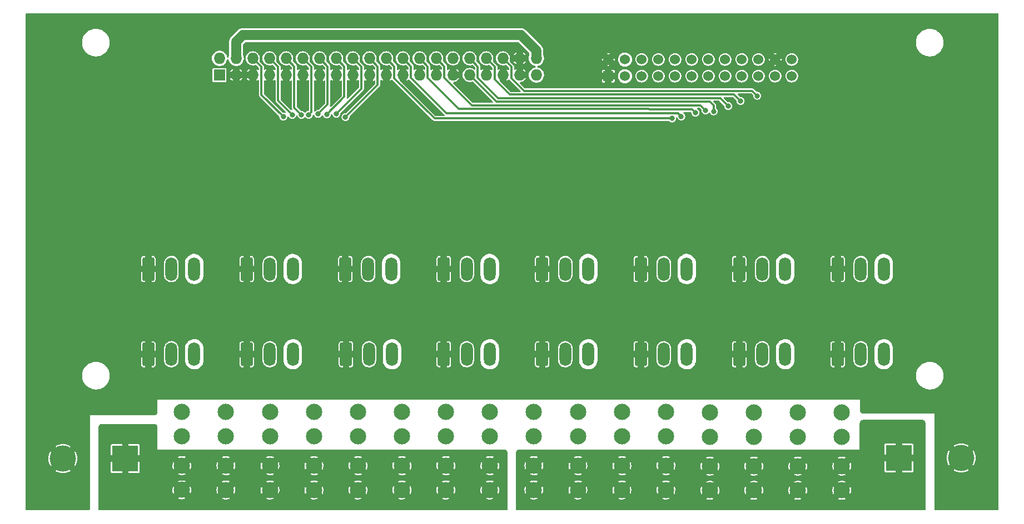
<source format=gbr>
G04 #@! TF.GenerationSoftware,KiCad,Pcbnew,(6.0.5)*
G04 #@! TF.CreationDate,2022-06-05T02:02:10-04:00*
G04 #@! TF.ProjectId,PB_16,50425f31-362e-46b6-9963-61645f706362,v1*
G04 #@! TF.SameCoordinates,Original*
G04 #@! TF.FileFunction,Copper,L2,Bot*
G04 #@! TF.FilePolarity,Positive*
%FSLAX46Y46*%
G04 Gerber Fmt 4.6, Leading zero omitted, Abs format (unit mm)*
G04 Created by KiCad (PCBNEW (6.0.5)) date 2022-06-05 02:02:10*
%MOMM*%
%LPD*%
G01*
G04 APERTURE LIST*
G04 Aperture macros list*
%AMRoundRect*
0 Rectangle with rounded corners*
0 $1 Rounding radius*
0 $2 $3 $4 $5 $6 $7 $8 $9 X,Y pos of 4 corners*
0 Add a 4 corners polygon primitive as box body*
4,1,4,$2,$3,$4,$5,$6,$7,$8,$9,$2,$3,0*
0 Add four circle primitives for the rounded corners*
1,1,$1+$1,$2,$3*
1,1,$1+$1,$4,$5*
1,1,$1+$1,$6,$7*
1,1,$1+$1,$8,$9*
0 Add four rect primitives between the rounded corners*
20,1,$1+$1,$2,$3,$4,$5,0*
20,1,$1+$1,$4,$5,$6,$7,0*
20,1,$1+$1,$6,$7,$8,$9,0*
20,1,$1+$1,$8,$9,$2,$3,0*%
G04 Aperture macros list end*
G04 #@! TA.AperFunction,ComponentPad*
%ADD10R,1.727200X1.727200*%
G04 #@! TD*
G04 #@! TA.AperFunction,ComponentPad*
%ADD11O,1.727200X1.727200*%
G04 #@! TD*
G04 #@! TA.AperFunction,ComponentPad*
%ADD12R,1.530000X1.530000*%
G04 #@! TD*
G04 #@! TA.AperFunction,ComponentPad*
%ADD13C,1.530000*%
G04 #@! TD*
G04 #@! TA.AperFunction,ComponentPad*
%ADD14RoundRect,0.250000X-0.650000X-1.550000X0.650000X-1.550000X0.650000X1.550000X-0.650000X1.550000X0*%
G04 #@! TD*
G04 #@! TA.AperFunction,ComponentPad*
%ADD15O,1.800000X3.600000*%
G04 #@! TD*
G04 #@! TA.AperFunction,ComponentPad*
%ADD16C,2.475000*%
G04 #@! TD*
G04 #@! TA.AperFunction,ComponentPad*
%ADD17R,4.000000X4.000000*%
G04 #@! TD*
G04 #@! TA.AperFunction,ComponentPad*
%ADD18C,4.000000*%
G04 #@! TD*
G04 #@! TA.AperFunction,ViaPad*
%ADD19C,0.800000*%
G04 #@! TD*
G04 #@! TA.AperFunction,Conductor*
%ADD20C,1.500000*%
G04 #@! TD*
G04 #@! TA.AperFunction,Conductor*
%ADD21C,0.350000*%
G04 #@! TD*
G04 APERTURE END LIST*
D10*
X99941000Y-87007800D03*
D11*
X99941000Y-84467800D03*
X102481000Y-87007800D03*
X102481000Y-84467800D03*
X105021000Y-87007800D03*
X105021000Y-84467800D03*
X107561000Y-87007800D03*
X107561000Y-84467800D03*
X110101000Y-87007800D03*
X110101000Y-84467800D03*
X112641000Y-87007800D03*
X112641000Y-84467800D03*
X115181000Y-87007800D03*
X115181000Y-84467800D03*
X117721000Y-87007800D03*
X117721000Y-84467800D03*
X120261000Y-87007800D03*
X120261000Y-84467800D03*
X122801000Y-87007800D03*
X122801000Y-84467800D03*
X125341000Y-87007800D03*
X125341000Y-84467800D03*
X127881000Y-87007800D03*
X127881000Y-84467800D03*
X130421000Y-87007800D03*
X130421000Y-84467800D03*
X132961000Y-87007800D03*
X132961000Y-84467800D03*
X135501000Y-87007800D03*
X135501000Y-84467800D03*
X138041000Y-87007800D03*
X138041000Y-84467800D03*
X140581000Y-87007800D03*
X140581000Y-84467800D03*
X143121000Y-87007800D03*
X143121000Y-84467800D03*
X145661000Y-87007800D03*
X145661000Y-84467800D03*
X148201000Y-87007800D03*
X148201000Y-84467800D03*
D12*
X159161000Y-87187800D03*
D13*
X159161000Y-84647800D03*
X161701000Y-87187800D03*
X161701000Y-84647800D03*
X164241000Y-87187800D03*
X164241000Y-84647800D03*
X166781000Y-87187800D03*
X166781000Y-84647800D03*
X169321000Y-87187800D03*
X169321000Y-84647800D03*
X171861000Y-87187800D03*
X171861000Y-84647800D03*
X174401000Y-87187800D03*
X174401000Y-84647800D03*
X176941000Y-87187800D03*
X176941000Y-84647800D03*
X179481000Y-87187800D03*
X179481000Y-84647800D03*
X182021000Y-87187800D03*
X182021000Y-84647800D03*
X184561000Y-87187800D03*
X184561000Y-84647800D03*
X187101000Y-87187800D03*
X187101000Y-84647800D03*
D14*
X89100000Y-129600000D03*
D15*
X92600000Y-129600000D03*
X96100000Y-129600000D03*
X126100000Y-116600000D03*
X122600000Y-116600000D03*
D14*
X119100000Y-116600000D03*
X119214342Y-129600000D03*
D15*
X122714342Y-129600000D03*
X126214342Y-129600000D03*
D14*
X134100000Y-116600000D03*
D15*
X137600000Y-116600000D03*
X141100000Y-116600000D03*
D14*
X134100000Y-129600000D03*
D15*
X137600000Y-129600000D03*
X141100000Y-129600000D03*
D14*
X149100000Y-116600000D03*
D15*
X152600000Y-116600000D03*
X156100000Y-116600000D03*
D14*
X149100000Y-129600000D03*
D15*
X152600000Y-129600000D03*
X156100000Y-129600000D03*
D14*
X164100000Y-116600000D03*
D15*
X167600000Y-116600000D03*
X171100000Y-116600000D03*
D14*
X164100000Y-129600000D03*
D15*
X167600000Y-129600000D03*
X171100000Y-129600000D03*
D14*
X179100000Y-116600000D03*
D15*
X182600000Y-116600000D03*
X186100000Y-116600000D03*
D14*
X179100000Y-129600000D03*
D15*
X182600000Y-129600000D03*
X186100000Y-129600000D03*
D14*
X194100000Y-116600000D03*
D15*
X197600000Y-116600000D03*
X201100000Y-116600000D03*
D14*
X194100000Y-129600000D03*
D15*
X197600000Y-129600000D03*
X201100000Y-129600000D03*
D16*
X94222600Y-150288600D03*
X94222600Y-146588600D03*
X94222600Y-142088600D03*
X94222600Y-138388600D03*
X134425198Y-150298600D03*
X134425198Y-146598600D03*
X134425198Y-142098600D03*
X134425198Y-138398600D03*
X181328229Y-150363600D03*
X181328229Y-146663600D03*
X181328229Y-142163600D03*
X181328229Y-138463600D03*
X100923033Y-150303600D03*
X100923033Y-146603600D03*
X100923033Y-142103600D03*
X100923033Y-138403600D03*
X127724765Y-150298600D03*
X127724765Y-146598600D03*
X127724765Y-142098600D03*
X127724765Y-138398600D03*
X141125631Y-150298600D03*
X141125631Y-146598600D03*
X141125631Y-142098600D03*
X141125631Y-138398600D03*
X147826064Y-150298600D03*
X147826064Y-146598600D03*
X147826064Y-142098600D03*
X147826064Y-138398600D03*
X154526497Y-150298600D03*
X154526497Y-146598600D03*
X154526497Y-142098600D03*
X154526497Y-138398600D03*
X194729100Y-150363600D03*
X194729100Y-146663600D03*
X194729100Y-142163600D03*
X194729100Y-138463600D03*
X121024332Y-150298600D03*
X121024332Y-146598600D03*
X121024332Y-142098600D03*
X121024332Y-138398600D03*
X107623466Y-150303600D03*
X107623466Y-146603600D03*
X107623466Y-142103600D03*
X107623466Y-138403600D03*
X174627796Y-150363600D03*
X174627796Y-146663600D03*
X174627796Y-142163600D03*
X174627796Y-138463600D03*
X161226930Y-150298600D03*
X161226930Y-146598600D03*
X161226930Y-142098600D03*
X161226930Y-138398600D03*
X114323899Y-150303600D03*
X114323899Y-146603600D03*
X114323899Y-142103600D03*
X114323899Y-138403600D03*
D14*
X89100000Y-116600000D03*
D15*
X92600000Y-116600000D03*
X96100000Y-116600000D03*
D14*
X104100000Y-116600000D03*
D15*
X107600000Y-116600000D03*
X111100000Y-116600000D03*
D14*
X104100000Y-129600000D03*
D15*
X107600000Y-129600000D03*
X111100000Y-129600000D03*
D16*
X188028662Y-150363600D03*
X188028662Y-146663600D03*
X188028662Y-142163600D03*
X188028662Y-138463600D03*
X167927363Y-150298600D03*
X167927363Y-146598600D03*
X167927363Y-142098600D03*
X167927363Y-138398600D03*
D17*
X85601000Y-145517800D03*
D18*
X76101000Y-145517800D03*
D17*
X203401000Y-145417800D03*
D18*
X212901000Y-145417800D03*
D19*
X199141000Y-109537800D03*
X203041000Y-122727800D03*
X191961000Y-109467800D03*
X190101000Y-113267800D03*
X188381000Y-110777800D03*
X181801000Y-109527800D03*
X179401000Y-110867800D03*
X175831000Y-111037800D03*
X170031000Y-111067800D03*
X160531000Y-109067800D03*
X152481000Y-109237800D03*
X143781000Y-110187800D03*
X111191000Y-110577800D03*
X104491000Y-110887800D03*
X103231000Y-108587800D03*
X122491000Y-101367800D03*
X105671000Y-91467800D03*
X123151000Y-95227800D03*
X150361000Y-95667800D03*
X165791000Y-95377800D03*
X182211000Y-97147800D03*
X182241000Y-95067800D03*
X185181000Y-89197800D03*
X191441000Y-89327800D03*
X191181000Y-82127800D03*
X172851000Y-78997800D03*
X151271000Y-79257800D03*
X151651000Y-83827800D03*
X150931000Y-87847800D03*
X103651000Y-78807800D03*
X106321000Y-79017800D03*
X108791000Y-79087800D03*
X111341000Y-79127800D03*
X113881000Y-79087800D03*
X116401000Y-79017800D03*
X118991000Y-79047800D03*
X121481000Y-78917800D03*
X124101000Y-78907800D03*
X126581000Y-78987800D03*
X129121000Y-78937800D03*
X131671000Y-78937800D03*
X134211000Y-78897800D03*
X136721000Y-78847800D03*
X139331000Y-78797800D03*
X141861000Y-78747800D03*
X144581000Y-78807800D03*
X119131000Y-93417800D03*
X117721000Y-92917800D03*
X116291000Y-93007800D03*
X114951000Y-92957800D03*
X113541000Y-93067800D03*
X112411000Y-93087800D03*
X111021000Y-93087800D03*
X109656000Y-93362800D03*
X168856000Y-93642177D03*
X170268344Y-93325144D03*
X172406000Y-92752800D03*
X173971000Y-92397800D03*
X175201936Y-92548736D03*
X177429281Y-91766081D03*
X179306936Y-90983736D03*
X181836000Y-90182800D03*
X133601000Y-95317800D03*
X180451000Y-106267800D03*
X98651000Y-119967800D03*
X158001000Y-121017800D03*
X177101000Y-97817800D03*
X203701000Y-111817800D03*
X216301000Y-108217800D03*
X123351000Y-110667800D03*
X73051000Y-101717800D03*
X84551000Y-110217800D03*
X133551000Y-106817800D03*
X182701000Y-79617800D03*
X156851000Y-101767800D03*
X142151000Y-126167800D03*
X124081000Y-102887800D03*
X136501000Y-102367800D03*
X197551000Y-102837800D03*
X216301000Y-86217800D03*
X190851000Y-96117800D03*
X173301000Y-114717800D03*
X108301000Y-102017800D03*
X90801000Y-80217800D03*
X81113000Y-138429800D03*
X144851000Y-106617800D03*
X150501000Y-102417800D03*
X116301000Y-111017800D03*
X216341000Y-120257800D03*
X203251000Y-137767800D03*
X108301000Y-97817800D03*
X189851000Y-98417800D03*
X73301000Y-109217800D03*
X188601000Y-98417800D03*
X187401000Y-98417800D03*
X216801000Y-99717800D03*
X196211000Y-104267800D03*
X133101000Y-110667800D03*
X165201000Y-101767800D03*
X176101000Y-102017800D03*
X201301000Y-89217800D03*
X201051000Y-79967800D03*
X73051000Y-87717800D03*
X72581000Y-120427800D03*
X127251000Y-113767800D03*
X181141000Y-101257800D03*
X190851000Y-97417800D03*
X187301000Y-102217800D03*
X182691000Y-101257800D03*
X118101000Y-102217800D03*
X104901000Y-104417800D03*
X207605000Y-137413800D03*
X139701000Y-111017800D03*
X98451000Y-114417800D03*
X157951000Y-112417800D03*
X187451000Y-95167800D03*
X187551000Y-120517800D03*
X151751000Y-106367800D03*
X106501000Y-95217800D03*
X143151000Y-113817800D03*
X167501000Y-97617800D03*
X128651000Y-119967800D03*
X168351000Y-125267800D03*
X189851000Y-95167800D03*
X75021000Y-121847800D03*
X142751000Y-121517800D03*
X128801000Y-111217800D03*
X157801000Y-103817800D03*
X190531000Y-105537800D03*
X188651000Y-95167800D03*
X99121000Y-79257800D03*
X83145000Y-138429800D03*
X208301000Y-100217800D03*
X73301000Y-94217800D03*
X163401000Y-79517800D03*
X199751000Y-137867800D03*
X90301000Y-88217800D03*
X200301000Y-125217800D03*
X177501000Y-102017800D03*
X85177000Y-138429800D03*
X77551000Y-133217800D03*
X142701000Y-102667800D03*
X196131000Y-101317800D03*
X91651000Y-109267800D03*
X117901000Y-97617800D03*
X214771000Y-121997800D03*
D20*
X102481000Y-81907800D02*
X102481000Y-84467800D01*
X103471000Y-80917800D02*
X102481000Y-81907800D01*
X148201000Y-83246486D02*
X145872314Y-80917800D01*
X148201000Y-84467800D02*
X148201000Y-83246486D01*
X145872314Y-80917800D02*
X103471000Y-80917800D01*
D21*
X124039111Y-88509689D02*
X119131000Y-93417800D01*
X124039111Y-85705911D02*
X124039111Y-88509689D01*
X122801000Y-84467800D02*
X124039111Y-85705911D01*
X118959111Y-90339689D02*
X116291000Y-93007800D01*
X117721000Y-84467800D02*
X118959111Y-85705911D01*
X118959111Y-85705911D02*
X118959111Y-90339689D01*
X116419111Y-91489689D02*
X114951000Y-92957800D01*
X116419111Y-85705911D02*
X116419111Y-91489689D01*
X115181000Y-84467800D02*
X116419111Y-85705911D01*
X121562889Y-89075911D02*
X117721000Y-92917800D01*
X120261000Y-84467800D02*
X121562889Y-85769689D01*
X121562889Y-85769689D02*
X121562889Y-89075911D01*
X113937438Y-92671362D02*
X113541000Y-93067800D01*
X113937438Y-85764238D02*
X113937438Y-92671362D01*
X112641000Y-84467800D02*
X113937438Y-85764238D01*
X111339111Y-92015911D02*
X112411000Y-93087800D01*
X111339111Y-85705911D02*
X111339111Y-92015911D01*
X110101000Y-84467800D02*
X111339111Y-85705911D01*
X108862889Y-90929689D02*
X111021000Y-93087800D01*
X108862889Y-85769689D02*
X108862889Y-90929689D01*
X107561000Y-84467800D02*
X108862889Y-85769689D01*
X106322889Y-90029689D02*
X109656000Y-93362800D01*
X106322889Y-85769689D02*
X106322889Y-90029689D01*
X105021000Y-84467800D02*
X106322889Y-85769689D01*
X138381513Y-91639267D02*
X173212467Y-91639267D01*
X173212467Y-91639267D02*
X173971000Y-92397800D01*
X134199111Y-85705911D02*
X134199111Y-87456865D01*
X132961000Y-84467800D02*
X134199111Y-85705911D01*
X134199111Y-87456865D02*
X138381513Y-91639267D01*
X174592956Y-91089756D02*
X175201936Y-91698736D01*
X142122956Y-91089756D02*
X174592956Y-91089756D01*
X175201936Y-91698736D02*
X175201936Y-92548736D01*
X138041000Y-87007800D02*
X142122956Y-91089756D01*
X132715377Y-93642177D02*
X168856000Y-93642177D01*
X126579111Y-87505911D02*
X132715377Y-93642177D01*
X126579111Y-85705911D02*
X126579111Y-87505911D01*
X125341000Y-84467800D02*
X126579111Y-85705911D01*
X169810876Y-92867676D02*
X170268344Y-93325144D01*
X134529922Y-92867676D02*
X169810876Y-92867676D01*
X129119111Y-87456865D02*
X134529922Y-92867676D01*
X129119111Y-85705911D02*
X129119111Y-87456865D01*
X144422889Y-87520643D02*
X146343470Y-89441224D01*
X143121000Y-84467800D02*
X144422889Y-85769689D01*
X141882889Y-87719689D02*
X144153934Y-89990734D01*
X141882889Y-85769689D02*
X141882889Y-87719689D01*
X140581000Y-84467800D02*
X141882889Y-85769689D01*
X142362491Y-90540245D02*
X176203445Y-90540245D01*
X139279111Y-85705911D02*
X139279111Y-87456865D01*
X144153934Y-89990734D02*
X178313934Y-89990734D01*
X127881000Y-84467800D02*
X129119111Y-85705911D01*
X181094424Y-89441224D02*
X181836000Y-90182800D01*
X146343470Y-89441224D02*
X181094424Y-89441224D01*
X171911978Y-92258778D02*
X172406000Y-92752800D01*
X165416228Y-92258778D02*
X171911978Y-92258778D01*
X165346230Y-92188779D02*
X165416228Y-92258778D01*
X139279111Y-87456865D02*
X142362491Y-90540245D01*
X136391024Y-92188778D02*
X165346230Y-92188779D01*
X138041000Y-84467800D02*
X139279111Y-85705911D01*
X131659111Y-85705911D02*
X131659111Y-87456865D01*
X130421000Y-84467800D02*
X131659111Y-85705911D01*
X178313934Y-89990734D02*
X179306936Y-90983736D01*
X144422889Y-85769689D02*
X144422889Y-87520643D01*
X131659111Y-87456865D02*
X136391024Y-92188778D01*
X176203445Y-90540245D02*
X177429281Y-91766081D01*
G04 #@! TA.AperFunction,Conductor*
G36*
X218542621Y-77638302D02*
G01*
X218589114Y-77691958D01*
X218600500Y-77744300D01*
X218600500Y-153291300D01*
X218580498Y-153359421D01*
X218526842Y-153405914D01*
X218474500Y-153417300D01*
X208975410Y-153417300D01*
X208907289Y-153397298D01*
X208859001Y-153339517D01*
X208824658Y-153256604D01*
X208816145Y-153224834D01*
X208802078Y-153117988D01*
X208801000Y-153101541D01*
X208801000Y-147285673D01*
X211745384Y-147285673D01*
X211755266Y-147298162D01*
X211795207Y-147324850D01*
X211802344Y-147328971D01*
X212053592Y-147452872D01*
X212061196Y-147456022D01*
X212326469Y-147546070D01*
X212334421Y-147548201D01*
X212609183Y-147602854D01*
X212617341Y-147603928D01*
X212896881Y-147622250D01*
X212905119Y-147622250D01*
X213184659Y-147603928D01*
X213192817Y-147602854D01*
X213467579Y-147548201D01*
X213475531Y-147546070D01*
X213740804Y-147456022D01*
X213748408Y-147452872D01*
X213999656Y-147328971D01*
X214006793Y-147324850D01*
X214048169Y-147297204D01*
X214056457Y-147287286D01*
X214049200Y-147273107D01*
X212913812Y-146137719D01*
X212899868Y-146130105D01*
X212898035Y-146130236D01*
X212891420Y-146134487D01*
X211751580Y-147274327D01*
X211745384Y-147285673D01*
X208801000Y-147285673D01*
X208801000Y-145421919D01*
X210696550Y-145421919D01*
X210714872Y-145701459D01*
X210715946Y-145709617D01*
X210770599Y-145984379D01*
X210772730Y-145992331D01*
X210862778Y-146257604D01*
X210865928Y-146265208D01*
X210989829Y-146516456D01*
X210993950Y-146523593D01*
X211021596Y-146564969D01*
X211031514Y-146573257D01*
X211045693Y-146566000D01*
X212181081Y-145430612D01*
X212187459Y-145418932D01*
X213613305Y-145418932D01*
X213613436Y-145420765D01*
X213617687Y-145427380D01*
X214757527Y-146567220D01*
X214768873Y-146573416D01*
X214781362Y-146563534D01*
X214808050Y-146523593D01*
X214812171Y-146516456D01*
X214936072Y-146265208D01*
X214939222Y-146257604D01*
X215029270Y-145992331D01*
X215031401Y-145984379D01*
X215086054Y-145709617D01*
X215087128Y-145701459D01*
X215105450Y-145421919D01*
X215105450Y-145413681D01*
X215087128Y-145134141D01*
X215086054Y-145125983D01*
X215031401Y-144851221D01*
X215029270Y-144843269D01*
X214939222Y-144577996D01*
X214936072Y-144570392D01*
X214812171Y-144319144D01*
X214808050Y-144312007D01*
X214780404Y-144270631D01*
X214770486Y-144262343D01*
X214756307Y-144269600D01*
X213620919Y-145404988D01*
X213613305Y-145418932D01*
X212187459Y-145418932D01*
X212188695Y-145416668D01*
X212188564Y-145414835D01*
X212184313Y-145408220D01*
X211044473Y-144268380D01*
X211033127Y-144262184D01*
X211020638Y-144272066D01*
X210993950Y-144312007D01*
X210989829Y-144319144D01*
X210865928Y-144570392D01*
X210862778Y-144577996D01*
X210772730Y-144843269D01*
X210770599Y-144851221D01*
X210715946Y-145125983D01*
X210714872Y-145134141D01*
X210696550Y-145413681D01*
X210696550Y-145421919D01*
X208801000Y-145421919D01*
X208801000Y-143548314D01*
X211745543Y-143548314D01*
X211752800Y-143562493D01*
X212888188Y-144697881D01*
X212902132Y-144705495D01*
X212903965Y-144705364D01*
X212910580Y-144701113D01*
X214050420Y-143561273D01*
X214056616Y-143549927D01*
X214046734Y-143537438D01*
X214006793Y-143510750D01*
X213999656Y-143506629D01*
X213748408Y-143382728D01*
X213740804Y-143379578D01*
X213475531Y-143289530D01*
X213467579Y-143287399D01*
X213192817Y-143232746D01*
X213184659Y-143231672D01*
X212905119Y-143213350D01*
X212896881Y-143213350D01*
X212617341Y-143231672D01*
X212609183Y-143232746D01*
X212334421Y-143287399D01*
X212326469Y-143289530D01*
X212061196Y-143379578D01*
X212053592Y-143382728D01*
X211802344Y-143506629D01*
X211795207Y-143510750D01*
X211753831Y-143538396D01*
X211745543Y-143548314D01*
X208801000Y-143548314D01*
X208801000Y-138617800D01*
X208292462Y-138618339D01*
X208292461Y-138618339D01*
X208288333Y-138618343D01*
X208288327Y-138618343D01*
X197998203Y-138629252D01*
X197981744Y-138628190D01*
X197902227Y-138617800D01*
X197874812Y-138614218D01*
X197843012Y-138605727D01*
X197751050Y-138567720D01*
X197722535Y-138551284D01*
X197643556Y-138490759D01*
X197620270Y-138467497D01*
X197559660Y-138388581D01*
X197543192Y-138360082D01*
X197505090Y-138268164D01*
X197496565Y-138236372D01*
X197482479Y-138129451D01*
X197481400Y-138112994D01*
X197481400Y-136547000D01*
X90501000Y-136547000D01*
X90500401Y-137054400D01*
X90498841Y-138375417D01*
X90498809Y-138402149D01*
X90497713Y-138418582D01*
X90483541Y-138525332D01*
X90475003Y-138557071D01*
X90436897Y-138648838D01*
X90420444Y-138677284D01*
X90359895Y-138756082D01*
X90336642Y-138779307D01*
X90257781Y-138839757D01*
X90229311Y-138856179D01*
X90137500Y-138894177D01*
X90105751Y-138902678D01*
X90008943Y-138915413D01*
X89998979Y-138916724D01*
X89982545Y-138917800D01*
X80201000Y-138917800D01*
X80201000Y-153101541D01*
X80199922Y-153117988D01*
X80185855Y-153224834D01*
X80177342Y-153256604D01*
X80142999Y-153339517D01*
X80098451Y-153394799D01*
X80026590Y-153417300D01*
X70527500Y-153417300D01*
X70459379Y-153397298D01*
X70412886Y-153343642D01*
X70401500Y-153291300D01*
X70401500Y-147385673D01*
X74945384Y-147385673D01*
X74955266Y-147398162D01*
X74995207Y-147424850D01*
X75002344Y-147428971D01*
X75253592Y-147552872D01*
X75261196Y-147556022D01*
X75526469Y-147646070D01*
X75534421Y-147648201D01*
X75809183Y-147702854D01*
X75817341Y-147703928D01*
X76096881Y-147722250D01*
X76105119Y-147722250D01*
X76384659Y-147703928D01*
X76392817Y-147702854D01*
X76667579Y-147648201D01*
X76675531Y-147646070D01*
X76940804Y-147556022D01*
X76948408Y-147552872D01*
X77199656Y-147428971D01*
X77206793Y-147424850D01*
X77248169Y-147397204D01*
X77256457Y-147387286D01*
X77249200Y-147373107D01*
X76113812Y-146237719D01*
X76099868Y-146230105D01*
X76098035Y-146230236D01*
X76091420Y-146234487D01*
X74951580Y-147374327D01*
X74945384Y-147385673D01*
X70401500Y-147385673D01*
X70401500Y-145521919D01*
X73896550Y-145521919D01*
X73914872Y-145801459D01*
X73915946Y-145809617D01*
X73970599Y-146084379D01*
X73972730Y-146092331D01*
X74062778Y-146357604D01*
X74065928Y-146365208D01*
X74189829Y-146616456D01*
X74193950Y-146623593D01*
X74221596Y-146664969D01*
X74231514Y-146673257D01*
X74245693Y-146666000D01*
X75381081Y-145530612D01*
X75387459Y-145518932D01*
X76813305Y-145518932D01*
X76813436Y-145520765D01*
X76817687Y-145527380D01*
X77957527Y-146667220D01*
X77968873Y-146673416D01*
X77981362Y-146663534D01*
X78008050Y-146623593D01*
X78012171Y-146616456D01*
X78136072Y-146365208D01*
X78139222Y-146357604D01*
X78229270Y-146092331D01*
X78231401Y-146084379D01*
X78286054Y-145809617D01*
X78287128Y-145801459D01*
X78305450Y-145521919D01*
X78305450Y-145513681D01*
X78287128Y-145234141D01*
X78286054Y-145225983D01*
X78231401Y-144951221D01*
X78229270Y-144943269D01*
X78139222Y-144677996D01*
X78136072Y-144670392D01*
X78012171Y-144419144D01*
X78008050Y-144412007D01*
X77980404Y-144370631D01*
X77970486Y-144362343D01*
X77956307Y-144369600D01*
X76820919Y-145504988D01*
X76813305Y-145518932D01*
X75387459Y-145518932D01*
X75388695Y-145516668D01*
X75388564Y-145514835D01*
X75384313Y-145508220D01*
X74244473Y-144368380D01*
X74233127Y-144362184D01*
X74220638Y-144372066D01*
X74193950Y-144412007D01*
X74189829Y-144419144D01*
X74065928Y-144670392D01*
X74062778Y-144677996D01*
X73972730Y-144943269D01*
X73970599Y-144951221D01*
X73915946Y-145225983D01*
X73914872Y-145234141D01*
X73896550Y-145513681D01*
X73896550Y-145521919D01*
X70401500Y-145521919D01*
X70401500Y-143648314D01*
X74945543Y-143648314D01*
X74952800Y-143662493D01*
X76088188Y-144797881D01*
X76102132Y-144805495D01*
X76103965Y-144805364D01*
X76110580Y-144801113D01*
X77250420Y-143661273D01*
X77256616Y-143649927D01*
X77246734Y-143637438D01*
X77206793Y-143610750D01*
X77199656Y-143606629D01*
X76948408Y-143482728D01*
X76940804Y-143479578D01*
X76675531Y-143389530D01*
X76667579Y-143387399D01*
X76392817Y-143332746D01*
X76384659Y-143331672D01*
X76105119Y-143313350D01*
X76096881Y-143313350D01*
X75817341Y-143331672D01*
X75809183Y-143332746D01*
X75534421Y-143387399D01*
X75526469Y-143389530D01*
X75261196Y-143479578D01*
X75253592Y-143482728D01*
X75002344Y-143606629D01*
X74995207Y-143610750D01*
X74953831Y-143638396D01*
X74945543Y-143648314D01*
X70401500Y-143648314D01*
X70401500Y-132998800D01*
X79026347Y-132998800D01*
X79026906Y-133003044D01*
X79026906Y-133003048D01*
X79043299Y-133127569D01*
X79063729Y-133282749D01*
X79139302Y-133558998D01*
X79251668Y-133822435D01*
X79398746Y-134068185D01*
X79577815Y-134291700D01*
X79785562Y-134488845D01*
X80018143Y-134655971D01*
X80271253Y-134789986D01*
X80540210Y-134888410D01*
X80820036Y-134949422D01*
X80859501Y-134952528D01*
X81042197Y-134966907D01*
X81042204Y-134966907D01*
X81044653Y-134967100D01*
X81199592Y-134967100D01*
X81201728Y-134966954D01*
X81201739Y-134966954D01*
X81409060Y-134952820D01*
X81409066Y-134952819D01*
X81413337Y-134952528D01*
X81417532Y-134951659D01*
X81417534Y-134951659D01*
X81553562Y-134923489D01*
X81693786Y-134894450D01*
X81963758Y-134798848D01*
X82218258Y-134667491D01*
X82221759Y-134665030D01*
X82221763Y-134665028D01*
X82449071Y-134505273D01*
X82449077Y-134505268D01*
X82452576Y-134502809D01*
X82662376Y-134307851D01*
X82673175Y-134294658D01*
X82841061Y-134089541D01*
X82843777Y-134086223D01*
X82993420Y-133842027D01*
X83000402Y-133826122D01*
X83106814Y-133583710D01*
X83106815Y-133583706D01*
X83108538Y-133579782D01*
X83187000Y-133304339D01*
X83227354Y-133020796D01*
X83227469Y-132998800D01*
X206026347Y-132998800D01*
X206026906Y-133003044D01*
X206026906Y-133003048D01*
X206043299Y-133127569D01*
X206063729Y-133282749D01*
X206139302Y-133558998D01*
X206251668Y-133822435D01*
X206398746Y-134068185D01*
X206577815Y-134291700D01*
X206785562Y-134488845D01*
X207018143Y-134655971D01*
X207271253Y-134789986D01*
X207540210Y-134888410D01*
X207820036Y-134949422D01*
X207859501Y-134952528D01*
X208042197Y-134966907D01*
X208042204Y-134966907D01*
X208044653Y-134967100D01*
X208199592Y-134967100D01*
X208201728Y-134966954D01*
X208201739Y-134966954D01*
X208409060Y-134952820D01*
X208409066Y-134952819D01*
X208413337Y-134952528D01*
X208417532Y-134951659D01*
X208417534Y-134951659D01*
X208553562Y-134923489D01*
X208693786Y-134894450D01*
X208963758Y-134798848D01*
X209218258Y-134667491D01*
X209221759Y-134665030D01*
X209221763Y-134665028D01*
X209449071Y-134505273D01*
X209449077Y-134505268D01*
X209452576Y-134502809D01*
X209662376Y-134307851D01*
X209673175Y-134294658D01*
X209841061Y-134089541D01*
X209843777Y-134086223D01*
X209993420Y-133842027D01*
X210000402Y-133826122D01*
X210106814Y-133583710D01*
X210106815Y-133583706D01*
X210108538Y-133579782D01*
X210187000Y-133304339D01*
X210227354Y-133020796D01*
X210228853Y-132734400D01*
X210225398Y-132708152D01*
X210192031Y-132454707D01*
X210191471Y-132450451D01*
X210115898Y-132174202D01*
X210003532Y-131910765D01*
X209856454Y-131665015D01*
X209830152Y-131632184D01*
X209680075Y-131444858D01*
X209677385Y-131441500D01*
X209492775Y-131266311D01*
X209472747Y-131247305D01*
X209472744Y-131247303D01*
X209469638Y-131244355D01*
X209237057Y-131077229D01*
X208983947Y-130943214D01*
X208714990Y-130844790D01*
X208435164Y-130783778D01*
X208391989Y-130780380D01*
X208213003Y-130766293D01*
X208212996Y-130766293D01*
X208210547Y-130766100D01*
X208055608Y-130766100D01*
X208053472Y-130766246D01*
X208053461Y-130766246D01*
X207846140Y-130780380D01*
X207846134Y-130780381D01*
X207841863Y-130780672D01*
X207837668Y-130781541D01*
X207837666Y-130781541D01*
X207709442Y-130808095D01*
X207561414Y-130838750D01*
X207291442Y-130934352D01*
X207036942Y-131065709D01*
X207033441Y-131068170D01*
X207033437Y-131068172D01*
X206806129Y-131227927D01*
X206806123Y-131227932D01*
X206802624Y-131230391D01*
X206736883Y-131291481D01*
X206640838Y-131380732D01*
X206592824Y-131425349D01*
X206590110Y-131428665D01*
X206590107Y-131428668D01*
X206496697Y-131542793D01*
X206411423Y-131646977D01*
X206261780Y-131891173D01*
X206260053Y-131895107D01*
X206260052Y-131895109D01*
X206253180Y-131910765D01*
X206146662Y-132153418D01*
X206068200Y-132428861D01*
X206027846Y-132712404D01*
X206026347Y-132998800D01*
X83227469Y-132998800D01*
X83228853Y-132734400D01*
X83225398Y-132708152D01*
X83192031Y-132454707D01*
X83191471Y-132450451D01*
X83115898Y-132174202D01*
X83003532Y-131910765D01*
X82856454Y-131665015D01*
X82830152Y-131632184D01*
X82680075Y-131444858D01*
X82677385Y-131441500D01*
X82492775Y-131266311D01*
X82472747Y-131247305D01*
X82472744Y-131247303D01*
X82469638Y-131244355D01*
X82409030Y-131200804D01*
X88000001Y-131200804D01*
X88000280Y-131206725D01*
X88002256Y-131227631D01*
X88005521Y-131242516D01*
X88044694Y-131354064D01*
X88053406Y-131370520D01*
X88122616Y-131464221D01*
X88135779Y-131477384D01*
X88229480Y-131546594D01*
X88245936Y-131555306D01*
X88357479Y-131594477D01*
X88372373Y-131597745D01*
X88393281Y-131599721D01*
X88399192Y-131600000D01*
X88581885Y-131600000D01*
X88597124Y-131595525D01*
X88598329Y-131594135D01*
X88600000Y-131586452D01*
X88600000Y-131581884D01*
X89600000Y-131581884D01*
X89604475Y-131597123D01*
X89605865Y-131598328D01*
X89613548Y-131599999D01*
X89800804Y-131599999D01*
X89806725Y-131599720D01*
X89827631Y-131597744D01*
X89842516Y-131594479D01*
X89954064Y-131555306D01*
X89970520Y-131546594D01*
X90064221Y-131477384D01*
X90077384Y-131464221D01*
X90146594Y-131370520D01*
X90155306Y-131354064D01*
X90194477Y-131242521D01*
X90197745Y-131227627D01*
X90199721Y-131206719D01*
X90200000Y-131200808D01*
X90200000Y-130552469D01*
X91499500Y-130552469D01*
X91514439Y-130709046D01*
X91516128Y-130714802D01*
X91516128Y-130714804D01*
X91536264Y-130783442D01*
X91573553Y-130910549D01*
X91605071Y-130971744D01*
X91665754Y-131089567D01*
X91669705Y-131097239D01*
X91673409Y-131101954D01*
X91795718Y-131257662D01*
X91795722Y-131257667D01*
X91799424Y-131262379D01*
X91803954Y-131266310D01*
X91803955Y-131266311D01*
X91953498Y-131396079D01*
X91953503Y-131396083D01*
X91958029Y-131400010D01*
X92139799Y-131505166D01*
X92247527Y-131542575D01*
X92332509Y-131572086D01*
X92332511Y-131572086D01*
X92338174Y-131574053D01*
X92344109Y-131574914D01*
X92344111Y-131574914D01*
X92540056Y-131603325D01*
X92540059Y-131603325D01*
X92545996Y-131604186D01*
X92755767Y-131594477D01*
X92887547Y-131562718D01*
X92954085Y-131546682D01*
X92954087Y-131546681D01*
X92959918Y-131545276D01*
X92965376Y-131542794D01*
X92965380Y-131542793D01*
X93103684Y-131479910D01*
X93151081Y-131458360D01*
X93322360Y-131336863D01*
X93467575Y-131185169D01*
X93487610Y-131154140D01*
X93578233Y-131013791D01*
X93578234Y-131013788D01*
X93581485Y-131008754D01*
X93607088Y-130945225D01*
X93657739Y-130819545D01*
X93657740Y-130819542D01*
X93659981Y-130813981D01*
X93661129Y-130808100D01*
X93661131Y-130808095D01*
X93699362Y-130612324D01*
X93699362Y-130612321D01*
X93700230Y-130607878D01*
X93700500Y-130602357D01*
X93700500Y-130559680D01*
X94699500Y-130559680D01*
X94703548Y-130607381D01*
X94712663Y-130714804D01*
X94714531Y-130736823D01*
X94715869Y-130741978D01*
X94715870Y-130741984D01*
X94726718Y-130783778D01*
X94774240Y-130966874D01*
X94871857Y-131183576D01*
X95004591Y-131380732D01*
X95168645Y-131552705D01*
X95359330Y-131694579D01*
X95571193Y-131802295D01*
X95576284Y-131803876D01*
X95576287Y-131803877D01*
X95793081Y-131871193D01*
X95798176Y-131872775D01*
X95803465Y-131873476D01*
X96028506Y-131903304D01*
X96028509Y-131903304D01*
X96033789Y-131904004D01*
X96039118Y-131903804D01*
X96039119Y-131903804D01*
X96136159Y-131900161D01*
X96271295Y-131895087D01*
X96503904Y-131846281D01*
X96508863Y-131844323D01*
X96508865Y-131844322D01*
X96719998Y-131760941D01*
X96720000Y-131760940D01*
X96724963Y-131758980D01*
X96873740Y-131668700D01*
X96923593Y-131638448D01*
X96923592Y-131638448D01*
X96928153Y-131635681D01*
X96969273Y-131599999D01*
X97103631Y-131483410D01*
X97103633Y-131483408D01*
X97107664Y-131479910D01*
X97111047Y-131475784D01*
X97111051Y-131475780D01*
X97254977Y-131300248D01*
X97258362Y-131296120D01*
X97275331Y-131266311D01*
X97312619Y-131200804D01*
X103000001Y-131200804D01*
X103000280Y-131206725D01*
X103002256Y-131227631D01*
X103005521Y-131242516D01*
X103044694Y-131354064D01*
X103053406Y-131370520D01*
X103122616Y-131464221D01*
X103135779Y-131477384D01*
X103229480Y-131546594D01*
X103245936Y-131555306D01*
X103357479Y-131594477D01*
X103372373Y-131597745D01*
X103393281Y-131599721D01*
X103399192Y-131600000D01*
X103581885Y-131600000D01*
X103597124Y-131595525D01*
X103598329Y-131594135D01*
X103600000Y-131586452D01*
X103600000Y-131581884D01*
X104600000Y-131581884D01*
X104604475Y-131597123D01*
X104605865Y-131598328D01*
X104613548Y-131599999D01*
X104800804Y-131599999D01*
X104806725Y-131599720D01*
X104827631Y-131597744D01*
X104842516Y-131594479D01*
X104954064Y-131555306D01*
X104970520Y-131546594D01*
X105064221Y-131477384D01*
X105077384Y-131464221D01*
X105146594Y-131370520D01*
X105155306Y-131354064D01*
X105194477Y-131242521D01*
X105197745Y-131227627D01*
X105199721Y-131206719D01*
X105200000Y-131200808D01*
X105200000Y-130552469D01*
X106499500Y-130552469D01*
X106514439Y-130709046D01*
X106516128Y-130714802D01*
X106516128Y-130714804D01*
X106536264Y-130783442D01*
X106573553Y-130910549D01*
X106605071Y-130971744D01*
X106665754Y-131089567D01*
X106669705Y-131097239D01*
X106673409Y-131101954D01*
X106795718Y-131257662D01*
X106795722Y-131257667D01*
X106799424Y-131262379D01*
X106803954Y-131266310D01*
X106803955Y-131266311D01*
X106953498Y-131396079D01*
X106953503Y-131396083D01*
X106958029Y-131400010D01*
X107139799Y-131505166D01*
X107247527Y-131542575D01*
X107332509Y-131572086D01*
X107332511Y-131572086D01*
X107338174Y-131574053D01*
X107344109Y-131574914D01*
X107344111Y-131574914D01*
X107540056Y-131603325D01*
X107540059Y-131603325D01*
X107545996Y-131604186D01*
X107755767Y-131594477D01*
X107887547Y-131562718D01*
X107954085Y-131546682D01*
X107954087Y-131546681D01*
X107959918Y-131545276D01*
X107965376Y-131542794D01*
X107965380Y-131542793D01*
X108103684Y-131479910D01*
X108151081Y-131458360D01*
X108322360Y-131336863D01*
X108467575Y-131185169D01*
X108487610Y-131154140D01*
X108578233Y-131013791D01*
X108578234Y-131013788D01*
X108581485Y-131008754D01*
X108607088Y-130945225D01*
X108657739Y-130819545D01*
X108657740Y-130819542D01*
X108659981Y-130813981D01*
X108661129Y-130808100D01*
X108661131Y-130808095D01*
X108699362Y-130612324D01*
X108699362Y-130612321D01*
X108700230Y-130607878D01*
X108700500Y-130602357D01*
X108700500Y-130559680D01*
X109699500Y-130559680D01*
X109703548Y-130607381D01*
X109712663Y-130714804D01*
X109714531Y-130736823D01*
X109715869Y-130741978D01*
X109715870Y-130741984D01*
X109726718Y-130783778D01*
X109774240Y-130966874D01*
X109871857Y-131183576D01*
X110004591Y-131380732D01*
X110168645Y-131552705D01*
X110359330Y-131694579D01*
X110571193Y-131802295D01*
X110576284Y-131803876D01*
X110576287Y-131803877D01*
X110793081Y-131871193D01*
X110798176Y-131872775D01*
X110803465Y-131873476D01*
X111028506Y-131903304D01*
X111028509Y-131903304D01*
X111033789Y-131904004D01*
X111039118Y-131903804D01*
X111039119Y-131903804D01*
X111136159Y-131900161D01*
X111271295Y-131895087D01*
X111503904Y-131846281D01*
X111508863Y-131844323D01*
X111508865Y-131844322D01*
X111719998Y-131760941D01*
X111720000Y-131760940D01*
X111724963Y-131758980D01*
X111873740Y-131668700D01*
X111923593Y-131638448D01*
X111923592Y-131638448D01*
X111928153Y-131635681D01*
X111969273Y-131599999D01*
X112103631Y-131483410D01*
X112103633Y-131483408D01*
X112107664Y-131479910D01*
X112111047Y-131475784D01*
X112111051Y-131475780D01*
X112254977Y-131300248D01*
X112258362Y-131296120D01*
X112275331Y-131266311D01*
X112312619Y-131200804D01*
X118114343Y-131200804D01*
X118114622Y-131206725D01*
X118116598Y-131227631D01*
X118119863Y-131242516D01*
X118159036Y-131354064D01*
X118167748Y-131370520D01*
X118236958Y-131464221D01*
X118250121Y-131477384D01*
X118343822Y-131546594D01*
X118360278Y-131555306D01*
X118471821Y-131594477D01*
X118486715Y-131597745D01*
X118507623Y-131599721D01*
X118513534Y-131600000D01*
X118696227Y-131600000D01*
X118711466Y-131595525D01*
X118712671Y-131594135D01*
X118714342Y-131586452D01*
X118714342Y-131581884D01*
X119714342Y-131581884D01*
X119718817Y-131597123D01*
X119720207Y-131598328D01*
X119727890Y-131599999D01*
X119915146Y-131599999D01*
X119921067Y-131599720D01*
X119941973Y-131597744D01*
X119956858Y-131594479D01*
X120068406Y-131555306D01*
X120084862Y-131546594D01*
X120178563Y-131477384D01*
X120191726Y-131464221D01*
X120260936Y-131370520D01*
X120269648Y-131354064D01*
X120308819Y-131242521D01*
X120312087Y-131227627D01*
X120314063Y-131206719D01*
X120314342Y-131200808D01*
X120314342Y-130552469D01*
X121613842Y-130552469D01*
X121628781Y-130709046D01*
X121630470Y-130714802D01*
X121630470Y-130714804D01*
X121650606Y-130783442D01*
X121687895Y-130910549D01*
X121719413Y-130971744D01*
X121780096Y-131089567D01*
X121784047Y-131097239D01*
X121787751Y-131101954D01*
X121910060Y-131257662D01*
X121910064Y-131257667D01*
X121913766Y-131262379D01*
X121918296Y-131266310D01*
X121918297Y-131266311D01*
X122067840Y-131396079D01*
X122067845Y-131396083D01*
X122072371Y-131400010D01*
X122254141Y-131505166D01*
X122361869Y-131542575D01*
X122446851Y-131572086D01*
X122446853Y-131572086D01*
X122452516Y-131574053D01*
X122458451Y-131574914D01*
X122458453Y-131574914D01*
X122654398Y-131603325D01*
X122654401Y-131603325D01*
X122660338Y-131604186D01*
X122870109Y-131594477D01*
X123001889Y-131562718D01*
X123068427Y-131546682D01*
X123068429Y-131546681D01*
X123074260Y-131545276D01*
X123079718Y-131542794D01*
X123079722Y-131542793D01*
X123218026Y-131479910D01*
X123265423Y-131458360D01*
X123436702Y-131336863D01*
X123581917Y-131185169D01*
X123601952Y-131154140D01*
X123692575Y-131013791D01*
X123692576Y-131013788D01*
X123695827Y-131008754D01*
X123721430Y-130945225D01*
X123772081Y-130819545D01*
X123772082Y-130819542D01*
X123774323Y-130813981D01*
X123775471Y-130808100D01*
X123775473Y-130808095D01*
X123813704Y-130612324D01*
X123813704Y-130612321D01*
X123814572Y-130607878D01*
X123814842Y-130602357D01*
X123814842Y-130559680D01*
X124813842Y-130559680D01*
X124817890Y-130607381D01*
X124827005Y-130714804D01*
X124828873Y-130736823D01*
X124830211Y-130741978D01*
X124830212Y-130741984D01*
X124841060Y-130783778D01*
X124888582Y-130966874D01*
X124986199Y-131183576D01*
X125118933Y-131380732D01*
X125282987Y-131552705D01*
X125473672Y-131694579D01*
X125685535Y-131802295D01*
X125690626Y-131803876D01*
X125690629Y-131803877D01*
X125907423Y-131871193D01*
X125912518Y-131872775D01*
X125917807Y-131873476D01*
X126142848Y-131903304D01*
X126142851Y-131903304D01*
X126148131Y-131904004D01*
X126153460Y-131903804D01*
X126153461Y-131903804D01*
X126250501Y-131900161D01*
X126385637Y-131895087D01*
X126618246Y-131846281D01*
X126623205Y-131844323D01*
X126623207Y-131844322D01*
X126834340Y-131760941D01*
X126834342Y-131760940D01*
X126839305Y-131758980D01*
X126988082Y-131668700D01*
X127037935Y-131638448D01*
X127037934Y-131638448D01*
X127042495Y-131635681D01*
X127083615Y-131599999D01*
X127217973Y-131483410D01*
X127217975Y-131483408D01*
X127222006Y-131479910D01*
X127225389Y-131475784D01*
X127225393Y-131475780D01*
X127369319Y-131300248D01*
X127372704Y-131296120D01*
X127389673Y-131266311D01*
X127426961Y-131200804D01*
X133000001Y-131200804D01*
X133000280Y-131206725D01*
X133002256Y-131227631D01*
X133005521Y-131242516D01*
X133044694Y-131354064D01*
X133053406Y-131370520D01*
X133122616Y-131464221D01*
X133135779Y-131477384D01*
X133229480Y-131546594D01*
X133245936Y-131555306D01*
X133357479Y-131594477D01*
X133372373Y-131597745D01*
X133393281Y-131599721D01*
X133399192Y-131600000D01*
X133581885Y-131600000D01*
X133597124Y-131595525D01*
X133598329Y-131594135D01*
X133600000Y-131586452D01*
X133600000Y-131581884D01*
X134600000Y-131581884D01*
X134604475Y-131597123D01*
X134605865Y-131598328D01*
X134613548Y-131599999D01*
X134800804Y-131599999D01*
X134806725Y-131599720D01*
X134827631Y-131597744D01*
X134842516Y-131594479D01*
X134954064Y-131555306D01*
X134970520Y-131546594D01*
X135064221Y-131477384D01*
X135077384Y-131464221D01*
X135146594Y-131370520D01*
X135155306Y-131354064D01*
X135194477Y-131242521D01*
X135197745Y-131227627D01*
X135199721Y-131206719D01*
X135200000Y-131200808D01*
X135200000Y-130552469D01*
X136499500Y-130552469D01*
X136514439Y-130709046D01*
X136516128Y-130714802D01*
X136516128Y-130714804D01*
X136536264Y-130783442D01*
X136573553Y-130910549D01*
X136605071Y-130971744D01*
X136665754Y-131089567D01*
X136669705Y-131097239D01*
X136673409Y-131101954D01*
X136795718Y-131257662D01*
X136795722Y-131257667D01*
X136799424Y-131262379D01*
X136803954Y-131266310D01*
X136803955Y-131266311D01*
X136953498Y-131396079D01*
X136953503Y-131396083D01*
X136958029Y-131400010D01*
X137139799Y-131505166D01*
X137247527Y-131542575D01*
X137332509Y-131572086D01*
X137332511Y-131572086D01*
X137338174Y-131574053D01*
X137344109Y-131574914D01*
X137344111Y-131574914D01*
X137540056Y-131603325D01*
X137540059Y-131603325D01*
X137545996Y-131604186D01*
X137755767Y-131594477D01*
X137887547Y-131562718D01*
X137954085Y-131546682D01*
X137954087Y-131546681D01*
X137959918Y-131545276D01*
X137965376Y-131542794D01*
X137965380Y-131542793D01*
X138103684Y-131479910D01*
X138151081Y-131458360D01*
X138322360Y-131336863D01*
X138467575Y-131185169D01*
X138487610Y-131154140D01*
X138578233Y-131013791D01*
X138578234Y-131013788D01*
X138581485Y-131008754D01*
X138607088Y-130945225D01*
X138657739Y-130819545D01*
X138657740Y-130819542D01*
X138659981Y-130813981D01*
X138661129Y-130808100D01*
X138661131Y-130808095D01*
X138699362Y-130612324D01*
X138699362Y-130612321D01*
X138700230Y-130607878D01*
X138700500Y-130602357D01*
X138700500Y-130559680D01*
X139699500Y-130559680D01*
X139703548Y-130607381D01*
X139712663Y-130714804D01*
X139714531Y-130736823D01*
X139715869Y-130741978D01*
X139715870Y-130741984D01*
X139726718Y-130783778D01*
X139774240Y-130966874D01*
X139871857Y-131183576D01*
X140004591Y-131380732D01*
X140168645Y-131552705D01*
X140359330Y-131694579D01*
X140571193Y-131802295D01*
X140576284Y-131803876D01*
X140576287Y-131803877D01*
X140793081Y-131871193D01*
X140798176Y-131872775D01*
X140803465Y-131873476D01*
X141028506Y-131903304D01*
X141028509Y-131903304D01*
X141033789Y-131904004D01*
X141039118Y-131903804D01*
X141039119Y-131903804D01*
X141136159Y-131900161D01*
X141271295Y-131895087D01*
X141503904Y-131846281D01*
X141508863Y-131844323D01*
X141508865Y-131844322D01*
X141719998Y-131760941D01*
X141720000Y-131760940D01*
X141724963Y-131758980D01*
X141873740Y-131668700D01*
X141923593Y-131638448D01*
X141923592Y-131638448D01*
X141928153Y-131635681D01*
X141969273Y-131599999D01*
X142103631Y-131483410D01*
X142103633Y-131483408D01*
X142107664Y-131479910D01*
X142111047Y-131475784D01*
X142111051Y-131475780D01*
X142254977Y-131300248D01*
X142258362Y-131296120D01*
X142275331Y-131266311D01*
X142312619Y-131200804D01*
X148000001Y-131200804D01*
X148000280Y-131206725D01*
X148002256Y-131227631D01*
X148005521Y-131242516D01*
X148044694Y-131354064D01*
X148053406Y-131370520D01*
X148122616Y-131464221D01*
X148135779Y-131477384D01*
X148229480Y-131546594D01*
X148245936Y-131555306D01*
X148357479Y-131594477D01*
X148372373Y-131597745D01*
X148393281Y-131599721D01*
X148399192Y-131600000D01*
X148581885Y-131600000D01*
X148597124Y-131595525D01*
X148598329Y-131594135D01*
X148600000Y-131586452D01*
X148600000Y-131581884D01*
X149600000Y-131581884D01*
X149604475Y-131597123D01*
X149605865Y-131598328D01*
X149613548Y-131599999D01*
X149800804Y-131599999D01*
X149806725Y-131599720D01*
X149827631Y-131597744D01*
X149842516Y-131594479D01*
X149954064Y-131555306D01*
X149970520Y-131546594D01*
X150064221Y-131477384D01*
X150077384Y-131464221D01*
X150146594Y-131370520D01*
X150155306Y-131354064D01*
X150194477Y-131242521D01*
X150197745Y-131227627D01*
X150199721Y-131206719D01*
X150200000Y-131200808D01*
X150200000Y-130552469D01*
X151499500Y-130552469D01*
X151514439Y-130709046D01*
X151516128Y-130714802D01*
X151516128Y-130714804D01*
X151536264Y-130783442D01*
X151573553Y-130910549D01*
X151605071Y-130971744D01*
X151665754Y-131089567D01*
X151669705Y-131097239D01*
X151673409Y-131101954D01*
X151795718Y-131257662D01*
X151795722Y-131257667D01*
X151799424Y-131262379D01*
X151803954Y-131266310D01*
X151803955Y-131266311D01*
X151953498Y-131396079D01*
X151953503Y-131396083D01*
X151958029Y-131400010D01*
X152139799Y-131505166D01*
X152247527Y-131542575D01*
X152332509Y-131572086D01*
X152332511Y-131572086D01*
X152338174Y-131574053D01*
X152344109Y-131574914D01*
X152344111Y-131574914D01*
X152540056Y-131603325D01*
X152540059Y-131603325D01*
X152545996Y-131604186D01*
X152755767Y-131594477D01*
X152887547Y-131562718D01*
X152954085Y-131546682D01*
X152954087Y-131546681D01*
X152959918Y-131545276D01*
X152965376Y-131542794D01*
X152965380Y-131542793D01*
X153103684Y-131479910D01*
X153151081Y-131458360D01*
X153322360Y-131336863D01*
X153467575Y-131185169D01*
X153487610Y-131154140D01*
X153578233Y-131013791D01*
X153578234Y-131013788D01*
X153581485Y-131008754D01*
X153607088Y-130945225D01*
X153657739Y-130819545D01*
X153657740Y-130819542D01*
X153659981Y-130813981D01*
X153661129Y-130808100D01*
X153661131Y-130808095D01*
X153699362Y-130612324D01*
X153699362Y-130612321D01*
X153700230Y-130607878D01*
X153700500Y-130602357D01*
X153700500Y-130559680D01*
X154699500Y-130559680D01*
X154703548Y-130607381D01*
X154712663Y-130714804D01*
X154714531Y-130736823D01*
X154715869Y-130741978D01*
X154715870Y-130741984D01*
X154726718Y-130783778D01*
X154774240Y-130966874D01*
X154871857Y-131183576D01*
X155004591Y-131380732D01*
X155168645Y-131552705D01*
X155359330Y-131694579D01*
X155571193Y-131802295D01*
X155576284Y-131803876D01*
X155576287Y-131803877D01*
X155793081Y-131871193D01*
X155798176Y-131872775D01*
X155803465Y-131873476D01*
X156028506Y-131903304D01*
X156028509Y-131903304D01*
X156033789Y-131904004D01*
X156039118Y-131903804D01*
X156039119Y-131903804D01*
X156136159Y-131900161D01*
X156271295Y-131895087D01*
X156503904Y-131846281D01*
X156508863Y-131844323D01*
X156508865Y-131844322D01*
X156719998Y-131760941D01*
X156720000Y-131760940D01*
X156724963Y-131758980D01*
X156873740Y-131668700D01*
X156923593Y-131638448D01*
X156923592Y-131638448D01*
X156928153Y-131635681D01*
X156969273Y-131599999D01*
X157103631Y-131483410D01*
X157103633Y-131483408D01*
X157107664Y-131479910D01*
X157111047Y-131475784D01*
X157111051Y-131475780D01*
X157254977Y-131300248D01*
X157258362Y-131296120D01*
X157275331Y-131266311D01*
X157312619Y-131200804D01*
X163000001Y-131200804D01*
X163000280Y-131206725D01*
X163002256Y-131227631D01*
X163005521Y-131242516D01*
X163044694Y-131354064D01*
X163053406Y-131370520D01*
X163122616Y-131464221D01*
X163135779Y-131477384D01*
X163229480Y-131546594D01*
X163245936Y-131555306D01*
X163357479Y-131594477D01*
X163372373Y-131597745D01*
X163393281Y-131599721D01*
X163399192Y-131600000D01*
X163581885Y-131600000D01*
X163597124Y-131595525D01*
X163598329Y-131594135D01*
X163600000Y-131586452D01*
X163600000Y-131581884D01*
X164600000Y-131581884D01*
X164604475Y-131597123D01*
X164605865Y-131598328D01*
X164613548Y-131599999D01*
X164800804Y-131599999D01*
X164806725Y-131599720D01*
X164827631Y-131597744D01*
X164842516Y-131594479D01*
X164954064Y-131555306D01*
X164970520Y-131546594D01*
X165064221Y-131477384D01*
X165077384Y-131464221D01*
X165146594Y-131370520D01*
X165155306Y-131354064D01*
X165194477Y-131242521D01*
X165197745Y-131227627D01*
X165199721Y-131206719D01*
X165200000Y-131200808D01*
X165200000Y-130552469D01*
X166499500Y-130552469D01*
X166514439Y-130709046D01*
X166516128Y-130714802D01*
X166516128Y-130714804D01*
X166536264Y-130783442D01*
X166573553Y-130910549D01*
X166605071Y-130971744D01*
X166665754Y-131089567D01*
X166669705Y-131097239D01*
X166673409Y-131101954D01*
X166795718Y-131257662D01*
X166795722Y-131257667D01*
X166799424Y-131262379D01*
X166803954Y-131266310D01*
X166803955Y-131266311D01*
X166953498Y-131396079D01*
X166953503Y-131396083D01*
X166958029Y-131400010D01*
X167139799Y-131505166D01*
X167247527Y-131542575D01*
X167332509Y-131572086D01*
X167332511Y-131572086D01*
X167338174Y-131574053D01*
X167344109Y-131574914D01*
X167344111Y-131574914D01*
X167540056Y-131603325D01*
X167540059Y-131603325D01*
X167545996Y-131604186D01*
X167755767Y-131594477D01*
X167887547Y-131562718D01*
X167954085Y-131546682D01*
X167954087Y-131546681D01*
X167959918Y-131545276D01*
X167965376Y-131542794D01*
X167965380Y-131542793D01*
X168103684Y-131479910D01*
X168151081Y-131458360D01*
X168322360Y-131336863D01*
X168467575Y-131185169D01*
X168487610Y-131154140D01*
X168578233Y-131013791D01*
X168578234Y-131013788D01*
X168581485Y-131008754D01*
X168607088Y-130945225D01*
X168657739Y-130819545D01*
X168657740Y-130819542D01*
X168659981Y-130813981D01*
X168661129Y-130808100D01*
X168661131Y-130808095D01*
X168699362Y-130612324D01*
X168699362Y-130612321D01*
X168700230Y-130607878D01*
X168700500Y-130602357D01*
X168700500Y-130559680D01*
X169699500Y-130559680D01*
X169703548Y-130607381D01*
X169712663Y-130714804D01*
X169714531Y-130736823D01*
X169715869Y-130741978D01*
X169715870Y-130741984D01*
X169726718Y-130783778D01*
X169774240Y-130966874D01*
X169871857Y-131183576D01*
X170004591Y-131380732D01*
X170168645Y-131552705D01*
X170359330Y-131694579D01*
X170571193Y-131802295D01*
X170576284Y-131803876D01*
X170576287Y-131803877D01*
X170793081Y-131871193D01*
X170798176Y-131872775D01*
X170803465Y-131873476D01*
X171028506Y-131903304D01*
X171028509Y-131903304D01*
X171033789Y-131904004D01*
X171039118Y-131903804D01*
X171039119Y-131903804D01*
X171136159Y-131900161D01*
X171271295Y-131895087D01*
X171503904Y-131846281D01*
X171508863Y-131844323D01*
X171508865Y-131844322D01*
X171719998Y-131760941D01*
X171720000Y-131760940D01*
X171724963Y-131758980D01*
X171873740Y-131668700D01*
X171923593Y-131638448D01*
X171923592Y-131638448D01*
X171928153Y-131635681D01*
X171969273Y-131599999D01*
X172103631Y-131483410D01*
X172103633Y-131483408D01*
X172107664Y-131479910D01*
X172111047Y-131475784D01*
X172111051Y-131475780D01*
X172254977Y-131300248D01*
X172258362Y-131296120D01*
X172275331Y-131266311D01*
X172312619Y-131200804D01*
X178000001Y-131200804D01*
X178000280Y-131206725D01*
X178002256Y-131227631D01*
X178005521Y-131242516D01*
X178044694Y-131354064D01*
X178053406Y-131370520D01*
X178122616Y-131464221D01*
X178135779Y-131477384D01*
X178229480Y-131546594D01*
X178245936Y-131555306D01*
X178357479Y-131594477D01*
X178372373Y-131597745D01*
X178393281Y-131599721D01*
X178399192Y-131600000D01*
X178581885Y-131600000D01*
X178597124Y-131595525D01*
X178598329Y-131594135D01*
X178600000Y-131586452D01*
X178600000Y-131581884D01*
X179600000Y-131581884D01*
X179604475Y-131597123D01*
X179605865Y-131598328D01*
X179613548Y-131599999D01*
X179800804Y-131599999D01*
X179806725Y-131599720D01*
X179827631Y-131597744D01*
X179842516Y-131594479D01*
X179954064Y-131555306D01*
X179970520Y-131546594D01*
X180064221Y-131477384D01*
X180077384Y-131464221D01*
X180146594Y-131370520D01*
X180155306Y-131354064D01*
X180194477Y-131242521D01*
X180197745Y-131227627D01*
X180199721Y-131206719D01*
X180200000Y-131200808D01*
X180200000Y-130552469D01*
X181499500Y-130552469D01*
X181514439Y-130709046D01*
X181516128Y-130714802D01*
X181516128Y-130714804D01*
X181536264Y-130783442D01*
X181573553Y-130910549D01*
X181605071Y-130971744D01*
X181665754Y-131089567D01*
X181669705Y-131097239D01*
X181673409Y-131101954D01*
X181795718Y-131257662D01*
X181795722Y-131257667D01*
X181799424Y-131262379D01*
X181803954Y-131266310D01*
X181803955Y-131266311D01*
X181953498Y-131396079D01*
X181953503Y-131396083D01*
X181958029Y-131400010D01*
X182139799Y-131505166D01*
X182247527Y-131542575D01*
X182332509Y-131572086D01*
X182332511Y-131572086D01*
X182338174Y-131574053D01*
X182344109Y-131574914D01*
X182344111Y-131574914D01*
X182540056Y-131603325D01*
X182540059Y-131603325D01*
X182545996Y-131604186D01*
X182755767Y-131594477D01*
X182887547Y-131562718D01*
X182954085Y-131546682D01*
X182954087Y-131546681D01*
X182959918Y-131545276D01*
X182965376Y-131542794D01*
X182965380Y-131542793D01*
X183103684Y-131479910D01*
X183151081Y-131458360D01*
X183322360Y-131336863D01*
X183467575Y-131185169D01*
X183487610Y-131154140D01*
X183578233Y-131013791D01*
X183578234Y-131013788D01*
X183581485Y-131008754D01*
X183607088Y-130945225D01*
X183657739Y-130819545D01*
X183657740Y-130819542D01*
X183659981Y-130813981D01*
X183661129Y-130808100D01*
X183661131Y-130808095D01*
X183699362Y-130612324D01*
X183699362Y-130612321D01*
X183700230Y-130607878D01*
X183700500Y-130602357D01*
X183700500Y-130559680D01*
X184699500Y-130559680D01*
X184703548Y-130607381D01*
X184712663Y-130714804D01*
X184714531Y-130736823D01*
X184715869Y-130741978D01*
X184715870Y-130741984D01*
X184726718Y-130783778D01*
X184774240Y-130966874D01*
X184871857Y-131183576D01*
X185004591Y-131380732D01*
X185168645Y-131552705D01*
X185359330Y-131694579D01*
X185571193Y-131802295D01*
X185576284Y-131803876D01*
X185576287Y-131803877D01*
X185793081Y-131871193D01*
X185798176Y-131872775D01*
X185803465Y-131873476D01*
X186028506Y-131903304D01*
X186028509Y-131903304D01*
X186033789Y-131904004D01*
X186039118Y-131903804D01*
X186039119Y-131903804D01*
X186136159Y-131900161D01*
X186271295Y-131895087D01*
X186503904Y-131846281D01*
X186508863Y-131844323D01*
X186508865Y-131844322D01*
X186719998Y-131760941D01*
X186720000Y-131760940D01*
X186724963Y-131758980D01*
X186873740Y-131668700D01*
X186923593Y-131638448D01*
X186923592Y-131638448D01*
X186928153Y-131635681D01*
X186969273Y-131599999D01*
X187103631Y-131483410D01*
X187103633Y-131483408D01*
X187107664Y-131479910D01*
X187111047Y-131475784D01*
X187111051Y-131475780D01*
X187254977Y-131300248D01*
X187258362Y-131296120D01*
X187275331Y-131266311D01*
X187312619Y-131200804D01*
X193000001Y-131200804D01*
X193000280Y-131206725D01*
X193002256Y-131227631D01*
X193005521Y-131242516D01*
X193044694Y-131354064D01*
X193053406Y-131370520D01*
X193122616Y-131464221D01*
X193135779Y-131477384D01*
X193229480Y-131546594D01*
X193245936Y-131555306D01*
X193357479Y-131594477D01*
X193372373Y-131597745D01*
X193393281Y-131599721D01*
X193399192Y-131600000D01*
X193581885Y-131600000D01*
X193597124Y-131595525D01*
X193598329Y-131594135D01*
X193600000Y-131586452D01*
X193600000Y-131581884D01*
X194600000Y-131581884D01*
X194604475Y-131597123D01*
X194605865Y-131598328D01*
X194613548Y-131599999D01*
X194800804Y-131599999D01*
X194806725Y-131599720D01*
X194827631Y-131597744D01*
X194842516Y-131594479D01*
X194954064Y-131555306D01*
X194970520Y-131546594D01*
X195064221Y-131477384D01*
X195077384Y-131464221D01*
X195146594Y-131370520D01*
X195155306Y-131354064D01*
X195194477Y-131242521D01*
X195197745Y-131227627D01*
X195199721Y-131206719D01*
X195200000Y-131200808D01*
X195200000Y-130552469D01*
X196499500Y-130552469D01*
X196514439Y-130709046D01*
X196516128Y-130714802D01*
X196516128Y-130714804D01*
X196536264Y-130783442D01*
X196573553Y-130910549D01*
X196605071Y-130971744D01*
X196665754Y-131089567D01*
X196669705Y-131097239D01*
X196673409Y-131101954D01*
X196795718Y-131257662D01*
X196795722Y-131257667D01*
X196799424Y-131262379D01*
X196803954Y-131266310D01*
X196803955Y-131266311D01*
X196953498Y-131396079D01*
X196953503Y-131396083D01*
X196958029Y-131400010D01*
X197139799Y-131505166D01*
X197247527Y-131542575D01*
X197332509Y-131572086D01*
X197332511Y-131572086D01*
X197338174Y-131574053D01*
X197344109Y-131574914D01*
X197344111Y-131574914D01*
X197540056Y-131603325D01*
X197540059Y-131603325D01*
X197545996Y-131604186D01*
X197755767Y-131594477D01*
X197887547Y-131562718D01*
X197954085Y-131546682D01*
X197954087Y-131546681D01*
X197959918Y-131545276D01*
X197965376Y-131542794D01*
X197965380Y-131542793D01*
X198103684Y-131479910D01*
X198151081Y-131458360D01*
X198322360Y-131336863D01*
X198467575Y-131185169D01*
X198487610Y-131154140D01*
X198578233Y-131013791D01*
X198578234Y-131013788D01*
X198581485Y-131008754D01*
X198607088Y-130945225D01*
X198657739Y-130819545D01*
X198657740Y-130819542D01*
X198659981Y-130813981D01*
X198661129Y-130808100D01*
X198661131Y-130808095D01*
X198699362Y-130612324D01*
X198699362Y-130612321D01*
X198700230Y-130607878D01*
X198700500Y-130602357D01*
X198700500Y-130559680D01*
X199699500Y-130559680D01*
X199703548Y-130607381D01*
X199712663Y-130714804D01*
X199714531Y-130736823D01*
X199715869Y-130741978D01*
X199715870Y-130741984D01*
X199726718Y-130783778D01*
X199774240Y-130966874D01*
X199871857Y-131183576D01*
X200004591Y-131380732D01*
X200168645Y-131552705D01*
X200359330Y-131694579D01*
X200571193Y-131802295D01*
X200576284Y-131803876D01*
X200576287Y-131803877D01*
X200793081Y-131871193D01*
X200798176Y-131872775D01*
X200803465Y-131873476D01*
X201028506Y-131903304D01*
X201028509Y-131903304D01*
X201033789Y-131904004D01*
X201039118Y-131903804D01*
X201039119Y-131903804D01*
X201136159Y-131900161D01*
X201271295Y-131895087D01*
X201503904Y-131846281D01*
X201508863Y-131844323D01*
X201508865Y-131844322D01*
X201719998Y-131760941D01*
X201720000Y-131760940D01*
X201724963Y-131758980D01*
X201873740Y-131668700D01*
X201923593Y-131638448D01*
X201923592Y-131638448D01*
X201928153Y-131635681D01*
X201969273Y-131599999D01*
X202103631Y-131483410D01*
X202103633Y-131483408D01*
X202107664Y-131479910D01*
X202111047Y-131475784D01*
X202111051Y-131475780D01*
X202254977Y-131300248D01*
X202258362Y-131296120D01*
X202275331Y-131266311D01*
X202373302Y-131094199D01*
X202375939Y-131089567D01*
X202457034Y-130866156D01*
X202475092Y-130766293D01*
X202498588Y-130636359D01*
X202498589Y-130636352D01*
X202499326Y-130632275D01*
X202500500Y-130607381D01*
X202500500Y-128640320D01*
X202487826Y-128490954D01*
X202485920Y-128468488D01*
X202485919Y-128468484D01*
X202485469Y-128463177D01*
X202484131Y-128458022D01*
X202484130Y-128458016D01*
X202427102Y-128238297D01*
X202425760Y-128233126D01*
X202328143Y-128016424D01*
X202195409Y-127819268D01*
X202031355Y-127647295D01*
X201840670Y-127505421D01*
X201628807Y-127397705D01*
X201623716Y-127396124D01*
X201623713Y-127396123D01*
X201406919Y-127328807D01*
X201401824Y-127327225D01*
X201375740Y-127323768D01*
X201171494Y-127296696D01*
X201171491Y-127296696D01*
X201166211Y-127295996D01*
X201160882Y-127296196D01*
X201160881Y-127296196D01*
X201063841Y-127299839D01*
X200928705Y-127304913D01*
X200696096Y-127353719D01*
X200691137Y-127355677D01*
X200691135Y-127355678D01*
X200480002Y-127439059D01*
X200480000Y-127439060D01*
X200475037Y-127441020D01*
X200271847Y-127564319D01*
X200267817Y-127567816D01*
X200164803Y-127657207D01*
X200092336Y-127720090D01*
X200088953Y-127724216D01*
X200088949Y-127724220D01*
X200011015Y-127819268D01*
X199941638Y-127903880D01*
X199938999Y-127908516D01*
X199938997Y-127908519D01*
X199911125Y-127957484D01*
X199824061Y-128110433D01*
X199742966Y-128333844D01*
X199742017Y-128339092D01*
X199718619Y-128468488D01*
X199700674Y-128567725D01*
X199699500Y-128592619D01*
X199699500Y-130559680D01*
X198700500Y-130559680D01*
X198700500Y-128647531D01*
X198685561Y-128490954D01*
X198626447Y-128289451D01*
X198536825Y-128115440D01*
X198533041Y-128108092D01*
X198533039Y-128108089D01*
X198530295Y-128102761D01*
X198465180Y-128019866D01*
X198404282Y-127942338D01*
X198404278Y-127942333D01*
X198400576Y-127937621D01*
X198319728Y-127867464D01*
X198246502Y-127803921D01*
X198246497Y-127803917D01*
X198241971Y-127799990D01*
X198060201Y-127694834D01*
X197914136Y-127644112D01*
X197867491Y-127627914D01*
X197867489Y-127627914D01*
X197861826Y-127625947D01*
X197855891Y-127625086D01*
X197855889Y-127625086D01*
X197659944Y-127596675D01*
X197659941Y-127596675D01*
X197654004Y-127595814D01*
X197444233Y-127605523D01*
X197312453Y-127637282D01*
X197245915Y-127653318D01*
X197245913Y-127653319D01*
X197240082Y-127654724D01*
X197234624Y-127657206D01*
X197234620Y-127657207D01*
X197118270Y-127710108D01*
X197048919Y-127741640D01*
X196877640Y-127863137D01*
X196732425Y-128014831D01*
X196729174Y-128019866D01*
X196678694Y-128098046D01*
X196618515Y-128191246D01*
X196616273Y-128196809D01*
X196576621Y-128295199D01*
X196540019Y-128386019D01*
X196538871Y-128391900D01*
X196538869Y-128391905D01*
X196518359Y-128496931D01*
X196499770Y-128592122D01*
X196499500Y-128597643D01*
X196499500Y-130552469D01*
X195200000Y-130552469D01*
X195200000Y-130118115D01*
X195195525Y-130102876D01*
X195194135Y-130101671D01*
X195186452Y-130100000D01*
X194618115Y-130100000D01*
X194602876Y-130104475D01*
X194601671Y-130105865D01*
X194600000Y-130113548D01*
X194600000Y-131581884D01*
X193600000Y-131581884D01*
X193600000Y-130118115D01*
X193595525Y-130102876D01*
X193594135Y-130101671D01*
X193586452Y-130100000D01*
X193018116Y-130100000D01*
X193002877Y-130104475D01*
X193001672Y-130105865D01*
X193000001Y-130113548D01*
X193000001Y-131200804D01*
X187312619Y-131200804D01*
X187373302Y-131094199D01*
X187375939Y-131089567D01*
X187457034Y-130866156D01*
X187475092Y-130766293D01*
X187498588Y-130636359D01*
X187498589Y-130636352D01*
X187499326Y-130632275D01*
X187500500Y-130607381D01*
X187500500Y-129081885D01*
X193000000Y-129081885D01*
X193004475Y-129097124D01*
X193005865Y-129098329D01*
X193013548Y-129100000D01*
X193581885Y-129100000D01*
X193597124Y-129095525D01*
X193598329Y-129094135D01*
X193600000Y-129086452D01*
X193600000Y-129081885D01*
X194600000Y-129081885D01*
X194604475Y-129097124D01*
X194605865Y-129098329D01*
X194613548Y-129100000D01*
X195181884Y-129100000D01*
X195197123Y-129095525D01*
X195198328Y-129094135D01*
X195199999Y-129086452D01*
X195199999Y-127999196D01*
X195199720Y-127993275D01*
X195197744Y-127972369D01*
X195194479Y-127957484D01*
X195155306Y-127845936D01*
X195146594Y-127829480D01*
X195077384Y-127735779D01*
X195064221Y-127722616D01*
X194970520Y-127653406D01*
X194954064Y-127644694D01*
X194842521Y-127605523D01*
X194827627Y-127602255D01*
X194806719Y-127600279D01*
X194800808Y-127600000D01*
X194618115Y-127600000D01*
X194602876Y-127604475D01*
X194601671Y-127605865D01*
X194600000Y-127613548D01*
X194600000Y-129081885D01*
X193600000Y-129081885D01*
X193600000Y-127618116D01*
X193595525Y-127602877D01*
X193594135Y-127601672D01*
X193586452Y-127600001D01*
X193399196Y-127600001D01*
X193393275Y-127600280D01*
X193372369Y-127602256D01*
X193357484Y-127605521D01*
X193245936Y-127644694D01*
X193229480Y-127653406D01*
X193135779Y-127722616D01*
X193122616Y-127735779D01*
X193053406Y-127829480D01*
X193044694Y-127845936D01*
X193005523Y-127957479D01*
X193002255Y-127972373D01*
X193000279Y-127993281D01*
X193000000Y-127999192D01*
X193000000Y-129081885D01*
X187500500Y-129081885D01*
X187500500Y-128640320D01*
X187487826Y-128490954D01*
X187485920Y-128468488D01*
X187485919Y-128468484D01*
X187485469Y-128463177D01*
X187484131Y-128458022D01*
X187484130Y-128458016D01*
X187427102Y-128238297D01*
X187425760Y-128233126D01*
X187328143Y-128016424D01*
X187195409Y-127819268D01*
X187031355Y-127647295D01*
X186840670Y-127505421D01*
X186628807Y-127397705D01*
X186623716Y-127396124D01*
X186623713Y-127396123D01*
X186406919Y-127328807D01*
X186401824Y-127327225D01*
X186375740Y-127323768D01*
X186171494Y-127296696D01*
X186171491Y-127296696D01*
X186166211Y-127295996D01*
X186160882Y-127296196D01*
X186160881Y-127296196D01*
X186063841Y-127299839D01*
X185928705Y-127304913D01*
X185696096Y-127353719D01*
X185691137Y-127355677D01*
X185691135Y-127355678D01*
X185480002Y-127439059D01*
X185480000Y-127439060D01*
X185475037Y-127441020D01*
X185271847Y-127564319D01*
X185267817Y-127567816D01*
X185164803Y-127657207D01*
X185092336Y-127720090D01*
X185088953Y-127724216D01*
X185088949Y-127724220D01*
X185011015Y-127819268D01*
X184941638Y-127903880D01*
X184938999Y-127908516D01*
X184938997Y-127908519D01*
X184911125Y-127957484D01*
X184824061Y-128110433D01*
X184742966Y-128333844D01*
X184742017Y-128339092D01*
X184718619Y-128468488D01*
X184700674Y-128567725D01*
X184699500Y-128592619D01*
X184699500Y-130559680D01*
X183700500Y-130559680D01*
X183700500Y-128647531D01*
X183685561Y-128490954D01*
X183626447Y-128289451D01*
X183536825Y-128115440D01*
X183533041Y-128108092D01*
X183533039Y-128108089D01*
X183530295Y-128102761D01*
X183465180Y-128019866D01*
X183404282Y-127942338D01*
X183404278Y-127942333D01*
X183400576Y-127937621D01*
X183319728Y-127867464D01*
X183246502Y-127803921D01*
X183246497Y-127803917D01*
X183241971Y-127799990D01*
X183060201Y-127694834D01*
X182914136Y-127644112D01*
X182867491Y-127627914D01*
X182867489Y-127627914D01*
X182861826Y-127625947D01*
X182855891Y-127625086D01*
X182855889Y-127625086D01*
X182659944Y-127596675D01*
X182659941Y-127596675D01*
X182654004Y-127595814D01*
X182444233Y-127605523D01*
X182312453Y-127637282D01*
X182245915Y-127653318D01*
X182245913Y-127653319D01*
X182240082Y-127654724D01*
X182234624Y-127657206D01*
X182234620Y-127657207D01*
X182118270Y-127710108D01*
X182048919Y-127741640D01*
X181877640Y-127863137D01*
X181732425Y-128014831D01*
X181729174Y-128019866D01*
X181678694Y-128098046D01*
X181618515Y-128191246D01*
X181616273Y-128196809D01*
X181576621Y-128295199D01*
X181540019Y-128386019D01*
X181538871Y-128391900D01*
X181538869Y-128391905D01*
X181518359Y-128496931D01*
X181499770Y-128592122D01*
X181499500Y-128597643D01*
X181499500Y-130552469D01*
X180200000Y-130552469D01*
X180200000Y-130118115D01*
X180195525Y-130102876D01*
X180194135Y-130101671D01*
X180186452Y-130100000D01*
X179618115Y-130100000D01*
X179602876Y-130104475D01*
X179601671Y-130105865D01*
X179600000Y-130113548D01*
X179600000Y-131581884D01*
X178600000Y-131581884D01*
X178600000Y-130118115D01*
X178595525Y-130102876D01*
X178594135Y-130101671D01*
X178586452Y-130100000D01*
X178018116Y-130100000D01*
X178002877Y-130104475D01*
X178001672Y-130105865D01*
X178000001Y-130113548D01*
X178000001Y-131200804D01*
X172312619Y-131200804D01*
X172373302Y-131094199D01*
X172375939Y-131089567D01*
X172457034Y-130866156D01*
X172475092Y-130766293D01*
X172498588Y-130636359D01*
X172498589Y-130636352D01*
X172499326Y-130632275D01*
X172500500Y-130607381D01*
X172500500Y-129081885D01*
X178000000Y-129081885D01*
X178004475Y-129097124D01*
X178005865Y-129098329D01*
X178013548Y-129100000D01*
X178581885Y-129100000D01*
X178597124Y-129095525D01*
X178598329Y-129094135D01*
X178600000Y-129086452D01*
X178600000Y-129081885D01*
X179600000Y-129081885D01*
X179604475Y-129097124D01*
X179605865Y-129098329D01*
X179613548Y-129100000D01*
X180181884Y-129100000D01*
X180197123Y-129095525D01*
X180198328Y-129094135D01*
X180199999Y-129086452D01*
X180199999Y-127999196D01*
X180199720Y-127993275D01*
X180197744Y-127972369D01*
X180194479Y-127957484D01*
X180155306Y-127845936D01*
X180146594Y-127829480D01*
X180077384Y-127735779D01*
X180064221Y-127722616D01*
X179970520Y-127653406D01*
X179954064Y-127644694D01*
X179842521Y-127605523D01*
X179827627Y-127602255D01*
X179806719Y-127600279D01*
X179800808Y-127600000D01*
X179618115Y-127600000D01*
X179602876Y-127604475D01*
X179601671Y-127605865D01*
X179600000Y-127613548D01*
X179600000Y-129081885D01*
X178600000Y-129081885D01*
X178600000Y-127618116D01*
X178595525Y-127602877D01*
X178594135Y-127601672D01*
X178586452Y-127600001D01*
X178399196Y-127600001D01*
X178393275Y-127600280D01*
X178372369Y-127602256D01*
X178357484Y-127605521D01*
X178245936Y-127644694D01*
X178229480Y-127653406D01*
X178135779Y-127722616D01*
X178122616Y-127735779D01*
X178053406Y-127829480D01*
X178044694Y-127845936D01*
X178005523Y-127957479D01*
X178002255Y-127972373D01*
X178000279Y-127993281D01*
X178000000Y-127999192D01*
X178000000Y-129081885D01*
X172500500Y-129081885D01*
X172500500Y-128640320D01*
X172487826Y-128490954D01*
X172485920Y-128468488D01*
X172485919Y-128468484D01*
X172485469Y-128463177D01*
X172484131Y-128458022D01*
X172484130Y-128458016D01*
X172427102Y-128238297D01*
X172425760Y-128233126D01*
X172328143Y-128016424D01*
X172195409Y-127819268D01*
X172031355Y-127647295D01*
X171840670Y-127505421D01*
X171628807Y-127397705D01*
X171623716Y-127396124D01*
X171623713Y-127396123D01*
X171406919Y-127328807D01*
X171401824Y-127327225D01*
X171375740Y-127323768D01*
X171171494Y-127296696D01*
X171171491Y-127296696D01*
X171166211Y-127295996D01*
X171160882Y-127296196D01*
X171160881Y-127296196D01*
X171063841Y-127299839D01*
X170928705Y-127304913D01*
X170696096Y-127353719D01*
X170691137Y-127355677D01*
X170691135Y-127355678D01*
X170480002Y-127439059D01*
X170480000Y-127439060D01*
X170475037Y-127441020D01*
X170271847Y-127564319D01*
X170267817Y-127567816D01*
X170164803Y-127657207D01*
X170092336Y-127720090D01*
X170088953Y-127724216D01*
X170088949Y-127724220D01*
X170011015Y-127819268D01*
X169941638Y-127903880D01*
X169938999Y-127908516D01*
X169938997Y-127908519D01*
X169911125Y-127957484D01*
X169824061Y-128110433D01*
X169742966Y-128333844D01*
X169742017Y-128339092D01*
X169718619Y-128468488D01*
X169700674Y-128567725D01*
X169699500Y-128592619D01*
X169699500Y-130559680D01*
X168700500Y-130559680D01*
X168700500Y-128647531D01*
X168685561Y-128490954D01*
X168626447Y-128289451D01*
X168536825Y-128115440D01*
X168533041Y-128108092D01*
X168533039Y-128108089D01*
X168530295Y-128102761D01*
X168465180Y-128019866D01*
X168404282Y-127942338D01*
X168404278Y-127942333D01*
X168400576Y-127937621D01*
X168319728Y-127867464D01*
X168246502Y-127803921D01*
X168246497Y-127803917D01*
X168241971Y-127799990D01*
X168060201Y-127694834D01*
X167914136Y-127644112D01*
X167867491Y-127627914D01*
X167867489Y-127627914D01*
X167861826Y-127625947D01*
X167855891Y-127625086D01*
X167855889Y-127625086D01*
X167659944Y-127596675D01*
X167659941Y-127596675D01*
X167654004Y-127595814D01*
X167444233Y-127605523D01*
X167312453Y-127637282D01*
X167245915Y-127653318D01*
X167245913Y-127653319D01*
X167240082Y-127654724D01*
X167234624Y-127657206D01*
X167234620Y-127657207D01*
X167118270Y-127710108D01*
X167048919Y-127741640D01*
X166877640Y-127863137D01*
X166732425Y-128014831D01*
X166729174Y-128019866D01*
X166678694Y-128098046D01*
X166618515Y-128191246D01*
X166616273Y-128196809D01*
X166576621Y-128295199D01*
X166540019Y-128386019D01*
X166538871Y-128391900D01*
X166538869Y-128391905D01*
X166518359Y-128496931D01*
X166499770Y-128592122D01*
X166499500Y-128597643D01*
X166499500Y-130552469D01*
X165200000Y-130552469D01*
X165200000Y-130118115D01*
X165195525Y-130102876D01*
X165194135Y-130101671D01*
X165186452Y-130100000D01*
X164618115Y-130100000D01*
X164602876Y-130104475D01*
X164601671Y-130105865D01*
X164600000Y-130113548D01*
X164600000Y-131581884D01*
X163600000Y-131581884D01*
X163600000Y-130118115D01*
X163595525Y-130102876D01*
X163594135Y-130101671D01*
X163586452Y-130100000D01*
X163018116Y-130100000D01*
X163002877Y-130104475D01*
X163001672Y-130105865D01*
X163000001Y-130113548D01*
X163000001Y-131200804D01*
X157312619Y-131200804D01*
X157373302Y-131094199D01*
X157375939Y-131089567D01*
X157457034Y-130866156D01*
X157475092Y-130766293D01*
X157498588Y-130636359D01*
X157498589Y-130636352D01*
X157499326Y-130632275D01*
X157500500Y-130607381D01*
X157500500Y-129081885D01*
X163000000Y-129081885D01*
X163004475Y-129097124D01*
X163005865Y-129098329D01*
X163013548Y-129100000D01*
X163581885Y-129100000D01*
X163597124Y-129095525D01*
X163598329Y-129094135D01*
X163600000Y-129086452D01*
X163600000Y-129081885D01*
X164600000Y-129081885D01*
X164604475Y-129097124D01*
X164605865Y-129098329D01*
X164613548Y-129100000D01*
X165181884Y-129100000D01*
X165197123Y-129095525D01*
X165198328Y-129094135D01*
X165199999Y-129086452D01*
X165199999Y-127999196D01*
X165199720Y-127993275D01*
X165197744Y-127972369D01*
X165194479Y-127957484D01*
X165155306Y-127845936D01*
X165146594Y-127829480D01*
X165077384Y-127735779D01*
X165064221Y-127722616D01*
X164970520Y-127653406D01*
X164954064Y-127644694D01*
X164842521Y-127605523D01*
X164827627Y-127602255D01*
X164806719Y-127600279D01*
X164800808Y-127600000D01*
X164618115Y-127600000D01*
X164602876Y-127604475D01*
X164601671Y-127605865D01*
X164600000Y-127613548D01*
X164600000Y-129081885D01*
X163600000Y-129081885D01*
X163600000Y-127618116D01*
X163595525Y-127602877D01*
X163594135Y-127601672D01*
X163586452Y-127600001D01*
X163399196Y-127600001D01*
X163393275Y-127600280D01*
X163372369Y-127602256D01*
X163357484Y-127605521D01*
X163245936Y-127644694D01*
X163229480Y-127653406D01*
X163135779Y-127722616D01*
X163122616Y-127735779D01*
X163053406Y-127829480D01*
X163044694Y-127845936D01*
X163005523Y-127957479D01*
X163002255Y-127972373D01*
X163000279Y-127993281D01*
X163000000Y-127999192D01*
X163000000Y-129081885D01*
X157500500Y-129081885D01*
X157500500Y-128640320D01*
X157487826Y-128490954D01*
X157485920Y-128468488D01*
X157485919Y-128468484D01*
X157485469Y-128463177D01*
X157484131Y-128458022D01*
X157484130Y-128458016D01*
X157427102Y-128238297D01*
X157425760Y-128233126D01*
X157328143Y-128016424D01*
X157195409Y-127819268D01*
X157031355Y-127647295D01*
X156840670Y-127505421D01*
X156628807Y-127397705D01*
X156623716Y-127396124D01*
X156623713Y-127396123D01*
X156406919Y-127328807D01*
X156401824Y-127327225D01*
X156375740Y-127323768D01*
X156171494Y-127296696D01*
X156171491Y-127296696D01*
X156166211Y-127295996D01*
X156160882Y-127296196D01*
X156160881Y-127296196D01*
X156063841Y-127299839D01*
X155928705Y-127304913D01*
X155696096Y-127353719D01*
X155691137Y-127355677D01*
X155691135Y-127355678D01*
X155480002Y-127439059D01*
X155480000Y-127439060D01*
X155475037Y-127441020D01*
X155271847Y-127564319D01*
X155267817Y-127567816D01*
X155164803Y-127657207D01*
X155092336Y-127720090D01*
X155088953Y-127724216D01*
X155088949Y-127724220D01*
X155011015Y-127819268D01*
X154941638Y-127903880D01*
X154938999Y-127908516D01*
X154938997Y-127908519D01*
X154911125Y-127957484D01*
X154824061Y-128110433D01*
X154742966Y-128333844D01*
X154742017Y-128339092D01*
X154718619Y-128468488D01*
X154700674Y-128567725D01*
X154699500Y-128592619D01*
X154699500Y-130559680D01*
X153700500Y-130559680D01*
X153700500Y-128647531D01*
X153685561Y-128490954D01*
X153626447Y-128289451D01*
X153536825Y-128115440D01*
X153533041Y-128108092D01*
X153533039Y-128108089D01*
X153530295Y-128102761D01*
X153465180Y-128019866D01*
X153404282Y-127942338D01*
X153404278Y-127942333D01*
X153400576Y-127937621D01*
X153319728Y-127867464D01*
X153246502Y-127803921D01*
X153246497Y-127803917D01*
X153241971Y-127799990D01*
X153060201Y-127694834D01*
X152914136Y-127644112D01*
X152867491Y-127627914D01*
X152867489Y-127627914D01*
X152861826Y-127625947D01*
X152855891Y-127625086D01*
X152855889Y-127625086D01*
X152659944Y-127596675D01*
X152659941Y-127596675D01*
X152654004Y-127595814D01*
X152444233Y-127605523D01*
X152312453Y-127637282D01*
X152245915Y-127653318D01*
X152245913Y-127653319D01*
X152240082Y-127654724D01*
X152234624Y-127657206D01*
X152234620Y-127657207D01*
X152118270Y-127710108D01*
X152048919Y-127741640D01*
X151877640Y-127863137D01*
X151732425Y-128014831D01*
X151729174Y-128019866D01*
X151678694Y-128098046D01*
X151618515Y-128191246D01*
X151616273Y-128196809D01*
X151576621Y-128295199D01*
X151540019Y-128386019D01*
X151538871Y-128391900D01*
X151538869Y-128391905D01*
X151518359Y-128496931D01*
X151499770Y-128592122D01*
X151499500Y-128597643D01*
X151499500Y-130552469D01*
X150200000Y-130552469D01*
X150200000Y-130118115D01*
X150195525Y-130102876D01*
X150194135Y-130101671D01*
X150186452Y-130100000D01*
X149618115Y-130100000D01*
X149602876Y-130104475D01*
X149601671Y-130105865D01*
X149600000Y-130113548D01*
X149600000Y-131581884D01*
X148600000Y-131581884D01*
X148600000Y-130118115D01*
X148595525Y-130102876D01*
X148594135Y-130101671D01*
X148586452Y-130100000D01*
X148018116Y-130100000D01*
X148002877Y-130104475D01*
X148001672Y-130105865D01*
X148000001Y-130113548D01*
X148000001Y-131200804D01*
X142312619Y-131200804D01*
X142373302Y-131094199D01*
X142375939Y-131089567D01*
X142457034Y-130866156D01*
X142475092Y-130766293D01*
X142498588Y-130636359D01*
X142498589Y-130636352D01*
X142499326Y-130632275D01*
X142500500Y-130607381D01*
X142500500Y-129081885D01*
X148000000Y-129081885D01*
X148004475Y-129097124D01*
X148005865Y-129098329D01*
X148013548Y-129100000D01*
X148581885Y-129100000D01*
X148597124Y-129095525D01*
X148598329Y-129094135D01*
X148600000Y-129086452D01*
X148600000Y-129081885D01*
X149600000Y-129081885D01*
X149604475Y-129097124D01*
X149605865Y-129098329D01*
X149613548Y-129100000D01*
X150181884Y-129100000D01*
X150197123Y-129095525D01*
X150198328Y-129094135D01*
X150199999Y-129086452D01*
X150199999Y-127999196D01*
X150199720Y-127993275D01*
X150197744Y-127972369D01*
X150194479Y-127957484D01*
X150155306Y-127845936D01*
X150146594Y-127829480D01*
X150077384Y-127735779D01*
X150064221Y-127722616D01*
X149970520Y-127653406D01*
X149954064Y-127644694D01*
X149842521Y-127605523D01*
X149827627Y-127602255D01*
X149806719Y-127600279D01*
X149800808Y-127600000D01*
X149618115Y-127600000D01*
X149602876Y-127604475D01*
X149601671Y-127605865D01*
X149600000Y-127613548D01*
X149600000Y-129081885D01*
X148600000Y-129081885D01*
X148600000Y-127618116D01*
X148595525Y-127602877D01*
X148594135Y-127601672D01*
X148586452Y-127600001D01*
X148399196Y-127600001D01*
X148393275Y-127600280D01*
X148372369Y-127602256D01*
X148357484Y-127605521D01*
X148245936Y-127644694D01*
X148229480Y-127653406D01*
X148135779Y-127722616D01*
X148122616Y-127735779D01*
X148053406Y-127829480D01*
X148044694Y-127845936D01*
X148005523Y-127957479D01*
X148002255Y-127972373D01*
X148000279Y-127993281D01*
X148000000Y-127999192D01*
X148000000Y-129081885D01*
X142500500Y-129081885D01*
X142500500Y-128640320D01*
X142487826Y-128490954D01*
X142485920Y-128468488D01*
X142485919Y-128468484D01*
X142485469Y-128463177D01*
X142484131Y-128458022D01*
X142484130Y-128458016D01*
X142427102Y-128238297D01*
X142425760Y-128233126D01*
X142328143Y-128016424D01*
X142195409Y-127819268D01*
X142031355Y-127647295D01*
X141840670Y-127505421D01*
X141628807Y-127397705D01*
X141623716Y-127396124D01*
X141623713Y-127396123D01*
X141406919Y-127328807D01*
X141401824Y-127327225D01*
X141375740Y-127323768D01*
X141171494Y-127296696D01*
X141171491Y-127296696D01*
X141166211Y-127295996D01*
X141160882Y-127296196D01*
X141160881Y-127296196D01*
X141063841Y-127299839D01*
X140928705Y-127304913D01*
X140696096Y-127353719D01*
X140691137Y-127355677D01*
X140691135Y-127355678D01*
X140480002Y-127439059D01*
X140480000Y-127439060D01*
X140475037Y-127441020D01*
X140271847Y-127564319D01*
X140267817Y-127567816D01*
X140164803Y-127657207D01*
X140092336Y-127720090D01*
X140088953Y-127724216D01*
X140088949Y-127724220D01*
X140011015Y-127819268D01*
X139941638Y-127903880D01*
X139938999Y-127908516D01*
X139938997Y-127908519D01*
X139911125Y-127957484D01*
X139824061Y-128110433D01*
X139742966Y-128333844D01*
X139742017Y-128339092D01*
X139718619Y-128468488D01*
X139700674Y-128567725D01*
X139699500Y-128592619D01*
X139699500Y-130559680D01*
X138700500Y-130559680D01*
X138700500Y-128647531D01*
X138685561Y-128490954D01*
X138626447Y-128289451D01*
X138536825Y-128115440D01*
X138533041Y-128108092D01*
X138533039Y-128108089D01*
X138530295Y-128102761D01*
X138465180Y-128019866D01*
X138404282Y-127942338D01*
X138404278Y-127942333D01*
X138400576Y-127937621D01*
X138319728Y-127867464D01*
X138246502Y-127803921D01*
X138246497Y-127803917D01*
X138241971Y-127799990D01*
X138060201Y-127694834D01*
X137914136Y-127644112D01*
X137867491Y-127627914D01*
X137867489Y-127627914D01*
X137861826Y-127625947D01*
X137855891Y-127625086D01*
X137855889Y-127625086D01*
X137659944Y-127596675D01*
X137659941Y-127596675D01*
X137654004Y-127595814D01*
X137444233Y-127605523D01*
X137312453Y-127637282D01*
X137245915Y-127653318D01*
X137245913Y-127653319D01*
X137240082Y-127654724D01*
X137234624Y-127657206D01*
X137234620Y-127657207D01*
X137118270Y-127710108D01*
X137048919Y-127741640D01*
X136877640Y-127863137D01*
X136732425Y-128014831D01*
X136729174Y-128019866D01*
X136678694Y-128098046D01*
X136618515Y-128191246D01*
X136616273Y-128196809D01*
X136576621Y-128295199D01*
X136540019Y-128386019D01*
X136538871Y-128391900D01*
X136538869Y-128391905D01*
X136518359Y-128496931D01*
X136499770Y-128592122D01*
X136499500Y-128597643D01*
X136499500Y-130552469D01*
X135200000Y-130552469D01*
X135200000Y-130118115D01*
X135195525Y-130102876D01*
X135194135Y-130101671D01*
X135186452Y-130100000D01*
X134618115Y-130100000D01*
X134602876Y-130104475D01*
X134601671Y-130105865D01*
X134600000Y-130113548D01*
X134600000Y-131581884D01*
X133600000Y-131581884D01*
X133600000Y-130118115D01*
X133595525Y-130102876D01*
X133594135Y-130101671D01*
X133586452Y-130100000D01*
X133018116Y-130100000D01*
X133002877Y-130104475D01*
X133001672Y-130105865D01*
X133000001Y-130113548D01*
X133000001Y-131200804D01*
X127426961Y-131200804D01*
X127487644Y-131094199D01*
X127490281Y-131089567D01*
X127571376Y-130866156D01*
X127589434Y-130766293D01*
X127612930Y-130636359D01*
X127612931Y-130636352D01*
X127613668Y-130632275D01*
X127614842Y-130607381D01*
X127614842Y-129081885D01*
X133000000Y-129081885D01*
X133004475Y-129097124D01*
X133005865Y-129098329D01*
X133013548Y-129100000D01*
X133581885Y-129100000D01*
X133597124Y-129095525D01*
X133598329Y-129094135D01*
X133600000Y-129086452D01*
X133600000Y-129081885D01*
X134600000Y-129081885D01*
X134604475Y-129097124D01*
X134605865Y-129098329D01*
X134613548Y-129100000D01*
X135181884Y-129100000D01*
X135197123Y-129095525D01*
X135198328Y-129094135D01*
X135199999Y-129086452D01*
X135199999Y-127999196D01*
X135199720Y-127993275D01*
X135197744Y-127972369D01*
X135194479Y-127957484D01*
X135155306Y-127845936D01*
X135146594Y-127829480D01*
X135077384Y-127735779D01*
X135064221Y-127722616D01*
X134970520Y-127653406D01*
X134954064Y-127644694D01*
X134842521Y-127605523D01*
X134827627Y-127602255D01*
X134806719Y-127600279D01*
X134800808Y-127600000D01*
X134618115Y-127600000D01*
X134602876Y-127604475D01*
X134601671Y-127605865D01*
X134600000Y-127613548D01*
X134600000Y-129081885D01*
X133600000Y-129081885D01*
X133600000Y-127618116D01*
X133595525Y-127602877D01*
X133594135Y-127601672D01*
X133586452Y-127600001D01*
X133399196Y-127600001D01*
X133393275Y-127600280D01*
X133372369Y-127602256D01*
X133357484Y-127605521D01*
X133245936Y-127644694D01*
X133229480Y-127653406D01*
X133135779Y-127722616D01*
X133122616Y-127735779D01*
X133053406Y-127829480D01*
X133044694Y-127845936D01*
X133005523Y-127957479D01*
X133002255Y-127972373D01*
X133000279Y-127993281D01*
X133000000Y-127999192D01*
X133000000Y-129081885D01*
X127614842Y-129081885D01*
X127614842Y-128640320D01*
X127602168Y-128490954D01*
X127600262Y-128468488D01*
X127600261Y-128468484D01*
X127599811Y-128463177D01*
X127598473Y-128458022D01*
X127598472Y-128458016D01*
X127541444Y-128238297D01*
X127540102Y-128233126D01*
X127442485Y-128016424D01*
X127309751Y-127819268D01*
X127145697Y-127647295D01*
X126955012Y-127505421D01*
X126743149Y-127397705D01*
X126738058Y-127396124D01*
X126738055Y-127396123D01*
X126521261Y-127328807D01*
X126516166Y-127327225D01*
X126490082Y-127323768D01*
X126285836Y-127296696D01*
X126285833Y-127296696D01*
X126280553Y-127295996D01*
X126275224Y-127296196D01*
X126275223Y-127296196D01*
X126178183Y-127299839D01*
X126043047Y-127304913D01*
X125810438Y-127353719D01*
X125805479Y-127355677D01*
X125805477Y-127355678D01*
X125594344Y-127439059D01*
X125594342Y-127439060D01*
X125589379Y-127441020D01*
X125386189Y-127564319D01*
X125382159Y-127567816D01*
X125279145Y-127657207D01*
X125206678Y-127720090D01*
X125203295Y-127724216D01*
X125203291Y-127724220D01*
X125125357Y-127819268D01*
X125055980Y-127903880D01*
X125053341Y-127908516D01*
X125053339Y-127908519D01*
X125025467Y-127957484D01*
X124938403Y-128110433D01*
X124857308Y-128333844D01*
X124856359Y-128339092D01*
X124832961Y-128468488D01*
X124815016Y-128567725D01*
X124813842Y-128592619D01*
X124813842Y-130559680D01*
X123814842Y-130559680D01*
X123814842Y-128647531D01*
X123799903Y-128490954D01*
X123740789Y-128289451D01*
X123651167Y-128115440D01*
X123647383Y-128108092D01*
X123647381Y-128108089D01*
X123644637Y-128102761D01*
X123579522Y-128019866D01*
X123518624Y-127942338D01*
X123518620Y-127942333D01*
X123514918Y-127937621D01*
X123434070Y-127867464D01*
X123360844Y-127803921D01*
X123360839Y-127803917D01*
X123356313Y-127799990D01*
X123174543Y-127694834D01*
X123028478Y-127644112D01*
X122981833Y-127627914D01*
X122981831Y-127627914D01*
X122976168Y-127625947D01*
X122970233Y-127625086D01*
X122970231Y-127625086D01*
X122774286Y-127596675D01*
X122774283Y-127596675D01*
X122768346Y-127595814D01*
X122558575Y-127605523D01*
X122426795Y-127637282D01*
X122360257Y-127653318D01*
X122360255Y-127653319D01*
X122354424Y-127654724D01*
X122348966Y-127657206D01*
X122348962Y-127657207D01*
X122232612Y-127710108D01*
X122163261Y-127741640D01*
X121991982Y-127863137D01*
X121846767Y-128014831D01*
X121843516Y-128019866D01*
X121793036Y-128098046D01*
X121732857Y-128191246D01*
X121730615Y-128196809D01*
X121690963Y-128295199D01*
X121654361Y-128386019D01*
X121653213Y-128391900D01*
X121653211Y-128391905D01*
X121632701Y-128496931D01*
X121614112Y-128592122D01*
X121613842Y-128597643D01*
X121613842Y-130552469D01*
X120314342Y-130552469D01*
X120314342Y-130118115D01*
X120309867Y-130102876D01*
X120308477Y-130101671D01*
X120300794Y-130100000D01*
X119732457Y-130100000D01*
X119717218Y-130104475D01*
X119716013Y-130105865D01*
X119714342Y-130113548D01*
X119714342Y-131581884D01*
X118714342Y-131581884D01*
X118714342Y-130118115D01*
X118709867Y-130102876D01*
X118708477Y-130101671D01*
X118700794Y-130100000D01*
X118132458Y-130100000D01*
X118117219Y-130104475D01*
X118116014Y-130105865D01*
X118114343Y-130113548D01*
X118114343Y-131200804D01*
X112312619Y-131200804D01*
X112373302Y-131094199D01*
X112375939Y-131089567D01*
X112457034Y-130866156D01*
X112475092Y-130766293D01*
X112498588Y-130636359D01*
X112498589Y-130636352D01*
X112499326Y-130632275D01*
X112500500Y-130607381D01*
X112500500Y-129081885D01*
X118114342Y-129081885D01*
X118118817Y-129097124D01*
X118120207Y-129098329D01*
X118127890Y-129100000D01*
X118696227Y-129100000D01*
X118711466Y-129095525D01*
X118712671Y-129094135D01*
X118714342Y-129086452D01*
X118714342Y-129081885D01*
X119714342Y-129081885D01*
X119718817Y-129097124D01*
X119720207Y-129098329D01*
X119727890Y-129100000D01*
X120296226Y-129100000D01*
X120311465Y-129095525D01*
X120312670Y-129094135D01*
X120314341Y-129086452D01*
X120314341Y-127999196D01*
X120314062Y-127993275D01*
X120312086Y-127972369D01*
X120308821Y-127957484D01*
X120269648Y-127845936D01*
X120260936Y-127829480D01*
X120191726Y-127735779D01*
X120178563Y-127722616D01*
X120084862Y-127653406D01*
X120068406Y-127644694D01*
X119956863Y-127605523D01*
X119941969Y-127602255D01*
X119921061Y-127600279D01*
X119915150Y-127600000D01*
X119732457Y-127600000D01*
X119717218Y-127604475D01*
X119716013Y-127605865D01*
X119714342Y-127613548D01*
X119714342Y-129081885D01*
X118714342Y-129081885D01*
X118714342Y-127618116D01*
X118709867Y-127602877D01*
X118708477Y-127601672D01*
X118700794Y-127600001D01*
X118513538Y-127600001D01*
X118507617Y-127600280D01*
X118486711Y-127602256D01*
X118471826Y-127605521D01*
X118360278Y-127644694D01*
X118343822Y-127653406D01*
X118250121Y-127722616D01*
X118236958Y-127735779D01*
X118167748Y-127829480D01*
X118159036Y-127845936D01*
X118119865Y-127957479D01*
X118116597Y-127972373D01*
X118114621Y-127993281D01*
X118114342Y-127999192D01*
X118114342Y-129081885D01*
X112500500Y-129081885D01*
X112500500Y-128640320D01*
X112487826Y-128490954D01*
X112485920Y-128468488D01*
X112485919Y-128468484D01*
X112485469Y-128463177D01*
X112484131Y-128458022D01*
X112484130Y-128458016D01*
X112427102Y-128238297D01*
X112425760Y-128233126D01*
X112328143Y-128016424D01*
X112195409Y-127819268D01*
X112031355Y-127647295D01*
X111840670Y-127505421D01*
X111628807Y-127397705D01*
X111623716Y-127396124D01*
X111623713Y-127396123D01*
X111406919Y-127328807D01*
X111401824Y-127327225D01*
X111375740Y-127323768D01*
X111171494Y-127296696D01*
X111171491Y-127296696D01*
X111166211Y-127295996D01*
X111160882Y-127296196D01*
X111160881Y-127296196D01*
X111063841Y-127299839D01*
X110928705Y-127304913D01*
X110696096Y-127353719D01*
X110691137Y-127355677D01*
X110691135Y-127355678D01*
X110480002Y-127439059D01*
X110480000Y-127439060D01*
X110475037Y-127441020D01*
X110271847Y-127564319D01*
X110267817Y-127567816D01*
X110164803Y-127657207D01*
X110092336Y-127720090D01*
X110088953Y-127724216D01*
X110088949Y-127724220D01*
X110011015Y-127819268D01*
X109941638Y-127903880D01*
X109938999Y-127908516D01*
X109938997Y-127908519D01*
X109911125Y-127957484D01*
X109824061Y-128110433D01*
X109742966Y-128333844D01*
X109742017Y-128339092D01*
X109718619Y-128468488D01*
X109700674Y-128567725D01*
X109699500Y-128592619D01*
X109699500Y-130559680D01*
X108700500Y-130559680D01*
X108700500Y-128647531D01*
X108685561Y-128490954D01*
X108626447Y-128289451D01*
X108536825Y-128115440D01*
X108533041Y-128108092D01*
X108533039Y-128108089D01*
X108530295Y-128102761D01*
X108465180Y-128019866D01*
X108404282Y-127942338D01*
X108404278Y-127942333D01*
X108400576Y-127937621D01*
X108319728Y-127867464D01*
X108246502Y-127803921D01*
X108246497Y-127803917D01*
X108241971Y-127799990D01*
X108060201Y-127694834D01*
X107914136Y-127644112D01*
X107867491Y-127627914D01*
X107867489Y-127627914D01*
X107861826Y-127625947D01*
X107855891Y-127625086D01*
X107855889Y-127625086D01*
X107659944Y-127596675D01*
X107659941Y-127596675D01*
X107654004Y-127595814D01*
X107444233Y-127605523D01*
X107312453Y-127637282D01*
X107245915Y-127653318D01*
X107245913Y-127653319D01*
X107240082Y-127654724D01*
X107234624Y-127657206D01*
X107234620Y-127657207D01*
X107118270Y-127710108D01*
X107048919Y-127741640D01*
X106877640Y-127863137D01*
X106732425Y-128014831D01*
X106729174Y-128019866D01*
X106678694Y-128098046D01*
X106618515Y-128191246D01*
X106616273Y-128196809D01*
X106576621Y-128295199D01*
X106540019Y-128386019D01*
X106538871Y-128391900D01*
X106538869Y-128391905D01*
X106518359Y-128496931D01*
X106499770Y-128592122D01*
X106499500Y-128597643D01*
X106499500Y-130552469D01*
X105200000Y-130552469D01*
X105200000Y-130118115D01*
X105195525Y-130102876D01*
X105194135Y-130101671D01*
X105186452Y-130100000D01*
X104618115Y-130100000D01*
X104602876Y-130104475D01*
X104601671Y-130105865D01*
X104600000Y-130113548D01*
X104600000Y-131581884D01*
X103600000Y-131581884D01*
X103600000Y-130118115D01*
X103595525Y-130102876D01*
X103594135Y-130101671D01*
X103586452Y-130100000D01*
X103018116Y-130100000D01*
X103002877Y-130104475D01*
X103001672Y-130105865D01*
X103000001Y-130113548D01*
X103000001Y-131200804D01*
X97312619Y-131200804D01*
X97373302Y-131094199D01*
X97375939Y-131089567D01*
X97457034Y-130866156D01*
X97475092Y-130766293D01*
X97498588Y-130636359D01*
X97498589Y-130636352D01*
X97499326Y-130632275D01*
X97500500Y-130607381D01*
X97500500Y-129081885D01*
X103000000Y-129081885D01*
X103004475Y-129097124D01*
X103005865Y-129098329D01*
X103013548Y-129100000D01*
X103581885Y-129100000D01*
X103597124Y-129095525D01*
X103598329Y-129094135D01*
X103600000Y-129086452D01*
X103600000Y-129081885D01*
X104600000Y-129081885D01*
X104604475Y-129097124D01*
X104605865Y-129098329D01*
X104613548Y-129100000D01*
X105181884Y-129100000D01*
X105197123Y-129095525D01*
X105198328Y-129094135D01*
X105199999Y-129086452D01*
X105199999Y-127999196D01*
X105199720Y-127993275D01*
X105197744Y-127972369D01*
X105194479Y-127957484D01*
X105155306Y-127845936D01*
X105146594Y-127829480D01*
X105077384Y-127735779D01*
X105064221Y-127722616D01*
X104970520Y-127653406D01*
X104954064Y-127644694D01*
X104842521Y-127605523D01*
X104827627Y-127602255D01*
X104806719Y-127600279D01*
X104800808Y-127600000D01*
X104618115Y-127600000D01*
X104602876Y-127604475D01*
X104601671Y-127605865D01*
X104600000Y-127613548D01*
X104600000Y-129081885D01*
X103600000Y-129081885D01*
X103600000Y-127618116D01*
X103595525Y-127602877D01*
X103594135Y-127601672D01*
X103586452Y-127600001D01*
X103399196Y-127600001D01*
X103393275Y-127600280D01*
X103372369Y-127602256D01*
X103357484Y-127605521D01*
X103245936Y-127644694D01*
X103229480Y-127653406D01*
X103135779Y-127722616D01*
X103122616Y-127735779D01*
X103053406Y-127829480D01*
X103044694Y-127845936D01*
X103005523Y-127957479D01*
X103002255Y-127972373D01*
X103000279Y-127993281D01*
X103000000Y-127999192D01*
X103000000Y-129081885D01*
X97500500Y-129081885D01*
X97500500Y-128640320D01*
X97487826Y-128490954D01*
X97485920Y-128468488D01*
X97485919Y-128468484D01*
X97485469Y-128463177D01*
X97484131Y-128458022D01*
X97484130Y-128458016D01*
X97427102Y-128238297D01*
X97425760Y-128233126D01*
X97328143Y-128016424D01*
X97195409Y-127819268D01*
X97031355Y-127647295D01*
X96840670Y-127505421D01*
X96628807Y-127397705D01*
X96623716Y-127396124D01*
X96623713Y-127396123D01*
X96406919Y-127328807D01*
X96401824Y-127327225D01*
X96375740Y-127323768D01*
X96171494Y-127296696D01*
X96171491Y-127296696D01*
X96166211Y-127295996D01*
X96160882Y-127296196D01*
X96160881Y-127296196D01*
X96063841Y-127299839D01*
X95928705Y-127304913D01*
X95696096Y-127353719D01*
X95691137Y-127355677D01*
X95691135Y-127355678D01*
X95480002Y-127439059D01*
X95480000Y-127439060D01*
X95475037Y-127441020D01*
X95271847Y-127564319D01*
X95267817Y-127567816D01*
X95164803Y-127657207D01*
X95092336Y-127720090D01*
X95088953Y-127724216D01*
X95088949Y-127724220D01*
X95011015Y-127819268D01*
X94941638Y-127903880D01*
X94938999Y-127908516D01*
X94938997Y-127908519D01*
X94911125Y-127957484D01*
X94824061Y-128110433D01*
X94742966Y-128333844D01*
X94742017Y-128339092D01*
X94718619Y-128468488D01*
X94700674Y-128567725D01*
X94699500Y-128592619D01*
X94699500Y-130559680D01*
X93700500Y-130559680D01*
X93700500Y-128647531D01*
X93685561Y-128490954D01*
X93626447Y-128289451D01*
X93536825Y-128115440D01*
X93533041Y-128108092D01*
X93533039Y-128108089D01*
X93530295Y-128102761D01*
X93465180Y-128019866D01*
X93404282Y-127942338D01*
X93404278Y-127942333D01*
X93400576Y-127937621D01*
X93319728Y-127867464D01*
X93246502Y-127803921D01*
X93246497Y-127803917D01*
X93241971Y-127799990D01*
X93060201Y-127694834D01*
X92914136Y-127644112D01*
X92867491Y-127627914D01*
X92867489Y-127627914D01*
X92861826Y-127625947D01*
X92855891Y-127625086D01*
X92855889Y-127625086D01*
X92659944Y-127596675D01*
X92659941Y-127596675D01*
X92654004Y-127595814D01*
X92444233Y-127605523D01*
X92312453Y-127637282D01*
X92245915Y-127653318D01*
X92245913Y-127653319D01*
X92240082Y-127654724D01*
X92234624Y-127657206D01*
X92234620Y-127657207D01*
X92118270Y-127710108D01*
X92048919Y-127741640D01*
X91877640Y-127863137D01*
X91732425Y-128014831D01*
X91729174Y-128019866D01*
X91678694Y-128098046D01*
X91618515Y-128191246D01*
X91616273Y-128196809D01*
X91576621Y-128295199D01*
X91540019Y-128386019D01*
X91538871Y-128391900D01*
X91538869Y-128391905D01*
X91518359Y-128496931D01*
X91499770Y-128592122D01*
X91499500Y-128597643D01*
X91499500Y-130552469D01*
X90200000Y-130552469D01*
X90200000Y-130118115D01*
X90195525Y-130102876D01*
X90194135Y-130101671D01*
X90186452Y-130100000D01*
X89618115Y-130100000D01*
X89602876Y-130104475D01*
X89601671Y-130105865D01*
X89600000Y-130113548D01*
X89600000Y-131581884D01*
X88600000Y-131581884D01*
X88600000Y-130118115D01*
X88595525Y-130102876D01*
X88594135Y-130101671D01*
X88586452Y-130100000D01*
X88018116Y-130100000D01*
X88002877Y-130104475D01*
X88001672Y-130105865D01*
X88000001Y-130113548D01*
X88000001Y-131200804D01*
X82409030Y-131200804D01*
X82237057Y-131077229D01*
X81983947Y-130943214D01*
X81714990Y-130844790D01*
X81435164Y-130783778D01*
X81391989Y-130780380D01*
X81213003Y-130766293D01*
X81212996Y-130766293D01*
X81210547Y-130766100D01*
X81055608Y-130766100D01*
X81053472Y-130766246D01*
X81053461Y-130766246D01*
X80846140Y-130780380D01*
X80846134Y-130780381D01*
X80841863Y-130780672D01*
X80837668Y-130781541D01*
X80837666Y-130781541D01*
X80709442Y-130808095D01*
X80561414Y-130838750D01*
X80291442Y-130934352D01*
X80036942Y-131065709D01*
X80033441Y-131068170D01*
X80033437Y-131068172D01*
X79806129Y-131227927D01*
X79806123Y-131227932D01*
X79802624Y-131230391D01*
X79736883Y-131291481D01*
X79640838Y-131380732D01*
X79592824Y-131425349D01*
X79590110Y-131428665D01*
X79590107Y-131428668D01*
X79496697Y-131542793D01*
X79411423Y-131646977D01*
X79261780Y-131891173D01*
X79260053Y-131895107D01*
X79260052Y-131895109D01*
X79253180Y-131910765D01*
X79146662Y-132153418D01*
X79068200Y-132428861D01*
X79027846Y-132712404D01*
X79026347Y-132998800D01*
X70401500Y-132998800D01*
X70401500Y-129081885D01*
X88000000Y-129081885D01*
X88004475Y-129097124D01*
X88005865Y-129098329D01*
X88013548Y-129100000D01*
X88581885Y-129100000D01*
X88597124Y-129095525D01*
X88598329Y-129094135D01*
X88600000Y-129086452D01*
X88600000Y-129081885D01*
X89600000Y-129081885D01*
X89604475Y-129097124D01*
X89605865Y-129098329D01*
X89613548Y-129100000D01*
X90181884Y-129100000D01*
X90197123Y-129095525D01*
X90198328Y-129094135D01*
X90199999Y-129086452D01*
X90199999Y-127999196D01*
X90199720Y-127993275D01*
X90197744Y-127972369D01*
X90194479Y-127957484D01*
X90155306Y-127845936D01*
X90146594Y-127829480D01*
X90077384Y-127735779D01*
X90064221Y-127722616D01*
X89970520Y-127653406D01*
X89954064Y-127644694D01*
X89842521Y-127605523D01*
X89827627Y-127602255D01*
X89806719Y-127600279D01*
X89800808Y-127600000D01*
X89618115Y-127600000D01*
X89602876Y-127604475D01*
X89601671Y-127605865D01*
X89600000Y-127613548D01*
X89600000Y-129081885D01*
X88600000Y-129081885D01*
X88600000Y-127618116D01*
X88595525Y-127602877D01*
X88594135Y-127601672D01*
X88586452Y-127600001D01*
X88399196Y-127600001D01*
X88393275Y-127600280D01*
X88372369Y-127602256D01*
X88357484Y-127605521D01*
X88245936Y-127644694D01*
X88229480Y-127653406D01*
X88135779Y-127722616D01*
X88122616Y-127735779D01*
X88053406Y-127829480D01*
X88044694Y-127845936D01*
X88005523Y-127957479D01*
X88002255Y-127972373D01*
X88000279Y-127993281D01*
X88000000Y-127999192D01*
X88000000Y-129081885D01*
X70401500Y-129081885D01*
X70401500Y-118200804D01*
X88000001Y-118200804D01*
X88000280Y-118206725D01*
X88002256Y-118227631D01*
X88005521Y-118242516D01*
X88044694Y-118354064D01*
X88053406Y-118370520D01*
X88122616Y-118464221D01*
X88135779Y-118477384D01*
X88229480Y-118546594D01*
X88245936Y-118555306D01*
X88357479Y-118594477D01*
X88372373Y-118597745D01*
X88393281Y-118599721D01*
X88399192Y-118600000D01*
X88581885Y-118600000D01*
X88597124Y-118595525D01*
X88598329Y-118594135D01*
X88600000Y-118586452D01*
X88600000Y-118581884D01*
X89600000Y-118581884D01*
X89604475Y-118597123D01*
X89605865Y-118598328D01*
X89613548Y-118599999D01*
X89800804Y-118599999D01*
X89806725Y-118599720D01*
X89827631Y-118597744D01*
X89842516Y-118594479D01*
X89954064Y-118555306D01*
X89970520Y-118546594D01*
X90064221Y-118477384D01*
X90077384Y-118464221D01*
X90146594Y-118370520D01*
X90155306Y-118354064D01*
X90194477Y-118242521D01*
X90197745Y-118227627D01*
X90199721Y-118206719D01*
X90200000Y-118200808D01*
X90200000Y-117552469D01*
X91499500Y-117552469D01*
X91514439Y-117709046D01*
X91573553Y-117910549D01*
X91605071Y-117971744D01*
X91665754Y-118089567D01*
X91669705Y-118097239D01*
X91673409Y-118101954D01*
X91795718Y-118257662D01*
X91795722Y-118257667D01*
X91799424Y-118262379D01*
X91803954Y-118266310D01*
X91803955Y-118266311D01*
X91953498Y-118396079D01*
X91953503Y-118396083D01*
X91958029Y-118400010D01*
X92139799Y-118505166D01*
X92247527Y-118542575D01*
X92332509Y-118572086D01*
X92332511Y-118572086D01*
X92338174Y-118574053D01*
X92344109Y-118574914D01*
X92344111Y-118574914D01*
X92540056Y-118603325D01*
X92540059Y-118603325D01*
X92545996Y-118604186D01*
X92755767Y-118594477D01*
X92887547Y-118562718D01*
X92954085Y-118546682D01*
X92954087Y-118546681D01*
X92959918Y-118545276D01*
X92965376Y-118542794D01*
X92965380Y-118542793D01*
X93103684Y-118479910D01*
X93151081Y-118458360D01*
X93322360Y-118336863D01*
X93467575Y-118185169D01*
X93487610Y-118154140D01*
X93578233Y-118013791D01*
X93578234Y-118013788D01*
X93581485Y-118008754D01*
X93621063Y-117910549D01*
X93657739Y-117819545D01*
X93657740Y-117819542D01*
X93659981Y-117813981D01*
X93661129Y-117808100D01*
X93661131Y-117808095D01*
X93699362Y-117612324D01*
X93699362Y-117612321D01*
X93700230Y-117607878D01*
X93700500Y-117602357D01*
X93700500Y-117559680D01*
X94699500Y-117559680D01*
X94703548Y-117607381D01*
X94712663Y-117714804D01*
X94714531Y-117736823D01*
X94715869Y-117741978D01*
X94715870Y-117741984D01*
X94733029Y-117808095D01*
X94774240Y-117966874D01*
X94871857Y-118183576D01*
X95004591Y-118380732D01*
X95168645Y-118552705D01*
X95359330Y-118694579D01*
X95571193Y-118802295D01*
X95576284Y-118803876D01*
X95576287Y-118803877D01*
X95793081Y-118871193D01*
X95798176Y-118872775D01*
X95803465Y-118873476D01*
X96028506Y-118903304D01*
X96028509Y-118903304D01*
X96033789Y-118904004D01*
X96039118Y-118903804D01*
X96039119Y-118903804D01*
X96136159Y-118900161D01*
X96271295Y-118895087D01*
X96503904Y-118846281D01*
X96508863Y-118844323D01*
X96508865Y-118844322D01*
X96719998Y-118760941D01*
X96720000Y-118760940D01*
X96724963Y-118758980D01*
X96928153Y-118635681D01*
X96969273Y-118599999D01*
X97103631Y-118483410D01*
X97103633Y-118483408D01*
X97107664Y-118479910D01*
X97111047Y-118475784D01*
X97111051Y-118475780D01*
X97254977Y-118300248D01*
X97258362Y-118296120D01*
X97275331Y-118266311D01*
X97312619Y-118200804D01*
X103000001Y-118200804D01*
X103000280Y-118206725D01*
X103002256Y-118227631D01*
X103005521Y-118242516D01*
X103044694Y-118354064D01*
X103053406Y-118370520D01*
X103122616Y-118464221D01*
X103135779Y-118477384D01*
X103229480Y-118546594D01*
X103245936Y-118555306D01*
X103357479Y-118594477D01*
X103372373Y-118597745D01*
X103393281Y-118599721D01*
X103399192Y-118600000D01*
X103581885Y-118600000D01*
X103597124Y-118595525D01*
X103598329Y-118594135D01*
X103600000Y-118586452D01*
X103600000Y-118581884D01*
X104600000Y-118581884D01*
X104604475Y-118597123D01*
X104605865Y-118598328D01*
X104613548Y-118599999D01*
X104800804Y-118599999D01*
X104806725Y-118599720D01*
X104827631Y-118597744D01*
X104842516Y-118594479D01*
X104954064Y-118555306D01*
X104970520Y-118546594D01*
X105064221Y-118477384D01*
X105077384Y-118464221D01*
X105146594Y-118370520D01*
X105155306Y-118354064D01*
X105194477Y-118242521D01*
X105197745Y-118227627D01*
X105199721Y-118206719D01*
X105200000Y-118200808D01*
X105200000Y-117552469D01*
X106499500Y-117552469D01*
X106514439Y-117709046D01*
X106573553Y-117910549D01*
X106605071Y-117971744D01*
X106665754Y-118089567D01*
X106669705Y-118097239D01*
X106673409Y-118101954D01*
X106795718Y-118257662D01*
X106795722Y-118257667D01*
X106799424Y-118262379D01*
X106803954Y-118266310D01*
X106803955Y-118266311D01*
X106953498Y-118396079D01*
X106953503Y-118396083D01*
X106958029Y-118400010D01*
X107139799Y-118505166D01*
X107247527Y-118542575D01*
X107332509Y-118572086D01*
X107332511Y-118572086D01*
X107338174Y-118574053D01*
X107344109Y-118574914D01*
X107344111Y-118574914D01*
X107540056Y-118603325D01*
X107540059Y-118603325D01*
X107545996Y-118604186D01*
X107755767Y-118594477D01*
X107887547Y-118562718D01*
X107954085Y-118546682D01*
X107954087Y-118546681D01*
X107959918Y-118545276D01*
X107965376Y-118542794D01*
X107965380Y-118542793D01*
X108103684Y-118479910D01*
X108151081Y-118458360D01*
X108322360Y-118336863D01*
X108467575Y-118185169D01*
X108487610Y-118154140D01*
X108578233Y-118013791D01*
X108578234Y-118013788D01*
X108581485Y-118008754D01*
X108621063Y-117910549D01*
X108657739Y-117819545D01*
X108657740Y-117819542D01*
X108659981Y-117813981D01*
X108661129Y-117808100D01*
X108661131Y-117808095D01*
X108699362Y-117612324D01*
X108699362Y-117612321D01*
X108700230Y-117607878D01*
X108700500Y-117602357D01*
X108700500Y-117559680D01*
X109699500Y-117559680D01*
X109703548Y-117607381D01*
X109712663Y-117714804D01*
X109714531Y-117736823D01*
X109715869Y-117741978D01*
X109715870Y-117741984D01*
X109733029Y-117808095D01*
X109774240Y-117966874D01*
X109871857Y-118183576D01*
X110004591Y-118380732D01*
X110168645Y-118552705D01*
X110359330Y-118694579D01*
X110571193Y-118802295D01*
X110576284Y-118803876D01*
X110576287Y-118803877D01*
X110793081Y-118871193D01*
X110798176Y-118872775D01*
X110803465Y-118873476D01*
X111028506Y-118903304D01*
X111028509Y-118903304D01*
X111033789Y-118904004D01*
X111039118Y-118903804D01*
X111039119Y-118903804D01*
X111136159Y-118900161D01*
X111271295Y-118895087D01*
X111503904Y-118846281D01*
X111508863Y-118844323D01*
X111508865Y-118844322D01*
X111719998Y-118760941D01*
X111720000Y-118760940D01*
X111724963Y-118758980D01*
X111928153Y-118635681D01*
X111969273Y-118599999D01*
X112103631Y-118483410D01*
X112103633Y-118483408D01*
X112107664Y-118479910D01*
X112111047Y-118475784D01*
X112111051Y-118475780D01*
X112254977Y-118300248D01*
X112258362Y-118296120D01*
X112275331Y-118266311D01*
X112312619Y-118200804D01*
X118000001Y-118200804D01*
X118000280Y-118206725D01*
X118002256Y-118227631D01*
X118005521Y-118242516D01*
X118044694Y-118354064D01*
X118053406Y-118370520D01*
X118122616Y-118464221D01*
X118135779Y-118477384D01*
X118229480Y-118546594D01*
X118245936Y-118555306D01*
X118357479Y-118594477D01*
X118372373Y-118597745D01*
X118393281Y-118599721D01*
X118399192Y-118600000D01*
X118581885Y-118600000D01*
X118597124Y-118595525D01*
X118598329Y-118594135D01*
X118600000Y-118586452D01*
X118600000Y-118581884D01*
X119600000Y-118581884D01*
X119604475Y-118597123D01*
X119605865Y-118598328D01*
X119613548Y-118599999D01*
X119800804Y-118599999D01*
X119806725Y-118599720D01*
X119827631Y-118597744D01*
X119842516Y-118594479D01*
X119954064Y-118555306D01*
X119970520Y-118546594D01*
X120064221Y-118477384D01*
X120077384Y-118464221D01*
X120146594Y-118370520D01*
X120155306Y-118354064D01*
X120194477Y-118242521D01*
X120197745Y-118227627D01*
X120199721Y-118206719D01*
X120200000Y-118200808D01*
X120200000Y-117552469D01*
X121499500Y-117552469D01*
X121514439Y-117709046D01*
X121573553Y-117910549D01*
X121605071Y-117971744D01*
X121665754Y-118089567D01*
X121669705Y-118097239D01*
X121673409Y-118101954D01*
X121795718Y-118257662D01*
X121795722Y-118257667D01*
X121799424Y-118262379D01*
X121803954Y-118266310D01*
X121803955Y-118266311D01*
X121953498Y-118396079D01*
X121953503Y-118396083D01*
X121958029Y-118400010D01*
X122139799Y-118505166D01*
X122247527Y-118542575D01*
X122332509Y-118572086D01*
X122332511Y-118572086D01*
X122338174Y-118574053D01*
X122344109Y-118574914D01*
X122344111Y-118574914D01*
X122540056Y-118603325D01*
X122540059Y-118603325D01*
X122545996Y-118604186D01*
X122755767Y-118594477D01*
X122887547Y-118562718D01*
X122954085Y-118546682D01*
X122954087Y-118546681D01*
X122959918Y-118545276D01*
X122965376Y-118542794D01*
X122965380Y-118542793D01*
X123103684Y-118479910D01*
X123151081Y-118458360D01*
X123322360Y-118336863D01*
X123467575Y-118185169D01*
X123487610Y-118154140D01*
X123578233Y-118013791D01*
X123578234Y-118013788D01*
X123581485Y-118008754D01*
X123621063Y-117910549D01*
X123657739Y-117819545D01*
X123657740Y-117819542D01*
X123659981Y-117813981D01*
X123661129Y-117808100D01*
X123661131Y-117808095D01*
X123699362Y-117612324D01*
X123699362Y-117612321D01*
X123700230Y-117607878D01*
X123700500Y-117602357D01*
X123700500Y-117559680D01*
X124699500Y-117559680D01*
X124703548Y-117607381D01*
X124712663Y-117714804D01*
X124714531Y-117736823D01*
X124715869Y-117741978D01*
X124715870Y-117741984D01*
X124733029Y-117808095D01*
X124774240Y-117966874D01*
X124871857Y-118183576D01*
X125004591Y-118380732D01*
X125168645Y-118552705D01*
X125359330Y-118694579D01*
X125571193Y-118802295D01*
X125576284Y-118803876D01*
X125576287Y-118803877D01*
X125793081Y-118871193D01*
X125798176Y-118872775D01*
X125803465Y-118873476D01*
X126028506Y-118903304D01*
X126028509Y-118903304D01*
X126033789Y-118904004D01*
X126039118Y-118903804D01*
X126039119Y-118903804D01*
X126136159Y-118900161D01*
X126271295Y-118895087D01*
X126503904Y-118846281D01*
X126508863Y-118844323D01*
X126508865Y-118844322D01*
X126719998Y-118760941D01*
X126720000Y-118760940D01*
X126724963Y-118758980D01*
X126928153Y-118635681D01*
X126969273Y-118599999D01*
X127103631Y-118483410D01*
X127103633Y-118483408D01*
X127107664Y-118479910D01*
X127111047Y-118475784D01*
X127111051Y-118475780D01*
X127254977Y-118300248D01*
X127258362Y-118296120D01*
X127275331Y-118266311D01*
X127312619Y-118200804D01*
X133000001Y-118200804D01*
X133000280Y-118206725D01*
X133002256Y-118227631D01*
X133005521Y-118242516D01*
X133044694Y-118354064D01*
X133053406Y-118370520D01*
X133122616Y-118464221D01*
X133135779Y-118477384D01*
X133229480Y-118546594D01*
X133245936Y-118555306D01*
X133357479Y-118594477D01*
X133372373Y-118597745D01*
X133393281Y-118599721D01*
X133399192Y-118600000D01*
X133581885Y-118600000D01*
X133597124Y-118595525D01*
X133598329Y-118594135D01*
X133600000Y-118586452D01*
X133600000Y-118581884D01*
X134600000Y-118581884D01*
X134604475Y-118597123D01*
X134605865Y-118598328D01*
X134613548Y-118599999D01*
X134800804Y-118599999D01*
X134806725Y-118599720D01*
X134827631Y-118597744D01*
X134842516Y-118594479D01*
X134954064Y-118555306D01*
X134970520Y-118546594D01*
X135064221Y-118477384D01*
X135077384Y-118464221D01*
X135146594Y-118370520D01*
X135155306Y-118354064D01*
X135194477Y-118242521D01*
X135197745Y-118227627D01*
X135199721Y-118206719D01*
X135200000Y-118200808D01*
X135200000Y-117552469D01*
X136499500Y-117552469D01*
X136514439Y-117709046D01*
X136573553Y-117910549D01*
X136605071Y-117971744D01*
X136665754Y-118089567D01*
X136669705Y-118097239D01*
X136673409Y-118101954D01*
X136795718Y-118257662D01*
X136795722Y-118257667D01*
X136799424Y-118262379D01*
X136803954Y-118266310D01*
X136803955Y-118266311D01*
X136953498Y-118396079D01*
X136953503Y-118396083D01*
X136958029Y-118400010D01*
X137139799Y-118505166D01*
X137247527Y-118542575D01*
X137332509Y-118572086D01*
X137332511Y-118572086D01*
X137338174Y-118574053D01*
X137344109Y-118574914D01*
X137344111Y-118574914D01*
X137540056Y-118603325D01*
X137540059Y-118603325D01*
X137545996Y-118604186D01*
X137755767Y-118594477D01*
X137887547Y-118562718D01*
X137954085Y-118546682D01*
X137954087Y-118546681D01*
X137959918Y-118545276D01*
X137965376Y-118542794D01*
X137965380Y-118542793D01*
X138103684Y-118479910D01*
X138151081Y-118458360D01*
X138322360Y-118336863D01*
X138467575Y-118185169D01*
X138487610Y-118154140D01*
X138578233Y-118013791D01*
X138578234Y-118013788D01*
X138581485Y-118008754D01*
X138621063Y-117910549D01*
X138657739Y-117819545D01*
X138657740Y-117819542D01*
X138659981Y-117813981D01*
X138661129Y-117808100D01*
X138661131Y-117808095D01*
X138699362Y-117612324D01*
X138699362Y-117612321D01*
X138700230Y-117607878D01*
X138700500Y-117602357D01*
X138700500Y-117559680D01*
X139699500Y-117559680D01*
X139703548Y-117607381D01*
X139712663Y-117714804D01*
X139714531Y-117736823D01*
X139715869Y-117741978D01*
X139715870Y-117741984D01*
X139733029Y-117808095D01*
X139774240Y-117966874D01*
X139871857Y-118183576D01*
X140004591Y-118380732D01*
X140168645Y-118552705D01*
X140359330Y-118694579D01*
X140571193Y-118802295D01*
X140576284Y-118803876D01*
X140576287Y-118803877D01*
X140793081Y-118871193D01*
X140798176Y-118872775D01*
X140803465Y-118873476D01*
X141028506Y-118903304D01*
X141028509Y-118903304D01*
X141033789Y-118904004D01*
X141039118Y-118903804D01*
X141039119Y-118903804D01*
X141136159Y-118900161D01*
X141271295Y-118895087D01*
X141503904Y-118846281D01*
X141508863Y-118844323D01*
X141508865Y-118844322D01*
X141719998Y-118760941D01*
X141720000Y-118760940D01*
X141724963Y-118758980D01*
X141928153Y-118635681D01*
X141969273Y-118599999D01*
X142103631Y-118483410D01*
X142103633Y-118483408D01*
X142107664Y-118479910D01*
X142111047Y-118475784D01*
X142111051Y-118475780D01*
X142254977Y-118300248D01*
X142258362Y-118296120D01*
X142275331Y-118266311D01*
X142312619Y-118200804D01*
X148000001Y-118200804D01*
X148000280Y-118206725D01*
X148002256Y-118227631D01*
X148005521Y-118242516D01*
X148044694Y-118354064D01*
X148053406Y-118370520D01*
X148122616Y-118464221D01*
X148135779Y-118477384D01*
X148229480Y-118546594D01*
X148245936Y-118555306D01*
X148357479Y-118594477D01*
X148372373Y-118597745D01*
X148393281Y-118599721D01*
X148399192Y-118600000D01*
X148581885Y-118600000D01*
X148597124Y-118595525D01*
X148598329Y-118594135D01*
X148600000Y-118586452D01*
X148600000Y-118581884D01*
X149600000Y-118581884D01*
X149604475Y-118597123D01*
X149605865Y-118598328D01*
X149613548Y-118599999D01*
X149800804Y-118599999D01*
X149806725Y-118599720D01*
X149827631Y-118597744D01*
X149842516Y-118594479D01*
X149954064Y-118555306D01*
X149970520Y-118546594D01*
X150064221Y-118477384D01*
X150077384Y-118464221D01*
X150146594Y-118370520D01*
X150155306Y-118354064D01*
X150194477Y-118242521D01*
X150197745Y-118227627D01*
X150199721Y-118206719D01*
X150200000Y-118200808D01*
X150200000Y-117552469D01*
X151499500Y-117552469D01*
X151514439Y-117709046D01*
X151573553Y-117910549D01*
X151605071Y-117971744D01*
X151665754Y-118089567D01*
X151669705Y-118097239D01*
X151673409Y-118101954D01*
X151795718Y-118257662D01*
X151795722Y-118257667D01*
X151799424Y-118262379D01*
X151803954Y-118266310D01*
X151803955Y-118266311D01*
X151953498Y-118396079D01*
X151953503Y-118396083D01*
X151958029Y-118400010D01*
X152139799Y-118505166D01*
X152247527Y-118542575D01*
X152332509Y-118572086D01*
X152332511Y-118572086D01*
X152338174Y-118574053D01*
X152344109Y-118574914D01*
X152344111Y-118574914D01*
X152540056Y-118603325D01*
X152540059Y-118603325D01*
X152545996Y-118604186D01*
X152755767Y-118594477D01*
X152887547Y-118562718D01*
X152954085Y-118546682D01*
X152954087Y-118546681D01*
X152959918Y-118545276D01*
X152965376Y-118542794D01*
X152965380Y-118542793D01*
X153103684Y-118479910D01*
X153151081Y-118458360D01*
X153322360Y-118336863D01*
X153467575Y-118185169D01*
X153487610Y-118154140D01*
X153578233Y-118013791D01*
X153578234Y-118013788D01*
X153581485Y-118008754D01*
X153621063Y-117910549D01*
X153657739Y-117819545D01*
X153657740Y-117819542D01*
X153659981Y-117813981D01*
X153661129Y-117808100D01*
X153661131Y-117808095D01*
X153699362Y-117612324D01*
X153699362Y-117612321D01*
X153700230Y-117607878D01*
X153700500Y-117602357D01*
X153700500Y-117559680D01*
X154699500Y-117559680D01*
X154703548Y-117607381D01*
X154712663Y-117714804D01*
X154714531Y-117736823D01*
X154715869Y-117741978D01*
X154715870Y-117741984D01*
X154733029Y-117808095D01*
X154774240Y-117966874D01*
X154871857Y-118183576D01*
X155004591Y-118380732D01*
X155168645Y-118552705D01*
X155359330Y-118694579D01*
X155571193Y-118802295D01*
X155576284Y-118803876D01*
X155576287Y-118803877D01*
X155793081Y-118871193D01*
X155798176Y-118872775D01*
X155803465Y-118873476D01*
X156028506Y-118903304D01*
X156028509Y-118903304D01*
X156033789Y-118904004D01*
X156039118Y-118903804D01*
X156039119Y-118903804D01*
X156136159Y-118900161D01*
X156271295Y-118895087D01*
X156503904Y-118846281D01*
X156508863Y-118844323D01*
X156508865Y-118844322D01*
X156719998Y-118760941D01*
X156720000Y-118760940D01*
X156724963Y-118758980D01*
X156928153Y-118635681D01*
X156969273Y-118599999D01*
X157103631Y-118483410D01*
X157103633Y-118483408D01*
X157107664Y-118479910D01*
X157111047Y-118475784D01*
X157111051Y-118475780D01*
X157254977Y-118300248D01*
X157258362Y-118296120D01*
X157275331Y-118266311D01*
X157312619Y-118200804D01*
X163000001Y-118200804D01*
X163000280Y-118206725D01*
X163002256Y-118227631D01*
X163005521Y-118242516D01*
X163044694Y-118354064D01*
X163053406Y-118370520D01*
X163122616Y-118464221D01*
X163135779Y-118477384D01*
X163229480Y-118546594D01*
X163245936Y-118555306D01*
X163357479Y-118594477D01*
X163372373Y-118597745D01*
X163393281Y-118599721D01*
X163399192Y-118600000D01*
X163581885Y-118600000D01*
X163597124Y-118595525D01*
X163598329Y-118594135D01*
X163600000Y-118586452D01*
X163600000Y-118581884D01*
X164600000Y-118581884D01*
X164604475Y-118597123D01*
X164605865Y-118598328D01*
X164613548Y-118599999D01*
X164800804Y-118599999D01*
X164806725Y-118599720D01*
X164827631Y-118597744D01*
X164842516Y-118594479D01*
X164954064Y-118555306D01*
X164970520Y-118546594D01*
X165064221Y-118477384D01*
X165077384Y-118464221D01*
X165146594Y-118370520D01*
X165155306Y-118354064D01*
X165194477Y-118242521D01*
X165197745Y-118227627D01*
X165199721Y-118206719D01*
X165200000Y-118200808D01*
X165200000Y-117552469D01*
X166499500Y-117552469D01*
X166514439Y-117709046D01*
X166573553Y-117910549D01*
X166605071Y-117971744D01*
X166665754Y-118089567D01*
X166669705Y-118097239D01*
X166673409Y-118101954D01*
X166795718Y-118257662D01*
X166795722Y-118257667D01*
X166799424Y-118262379D01*
X166803954Y-118266310D01*
X166803955Y-118266311D01*
X166953498Y-118396079D01*
X166953503Y-118396083D01*
X166958029Y-118400010D01*
X167139799Y-118505166D01*
X167247527Y-118542575D01*
X167332509Y-118572086D01*
X167332511Y-118572086D01*
X167338174Y-118574053D01*
X167344109Y-118574914D01*
X167344111Y-118574914D01*
X167540056Y-118603325D01*
X167540059Y-118603325D01*
X167545996Y-118604186D01*
X167755767Y-118594477D01*
X167887547Y-118562718D01*
X167954085Y-118546682D01*
X167954087Y-118546681D01*
X167959918Y-118545276D01*
X167965376Y-118542794D01*
X167965380Y-118542793D01*
X168103684Y-118479910D01*
X168151081Y-118458360D01*
X168322360Y-118336863D01*
X168467575Y-118185169D01*
X168487610Y-118154140D01*
X168578233Y-118013791D01*
X168578234Y-118013788D01*
X168581485Y-118008754D01*
X168621063Y-117910549D01*
X168657739Y-117819545D01*
X168657740Y-117819542D01*
X168659981Y-117813981D01*
X168661129Y-117808100D01*
X168661131Y-117808095D01*
X168699362Y-117612324D01*
X168699362Y-117612321D01*
X168700230Y-117607878D01*
X168700500Y-117602357D01*
X168700500Y-117559680D01*
X169699500Y-117559680D01*
X169703548Y-117607381D01*
X169712663Y-117714804D01*
X169714531Y-117736823D01*
X169715869Y-117741978D01*
X169715870Y-117741984D01*
X169733029Y-117808095D01*
X169774240Y-117966874D01*
X169871857Y-118183576D01*
X170004591Y-118380732D01*
X170168645Y-118552705D01*
X170359330Y-118694579D01*
X170571193Y-118802295D01*
X170576284Y-118803876D01*
X170576287Y-118803877D01*
X170793081Y-118871193D01*
X170798176Y-118872775D01*
X170803465Y-118873476D01*
X171028506Y-118903304D01*
X171028509Y-118903304D01*
X171033789Y-118904004D01*
X171039118Y-118903804D01*
X171039119Y-118903804D01*
X171136159Y-118900161D01*
X171271295Y-118895087D01*
X171503904Y-118846281D01*
X171508863Y-118844323D01*
X171508865Y-118844322D01*
X171719998Y-118760941D01*
X171720000Y-118760940D01*
X171724963Y-118758980D01*
X171928153Y-118635681D01*
X171969273Y-118599999D01*
X172103631Y-118483410D01*
X172103633Y-118483408D01*
X172107664Y-118479910D01*
X172111047Y-118475784D01*
X172111051Y-118475780D01*
X172254977Y-118300248D01*
X172258362Y-118296120D01*
X172275331Y-118266311D01*
X172312619Y-118200804D01*
X178000001Y-118200804D01*
X178000280Y-118206725D01*
X178002256Y-118227631D01*
X178005521Y-118242516D01*
X178044694Y-118354064D01*
X178053406Y-118370520D01*
X178122616Y-118464221D01*
X178135779Y-118477384D01*
X178229480Y-118546594D01*
X178245936Y-118555306D01*
X178357479Y-118594477D01*
X178372373Y-118597745D01*
X178393281Y-118599721D01*
X178399192Y-118600000D01*
X178581885Y-118600000D01*
X178597124Y-118595525D01*
X178598329Y-118594135D01*
X178600000Y-118586452D01*
X178600000Y-118581884D01*
X179600000Y-118581884D01*
X179604475Y-118597123D01*
X179605865Y-118598328D01*
X179613548Y-118599999D01*
X179800804Y-118599999D01*
X179806725Y-118599720D01*
X179827631Y-118597744D01*
X179842516Y-118594479D01*
X179954064Y-118555306D01*
X179970520Y-118546594D01*
X180064221Y-118477384D01*
X180077384Y-118464221D01*
X180146594Y-118370520D01*
X180155306Y-118354064D01*
X180194477Y-118242521D01*
X180197745Y-118227627D01*
X180199721Y-118206719D01*
X180200000Y-118200808D01*
X180200000Y-117552469D01*
X181499500Y-117552469D01*
X181514439Y-117709046D01*
X181573553Y-117910549D01*
X181605071Y-117971744D01*
X181665754Y-118089567D01*
X181669705Y-118097239D01*
X181673409Y-118101954D01*
X181795718Y-118257662D01*
X181795722Y-118257667D01*
X181799424Y-118262379D01*
X181803954Y-118266310D01*
X181803955Y-118266311D01*
X181953498Y-118396079D01*
X181953503Y-118396083D01*
X181958029Y-118400010D01*
X182139799Y-118505166D01*
X182247527Y-118542575D01*
X182332509Y-118572086D01*
X182332511Y-118572086D01*
X182338174Y-118574053D01*
X182344109Y-118574914D01*
X182344111Y-118574914D01*
X182540056Y-118603325D01*
X182540059Y-118603325D01*
X182545996Y-118604186D01*
X182755767Y-118594477D01*
X182887547Y-118562718D01*
X182954085Y-118546682D01*
X182954087Y-118546681D01*
X182959918Y-118545276D01*
X182965376Y-118542794D01*
X182965380Y-118542793D01*
X183103684Y-118479910D01*
X183151081Y-118458360D01*
X183322360Y-118336863D01*
X183467575Y-118185169D01*
X183487610Y-118154140D01*
X183578233Y-118013791D01*
X183578234Y-118013788D01*
X183581485Y-118008754D01*
X183621063Y-117910549D01*
X183657739Y-117819545D01*
X183657740Y-117819542D01*
X183659981Y-117813981D01*
X183661129Y-117808100D01*
X183661131Y-117808095D01*
X183699362Y-117612324D01*
X183699362Y-117612321D01*
X183700230Y-117607878D01*
X183700500Y-117602357D01*
X183700500Y-117559680D01*
X184699500Y-117559680D01*
X184703548Y-117607381D01*
X184712663Y-117714804D01*
X184714531Y-117736823D01*
X184715869Y-117741978D01*
X184715870Y-117741984D01*
X184733029Y-117808095D01*
X184774240Y-117966874D01*
X184871857Y-118183576D01*
X185004591Y-118380732D01*
X185168645Y-118552705D01*
X185359330Y-118694579D01*
X185571193Y-118802295D01*
X185576284Y-118803876D01*
X185576287Y-118803877D01*
X185793081Y-118871193D01*
X185798176Y-118872775D01*
X185803465Y-118873476D01*
X186028506Y-118903304D01*
X186028509Y-118903304D01*
X186033789Y-118904004D01*
X186039118Y-118903804D01*
X186039119Y-118903804D01*
X186136159Y-118900161D01*
X186271295Y-118895087D01*
X186503904Y-118846281D01*
X186508863Y-118844323D01*
X186508865Y-118844322D01*
X186719998Y-118760941D01*
X186720000Y-118760940D01*
X186724963Y-118758980D01*
X186928153Y-118635681D01*
X186969273Y-118599999D01*
X187103631Y-118483410D01*
X187103633Y-118483408D01*
X187107664Y-118479910D01*
X187111047Y-118475784D01*
X187111051Y-118475780D01*
X187254977Y-118300248D01*
X187258362Y-118296120D01*
X187275331Y-118266311D01*
X187312619Y-118200804D01*
X193000001Y-118200804D01*
X193000280Y-118206725D01*
X193002256Y-118227631D01*
X193005521Y-118242516D01*
X193044694Y-118354064D01*
X193053406Y-118370520D01*
X193122616Y-118464221D01*
X193135779Y-118477384D01*
X193229480Y-118546594D01*
X193245936Y-118555306D01*
X193357479Y-118594477D01*
X193372373Y-118597745D01*
X193393281Y-118599721D01*
X193399192Y-118600000D01*
X193581885Y-118600000D01*
X193597124Y-118595525D01*
X193598329Y-118594135D01*
X193600000Y-118586452D01*
X193600000Y-118581884D01*
X194600000Y-118581884D01*
X194604475Y-118597123D01*
X194605865Y-118598328D01*
X194613548Y-118599999D01*
X194800804Y-118599999D01*
X194806725Y-118599720D01*
X194827631Y-118597744D01*
X194842516Y-118594479D01*
X194954064Y-118555306D01*
X194970520Y-118546594D01*
X195064221Y-118477384D01*
X195077384Y-118464221D01*
X195146594Y-118370520D01*
X195155306Y-118354064D01*
X195194477Y-118242521D01*
X195197745Y-118227627D01*
X195199721Y-118206719D01*
X195200000Y-118200808D01*
X195200000Y-117552469D01*
X196499500Y-117552469D01*
X196514439Y-117709046D01*
X196573553Y-117910549D01*
X196605071Y-117971744D01*
X196665754Y-118089567D01*
X196669705Y-118097239D01*
X196673409Y-118101954D01*
X196795718Y-118257662D01*
X196795722Y-118257667D01*
X196799424Y-118262379D01*
X196803954Y-118266310D01*
X196803955Y-118266311D01*
X196953498Y-118396079D01*
X196953503Y-118396083D01*
X196958029Y-118400010D01*
X197139799Y-118505166D01*
X197247527Y-118542575D01*
X197332509Y-118572086D01*
X197332511Y-118572086D01*
X197338174Y-118574053D01*
X197344109Y-118574914D01*
X197344111Y-118574914D01*
X197540056Y-118603325D01*
X197540059Y-118603325D01*
X197545996Y-118604186D01*
X197755767Y-118594477D01*
X197887547Y-118562718D01*
X197954085Y-118546682D01*
X197954087Y-118546681D01*
X197959918Y-118545276D01*
X197965376Y-118542794D01*
X197965380Y-118542793D01*
X198103684Y-118479910D01*
X198151081Y-118458360D01*
X198322360Y-118336863D01*
X198467575Y-118185169D01*
X198487610Y-118154140D01*
X198578233Y-118013791D01*
X198578234Y-118013788D01*
X198581485Y-118008754D01*
X198621063Y-117910549D01*
X198657739Y-117819545D01*
X198657740Y-117819542D01*
X198659981Y-117813981D01*
X198661129Y-117808100D01*
X198661131Y-117808095D01*
X198699362Y-117612324D01*
X198699362Y-117612321D01*
X198700230Y-117607878D01*
X198700500Y-117602357D01*
X198700500Y-117559680D01*
X199699500Y-117559680D01*
X199703548Y-117607381D01*
X199712663Y-117714804D01*
X199714531Y-117736823D01*
X199715869Y-117741978D01*
X199715870Y-117741984D01*
X199733029Y-117808095D01*
X199774240Y-117966874D01*
X199871857Y-118183576D01*
X200004591Y-118380732D01*
X200168645Y-118552705D01*
X200359330Y-118694579D01*
X200571193Y-118802295D01*
X200576284Y-118803876D01*
X200576287Y-118803877D01*
X200793081Y-118871193D01*
X200798176Y-118872775D01*
X200803465Y-118873476D01*
X201028506Y-118903304D01*
X201028509Y-118903304D01*
X201033789Y-118904004D01*
X201039118Y-118903804D01*
X201039119Y-118903804D01*
X201136159Y-118900161D01*
X201271295Y-118895087D01*
X201503904Y-118846281D01*
X201508863Y-118844323D01*
X201508865Y-118844322D01*
X201719998Y-118760941D01*
X201720000Y-118760940D01*
X201724963Y-118758980D01*
X201928153Y-118635681D01*
X201969273Y-118599999D01*
X202103631Y-118483410D01*
X202103633Y-118483408D01*
X202107664Y-118479910D01*
X202111047Y-118475784D01*
X202111051Y-118475780D01*
X202254977Y-118300248D01*
X202258362Y-118296120D01*
X202275331Y-118266311D01*
X202373302Y-118094199D01*
X202375939Y-118089567D01*
X202457034Y-117866156D01*
X202480421Y-117736823D01*
X202498588Y-117636359D01*
X202498589Y-117636352D01*
X202499326Y-117632275D01*
X202500500Y-117607381D01*
X202500500Y-115640320D01*
X202487826Y-115490954D01*
X202485920Y-115468488D01*
X202485919Y-115468484D01*
X202485469Y-115463177D01*
X202484131Y-115458022D01*
X202484130Y-115458016D01*
X202427102Y-115238297D01*
X202425760Y-115233126D01*
X202328143Y-115016424D01*
X202195409Y-114819268D01*
X202031355Y-114647295D01*
X201840670Y-114505421D01*
X201628807Y-114397705D01*
X201623716Y-114396124D01*
X201623713Y-114396123D01*
X201406919Y-114328807D01*
X201401824Y-114327225D01*
X201375740Y-114323768D01*
X201171494Y-114296696D01*
X201171491Y-114296696D01*
X201166211Y-114295996D01*
X201160882Y-114296196D01*
X201160881Y-114296196D01*
X201063841Y-114299839D01*
X200928705Y-114304913D01*
X200696096Y-114353719D01*
X200691137Y-114355677D01*
X200691135Y-114355678D01*
X200480002Y-114439059D01*
X200480000Y-114439060D01*
X200475037Y-114441020D01*
X200271847Y-114564319D01*
X200267817Y-114567816D01*
X200164803Y-114657207D01*
X200092336Y-114720090D01*
X200088953Y-114724216D01*
X200088949Y-114724220D01*
X200011015Y-114819268D01*
X199941638Y-114903880D01*
X199938999Y-114908516D01*
X199938997Y-114908519D01*
X199911125Y-114957484D01*
X199824061Y-115110433D01*
X199742966Y-115333844D01*
X199742017Y-115339092D01*
X199718619Y-115468488D01*
X199700674Y-115567725D01*
X199699500Y-115592619D01*
X199699500Y-117559680D01*
X198700500Y-117559680D01*
X198700500Y-115647531D01*
X198685561Y-115490954D01*
X198626447Y-115289451D01*
X198536825Y-115115440D01*
X198533041Y-115108092D01*
X198533039Y-115108089D01*
X198530295Y-115102761D01*
X198465180Y-115019866D01*
X198404282Y-114942338D01*
X198404278Y-114942333D01*
X198400576Y-114937621D01*
X198319728Y-114867464D01*
X198246502Y-114803921D01*
X198246497Y-114803917D01*
X198241971Y-114799990D01*
X198060201Y-114694834D01*
X197914136Y-114644112D01*
X197867491Y-114627914D01*
X197867489Y-114627914D01*
X197861826Y-114625947D01*
X197855891Y-114625086D01*
X197855889Y-114625086D01*
X197659944Y-114596675D01*
X197659941Y-114596675D01*
X197654004Y-114595814D01*
X197444233Y-114605523D01*
X197312453Y-114637282D01*
X197245915Y-114653318D01*
X197245913Y-114653319D01*
X197240082Y-114654724D01*
X197234624Y-114657206D01*
X197234620Y-114657207D01*
X197118270Y-114710108D01*
X197048919Y-114741640D01*
X196877640Y-114863137D01*
X196732425Y-115014831D01*
X196729174Y-115019866D01*
X196678694Y-115098046D01*
X196618515Y-115191246D01*
X196616273Y-115196809D01*
X196576621Y-115295199D01*
X196540019Y-115386019D01*
X196538871Y-115391900D01*
X196538869Y-115391905D01*
X196518359Y-115496931D01*
X196499770Y-115592122D01*
X196499500Y-115597643D01*
X196499500Y-117552469D01*
X195200000Y-117552469D01*
X195200000Y-117118115D01*
X195195525Y-117102876D01*
X195194135Y-117101671D01*
X195186452Y-117100000D01*
X194618115Y-117100000D01*
X194602876Y-117104475D01*
X194601671Y-117105865D01*
X194600000Y-117113548D01*
X194600000Y-118581884D01*
X193600000Y-118581884D01*
X193600000Y-117118115D01*
X193595525Y-117102876D01*
X193594135Y-117101671D01*
X193586452Y-117100000D01*
X193018116Y-117100000D01*
X193002877Y-117104475D01*
X193001672Y-117105865D01*
X193000001Y-117113548D01*
X193000001Y-118200804D01*
X187312619Y-118200804D01*
X187373302Y-118094199D01*
X187375939Y-118089567D01*
X187457034Y-117866156D01*
X187480421Y-117736823D01*
X187498588Y-117636359D01*
X187498589Y-117636352D01*
X187499326Y-117632275D01*
X187500500Y-117607381D01*
X187500500Y-116081885D01*
X193000000Y-116081885D01*
X193004475Y-116097124D01*
X193005865Y-116098329D01*
X193013548Y-116100000D01*
X193581885Y-116100000D01*
X193597124Y-116095525D01*
X193598329Y-116094135D01*
X193600000Y-116086452D01*
X193600000Y-116081885D01*
X194600000Y-116081885D01*
X194604475Y-116097124D01*
X194605865Y-116098329D01*
X194613548Y-116100000D01*
X195181884Y-116100000D01*
X195197123Y-116095525D01*
X195198328Y-116094135D01*
X195199999Y-116086452D01*
X195199999Y-114999196D01*
X195199720Y-114993275D01*
X195197744Y-114972369D01*
X195194479Y-114957484D01*
X195155306Y-114845936D01*
X195146594Y-114829480D01*
X195077384Y-114735779D01*
X195064221Y-114722616D01*
X194970520Y-114653406D01*
X194954064Y-114644694D01*
X194842521Y-114605523D01*
X194827627Y-114602255D01*
X194806719Y-114600279D01*
X194800808Y-114600000D01*
X194618115Y-114600000D01*
X194602876Y-114604475D01*
X194601671Y-114605865D01*
X194600000Y-114613548D01*
X194600000Y-116081885D01*
X193600000Y-116081885D01*
X193600000Y-114618116D01*
X193595525Y-114602877D01*
X193594135Y-114601672D01*
X193586452Y-114600001D01*
X193399196Y-114600001D01*
X193393275Y-114600280D01*
X193372369Y-114602256D01*
X193357484Y-114605521D01*
X193245936Y-114644694D01*
X193229480Y-114653406D01*
X193135779Y-114722616D01*
X193122616Y-114735779D01*
X193053406Y-114829480D01*
X193044694Y-114845936D01*
X193005523Y-114957479D01*
X193002255Y-114972373D01*
X193000279Y-114993281D01*
X193000000Y-114999192D01*
X193000000Y-116081885D01*
X187500500Y-116081885D01*
X187500500Y-115640320D01*
X187487826Y-115490954D01*
X187485920Y-115468488D01*
X187485919Y-115468484D01*
X187485469Y-115463177D01*
X187484131Y-115458022D01*
X187484130Y-115458016D01*
X187427102Y-115238297D01*
X187425760Y-115233126D01*
X187328143Y-115016424D01*
X187195409Y-114819268D01*
X187031355Y-114647295D01*
X186840670Y-114505421D01*
X186628807Y-114397705D01*
X186623716Y-114396124D01*
X186623713Y-114396123D01*
X186406919Y-114328807D01*
X186401824Y-114327225D01*
X186375740Y-114323768D01*
X186171494Y-114296696D01*
X186171491Y-114296696D01*
X186166211Y-114295996D01*
X186160882Y-114296196D01*
X186160881Y-114296196D01*
X186063841Y-114299839D01*
X185928705Y-114304913D01*
X185696096Y-114353719D01*
X185691137Y-114355677D01*
X185691135Y-114355678D01*
X185480002Y-114439059D01*
X185480000Y-114439060D01*
X185475037Y-114441020D01*
X185271847Y-114564319D01*
X185267817Y-114567816D01*
X185164803Y-114657207D01*
X185092336Y-114720090D01*
X185088953Y-114724216D01*
X185088949Y-114724220D01*
X185011015Y-114819268D01*
X184941638Y-114903880D01*
X184938999Y-114908516D01*
X184938997Y-114908519D01*
X184911125Y-114957484D01*
X184824061Y-115110433D01*
X184742966Y-115333844D01*
X184742017Y-115339092D01*
X184718619Y-115468488D01*
X184700674Y-115567725D01*
X184699500Y-115592619D01*
X184699500Y-117559680D01*
X183700500Y-117559680D01*
X183700500Y-115647531D01*
X183685561Y-115490954D01*
X183626447Y-115289451D01*
X183536825Y-115115440D01*
X183533041Y-115108092D01*
X183533039Y-115108089D01*
X183530295Y-115102761D01*
X183465180Y-115019866D01*
X183404282Y-114942338D01*
X183404278Y-114942333D01*
X183400576Y-114937621D01*
X183319728Y-114867464D01*
X183246502Y-114803921D01*
X183246497Y-114803917D01*
X183241971Y-114799990D01*
X183060201Y-114694834D01*
X182914136Y-114644112D01*
X182867491Y-114627914D01*
X182867489Y-114627914D01*
X182861826Y-114625947D01*
X182855891Y-114625086D01*
X182855889Y-114625086D01*
X182659944Y-114596675D01*
X182659941Y-114596675D01*
X182654004Y-114595814D01*
X182444233Y-114605523D01*
X182312453Y-114637282D01*
X182245915Y-114653318D01*
X182245913Y-114653319D01*
X182240082Y-114654724D01*
X182234624Y-114657206D01*
X182234620Y-114657207D01*
X182118270Y-114710108D01*
X182048919Y-114741640D01*
X181877640Y-114863137D01*
X181732425Y-115014831D01*
X181729174Y-115019866D01*
X181678694Y-115098046D01*
X181618515Y-115191246D01*
X181616273Y-115196809D01*
X181576621Y-115295199D01*
X181540019Y-115386019D01*
X181538871Y-115391900D01*
X181538869Y-115391905D01*
X181518359Y-115496931D01*
X181499770Y-115592122D01*
X181499500Y-115597643D01*
X181499500Y-117552469D01*
X180200000Y-117552469D01*
X180200000Y-117118115D01*
X180195525Y-117102876D01*
X180194135Y-117101671D01*
X180186452Y-117100000D01*
X179618115Y-117100000D01*
X179602876Y-117104475D01*
X179601671Y-117105865D01*
X179600000Y-117113548D01*
X179600000Y-118581884D01*
X178600000Y-118581884D01*
X178600000Y-117118115D01*
X178595525Y-117102876D01*
X178594135Y-117101671D01*
X178586452Y-117100000D01*
X178018116Y-117100000D01*
X178002877Y-117104475D01*
X178001672Y-117105865D01*
X178000001Y-117113548D01*
X178000001Y-118200804D01*
X172312619Y-118200804D01*
X172373302Y-118094199D01*
X172375939Y-118089567D01*
X172457034Y-117866156D01*
X172480421Y-117736823D01*
X172498588Y-117636359D01*
X172498589Y-117636352D01*
X172499326Y-117632275D01*
X172500500Y-117607381D01*
X172500500Y-116081885D01*
X178000000Y-116081885D01*
X178004475Y-116097124D01*
X178005865Y-116098329D01*
X178013548Y-116100000D01*
X178581885Y-116100000D01*
X178597124Y-116095525D01*
X178598329Y-116094135D01*
X178600000Y-116086452D01*
X178600000Y-116081885D01*
X179600000Y-116081885D01*
X179604475Y-116097124D01*
X179605865Y-116098329D01*
X179613548Y-116100000D01*
X180181884Y-116100000D01*
X180197123Y-116095525D01*
X180198328Y-116094135D01*
X180199999Y-116086452D01*
X180199999Y-114999196D01*
X180199720Y-114993275D01*
X180197744Y-114972369D01*
X180194479Y-114957484D01*
X180155306Y-114845936D01*
X180146594Y-114829480D01*
X180077384Y-114735779D01*
X180064221Y-114722616D01*
X179970520Y-114653406D01*
X179954064Y-114644694D01*
X179842521Y-114605523D01*
X179827627Y-114602255D01*
X179806719Y-114600279D01*
X179800808Y-114600000D01*
X179618115Y-114600000D01*
X179602876Y-114604475D01*
X179601671Y-114605865D01*
X179600000Y-114613548D01*
X179600000Y-116081885D01*
X178600000Y-116081885D01*
X178600000Y-114618116D01*
X178595525Y-114602877D01*
X178594135Y-114601672D01*
X178586452Y-114600001D01*
X178399196Y-114600001D01*
X178393275Y-114600280D01*
X178372369Y-114602256D01*
X178357484Y-114605521D01*
X178245936Y-114644694D01*
X178229480Y-114653406D01*
X178135779Y-114722616D01*
X178122616Y-114735779D01*
X178053406Y-114829480D01*
X178044694Y-114845936D01*
X178005523Y-114957479D01*
X178002255Y-114972373D01*
X178000279Y-114993281D01*
X178000000Y-114999192D01*
X178000000Y-116081885D01*
X172500500Y-116081885D01*
X172500500Y-115640320D01*
X172487826Y-115490954D01*
X172485920Y-115468488D01*
X172485919Y-115468484D01*
X172485469Y-115463177D01*
X172484131Y-115458022D01*
X172484130Y-115458016D01*
X172427102Y-115238297D01*
X172425760Y-115233126D01*
X172328143Y-115016424D01*
X172195409Y-114819268D01*
X172031355Y-114647295D01*
X171840670Y-114505421D01*
X171628807Y-114397705D01*
X171623716Y-114396124D01*
X171623713Y-114396123D01*
X171406919Y-114328807D01*
X171401824Y-114327225D01*
X171375740Y-114323768D01*
X171171494Y-114296696D01*
X171171491Y-114296696D01*
X171166211Y-114295996D01*
X171160882Y-114296196D01*
X171160881Y-114296196D01*
X171063841Y-114299839D01*
X170928705Y-114304913D01*
X170696096Y-114353719D01*
X170691137Y-114355677D01*
X170691135Y-114355678D01*
X170480002Y-114439059D01*
X170480000Y-114439060D01*
X170475037Y-114441020D01*
X170271847Y-114564319D01*
X170267817Y-114567816D01*
X170164803Y-114657207D01*
X170092336Y-114720090D01*
X170088953Y-114724216D01*
X170088949Y-114724220D01*
X170011015Y-114819268D01*
X169941638Y-114903880D01*
X169938999Y-114908516D01*
X169938997Y-114908519D01*
X169911125Y-114957484D01*
X169824061Y-115110433D01*
X169742966Y-115333844D01*
X169742017Y-115339092D01*
X169718619Y-115468488D01*
X169700674Y-115567725D01*
X169699500Y-115592619D01*
X169699500Y-117559680D01*
X168700500Y-117559680D01*
X168700500Y-115647531D01*
X168685561Y-115490954D01*
X168626447Y-115289451D01*
X168536825Y-115115440D01*
X168533041Y-115108092D01*
X168533039Y-115108089D01*
X168530295Y-115102761D01*
X168465180Y-115019866D01*
X168404282Y-114942338D01*
X168404278Y-114942333D01*
X168400576Y-114937621D01*
X168319728Y-114867464D01*
X168246502Y-114803921D01*
X168246497Y-114803917D01*
X168241971Y-114799990D01*
X168060201Y-114694834D01*
X167914136Y-114644112D01*
X167867491Y-114627914D01*
X167867489Y-114627914D01*
X167861826Y-114625947D01*
X167855891Y-114625086D01*
X167855889Y-114625086D01*
X167659944Y-114596675D01*
X167659941Y-114596675D01*
X167654004Y-114595814D01*
X167444233Y-114605523D01*
X167312453Y-114637282D01*
X167245915Y-114653318D01*
X167245913Y-114653319D01*
X167240082Y-114654724D01*
X167234624Y-114657206D01*
X167234620Y-114657207D01*
X167118270Y-114710108D01*
X167048919Y-114741640D01*
X166877640Y-114863137D01*
X166732425Y-115014831D01*
X166729174Y-115019866D01*
X166678694Y-115098046D01*
X166618515Y-115191246D01*
X166616273Y-115196809D01*
X166576621Y-115295199D01*
X166540019Y-115386019D01*
X166538871Y-115391900D01*
X166538869Y-115391905D01*
X166518359Y-115496931D01*
X166499770Y-115592122D01*
X166499500Y-115597643D01*
X166499500Y-117552469D01*
X165200000Y-117552469D01*
X165200000Y-117118115D01*
X165195525Y-117102876D01*
X165194135Y-117101671D01*
X165186452Y-117100000D01*
X164618115Y-117100000D01*
X164602876Y-117104475D01*
X164601671Y-117105865D01*
X164600000Y-117113548D01*
X164600000Y-118581884D01*
X163600000Y-118581884D01*
X163600000Y-117118115D01*
X163595525Y-117102876D01*
X163594135Y-117101671D01*
X163586452Y-117100000D01*
X163018116Y-117100000D01*
X163002877Y-117104475D01*
X163001672Y-117105865D01*
X163000001Y-117113548D01*
X163000001Y-118200804D01*
X157312619Y-118200804D01*
X157373302Y-118094199D01*
X157375939Y-118089567D01*
X157457034Y-117866156D01*
X157480421Y-117736823D01*
X157498588Y-117636359D01*
X157498589Y-117636352D01*
X157499326Y-117632275D01*
X157500500Y-117607381D01*
X157500500Y-116081885D01*
X163000000Y-116081885D01*
X163004475Y-116097124D01*
X163005865Y-116098329D01*
X163013548Y-116100000D01*
X163581885Y-116100000D01*
X163597124Y-116095525D01*
X163598329Y-116094135D01*
X163600000Y-116086452D01*
X163600000Y-116081885D01*
X164600000Y-116081885D01*
X164604475Y-116097124D01*
X164605865Y-116098329D01*
X164613548Y-116100000D01*
X165181884Y-116100000D01*
X165197123Y-116095525D01*
X165198328Y-116094135D01*
X165199999Y-116086452D01*
X165199999Y-114999196D01*
X165199720Y-114993275D01*
X165197744Y-114972369D01*
X165194479Y-114957484D01*
X165155306Y-114845936D01*
X165146594Y-114829480D01*
X165077384Y-114735779D01*
X165064221Y-114722616D01*
X164970520Y-114653406D01*
X164954064Y-114644694D01*
X164842521Y-114605523D01*
X164827627Y-114602255D01*
X164806719Y-114600279D01*
X164800808Y-114600000D01*
X164618115Y-114600000D01*
X164602876Y-114604475D01*
X164601671Y-114605865D01*
X164600000Y-114613548D01*
X164600000Y-116081885D01*
X163600000Y-116081885D01*
X163600000Y-114618116D01*
X163595525Y-114602877D01*
X163594135Y-114601672D01*
X163586452Y-114600001D01*
X163399196Y-114600001D01*
X163393275Y-114600280D01*
X163372369Y-114602256D01*
X163357484Y-114605521D01*
X163245936Y-114644694D01*
X163229480Y-114653406D01*
X163135779Y-114722616D01*
X163122616Y-114735779D01*
X163053406Y-114829480D01*
X163044694Y-114845936D01*
X163005523Y-114957479D01*
X163002255Y-114972373D01*
X163000279Y-114993281D01*
X163000000Y-114999192D01*
X163000000Y-116081885D01*
X157500500Y-116081885D01*
X157500500Y-115640320D01*
X157487826Y-115490954D01*
X157485920Y-115468488D01*
X157485919Y-115468484D01*
X157485469Y-115463177D01*
X157484131Y-115458022D01*
X157484130Y-115458016D01*
X157427102Y-115238297D01*
X157425760Y-115233126D01*
X157328143Y-115016424D01*
X157195409Y-114819268D01*
X157031355Y-114647295D01*
X156840670Y-114505421D01*
X156628807Y-114397705D01*
X156623716Y-114396124D01*
X156623713Y-114396123D01*
X156406919Y-114328807D01*
X156401824Y-114327225D01*
X156375740Y-114323768D01*
X156171494Y-114296696D01*
X156171491Y-114296696D01*
X156166211Y-114295996D01*
X156160882Y-114296196D01*
X156160881Y-114296196D01*
X156063841Y-114299839D01*
X155928705Y-114304913D01*
X155696096Y-114353719D01*
X155691137Y-114355677D01*
X155691135Y-114355678D01*
X155480002Y-114439059D01*
X155480000Y-114439060D01*
X155475037Y-114441020D01*
X155271847Y-114564319D01*
X155267817Y-114567816D01*
X155164803Y-114657207D01*
X155092336Y-114720090D01*
X155088953Y-114724216D01*
X155088949Y-114724220D01*
X155011015Y-114819268D01*
X154941638Y-114903880D01*
X154938999Y-114908516D01*
X154938997Y-114908519D01*
X154911125Y-114957484D01*
X154824061Y-115110433D01*
X154742966Y-115333844D01*
X154742017Y-115339092D01*
X154718619Y-115468488D01*
X154700674Y-115567725D01*
X154699500Y-115592619D01*
X154699500Y-117559680D01*
X153700500Y-117559680D01*
X153700500Y-115647531D01*
X153685561Y-115490954D01*
X153626447Y-115289451D01*
X153536825Y-115115440D01*
X153533041Y-115108092D01*
X153533039Y-115108089D01*
X153530295Y-115102761D01*
X153465180Y-115019866D01*
X153404282Y-114942338D01*
X153404278Y-114942333D01*
X153400576Y-114937621D01*
X153319728Y-114867464D01*
X153246502Y-114803921D01*
X153246497Y-114803917D01*
X153241971Y-114799990D01*
X153060201Y-114694834D01*
X152914136Y-114644112D01*
X152867491Y-114627914D01*
X152867489Y-114627914D01*
X152861826Y-114625947D01*
X152855891Y-114625086D01*
X152855889Y-114625086D01*
X152659944Y-114596675D01*
X152659941Y-114596675D01*
X152654004Y-114595814D01*
X152444233Y-114605523D01*
X152312453Y-114637282D01*
X152245915Y-114653318D01*
X152245913Y-114653319D01*
X152240082Y-114654724D01*
X152234624Y-114657206D01*
X152234620Y-114657207D01*
X152118270Y-114710108D01*
X152048919Y-114741640D01*
X151877640Y-114863137D01*
X151732425Y-115014831D01*
X151729174Y-115019866D01*
X151678694Y-115098046D01*
X151618515Y-115191246D01*
X151616273Y-115196809D01*
X151576621Y-115295199D01*
X151540019Y-115386019D01*
X151538871Y-115391900D01*
X151538869Y-115391905D01*
X151518359Y-115496931D01*
X151499770Y-115592122D01*
X151499500Y-115597643D01*
X151499500Y-117552469D01*
X150200000Y-117552469D01*
X150200000Y-117118115D01*
X150195525Y-117102876D01*
X150194135Y-117101671D01*
X150186452Y-117100000D01*
X149618115Y-117100000D01*
X149602876Y-117104475D01*
X149601671Y-117105865D01*
X149600000Y-117113548D01*
X149600000Y-118581884D01*
X148600000Y-118581884D01*
X148600000Y-117118115D01*
X148595525Y-117102876D01*
X148594135Y-117101671D01*
X148586452Y-117100000D01*
X148018116Y-117100000D01*
X148002877Y-117104475D01*
X148001672Y-117105865D01*
X148000001Y-117113548D01*
X148000001Y-118200804D01*
X142312619Y-118200804D01*
X142373302Y-118094199D01*
X142375939Y-118089567D01*
X142457034Y-117866156D01*
X142480421Y-117736823D01*
X142498588Y-117636359D01*
X142498589Y-117636352D01*
X142499326Y-117632275D01*
X142500500Y-117607381D01*
X142500500Y-116081885D01*
X148000000Y-116081885D01*
X148004475Y-116097124D01*
X148005865Y-116098329D01*
X148013548Y-116100000D01*
X148581885Y-116100000D01*
X148597124Y-116095525D01*
X148598329Y-116094135D01*
X148600000Y-116086452D01*
X148600000Y-116081885D01*
X149600000Y-116081885D01*
X149604475Y-116097124D01*
X149605865Y-116098329D01*
X149613548Y-116100000D01*
X150181884Y-116100000D01*
X150197123Y-116095525D01*
X150198328Y-116094135D01*
X150199999Y-116086452D01*
X150199999Y-114999196D01*
X150199720Y-114993275D01*
X150197744Y-114972369D01*
X150194479Y-114957484D01*
X150155306Y-114845936D01*
X150146594Y-114829480D01*
X150077384Y-114735779D01*
X150064221Y-114722616D01*
X149970520Y-114653406D01*
X149954064Y-114644694D01*
X149842521Y-114605523D01*
X149827627Y-114602255D01*
X149806719Y-114600279D01*
X149800808Y-114600000D01*
X149618115Y-114600000D01*
X149602876Y-114604475D01*
X149601671Y-114605865D01*
X149600000Y-114613548D01*
X149600000Y-116081885D01*
X148600000Y-116081885D01*
X148600000Y-114618116D01*
X148595525Y-114602877D01*
X148594135Y-114601672D01*
X148586452Y-114600001D01*
X148399196Y-114600001D01*
X148393275Y-114600280D01*
X148372369Y-114602256D01*
X148357484Y-114605521D01*
X148245936Y-114644694D01*
X148229480Y-114653406D01*
X148135779Y-114722616D01*
X148122616Y-114735779D01*
X148053406Y-114829480D01*
X148044694Y-114845936D01*
X148005523Y-114957479D01*
X148002255Y-114972373D01*
X148000279Y-114993281D01*
X148000000Y-114999192D01*
X148000000Y-116081885D01*
X142500500Y-116081885D01*
X142500500Y-115640320D01*
X142487826Y-115490954D01*
X142485920Y-115468488D01*
X142485919Y-115468484D01*
X142485469Y-115463177D01*
X142484131Y-115458022D01*
X142484130Y-115458016D01*
X142427102Y-115238297D01*
X142425760Y-115233126D01*
X142328143Y-115016424D01*
X142195409Y-114819268D01*
X142031355Y-114647295D01*
X141840670Y-114505421D01*
X141628807Y-114397705D01*
X141623716Y-114396124D01*
X141623713Y-114396123D01*
X141406919Y-114328807D01*
X141401824Y-114327225D01*
X141375740Y-114323768D01*
X141171494Y-114296696D01*
X141171491Y-114296696D01*
X141166211Y-114295996D01*
X141160882Y-114296196D01*
X141160881Y-114296196D01*
X141063841Y-114299839D01*
X140928705Y-114304913D01*
X140696096Y-114353719D01*
X140691137Y-114355677D01*
X140691135Y-114355678D01*
X140480002Y-114439059D01*
X140480000Y-114439060D01*
X140475037Y-114441020D01*
X140271847Y-114564319D01*
X140267817Y-114567816D01*
X140164803Y-114657207D01*
X140092336Y-114720090D01*
X140088953Y-114724216D01*
X140088949Y-114724220D01*
X140011015Y-114819268D01*
X139941638Y-114903880D01*
X139938999Y-114908516D01*
X139938997Y-114908519D01*
X139911125Y-114957484D01*
X139824061Y-115110433D01*
X139742966Y-115333844D01*
X139742017Y-115339092D01*
X139718619Y-115468488D01*
X139700674Y-115567725D01*
X139699500Y-115592619D01*
X139699500Y-117559680D01*
X138700500Y-117559680D01*
X138700500Y-115647531D01*
X138685561Y-115490954D01*
X138626447Y-115289451D01*
X138536825Y-115115440D01*
X138533041Y-115108092D01*
X138533039Y-115108089D01*
X138530295Y-115102761D01*
X138465180Y-115019866D01*
X138404282Y-114942338D01*
X138404278Y-114942333D01*
X138400576Y-114937621D01*
X138319728Y-114867464D01*
X138246502Y-114803921D01*
X138246497Y-114803917D01*
X138241971Y-114799990D01*
X138060201Y-114694834D01*
X137914136Y-114644112D01*
X137867491Y-114627914D01*
X137867489Y-114627914D01*
X137861826Y-114625947D01*
X137855891Y-114625086D01*
X137855889Y-114625086D01*
X137659944Y-114596675D01*
X137659941Y-114596675D01*
X137654004Y-114595814D01*
X137444233Y-114605523D01*
X137312453Y-114637282D01*
X137245915Y-114653318D01*
X137245913Y-114653319D01*
X137240082Y-114654724D01*
X137234624Y-114657206D01*
X137234620Y-114657207D01*
X137118270Y-114710108D01*
X137048919Y-114741640D01*
X136877640Y-114863137D01*
X136732425Y-115014831D01*
X136729174Y-115019866D01*
X136678694Y-115098046D01*
X136618515Y-115191246D01*
X136616273Y-115196809D01*
X136576621Y-115295199D01*
X136540019Y-115386019D01*
X136538871Y-115391900D01*
X136538869Y-115391905D01*
X136518359Y-115496931D01*
X136499770Y-115592122D01*
X136499500Y-115597643D01*
X136499500Y-117552469D01*
X135200000Y-117552469D01*
X135200000Y-117118115D01*
X135195525Y-117102876D01*
X135194135Y-117101671D01*
X135186452Y-117100000D01*
X134618115Y-117100000D01*
X134602876Y-117104475D01*
X134601671Y-117105865D01*
X134600000Y-117113548D01*
X134600000Y-118581884D01*
X133600000Y-118581884D01*
X133600000Y-117118115D01*
X133595525Y-117102876D01*
X133594135Y-117101671D01*
X133586452Y-117100000D01*
X133018116Y-117100000D01*
X133002877Y-117104475D01*
X133001672Y-117105865D01*
X133000001Y-117113548D01*
X133000001Y-118200804D01*
X127312619Y-118200804D01*
X127373302Y-118094199D01*
X127375939Y-118089567D01*
X127457034Y-117866156D01*
X127480421Y-117736823D01*
X127498588Y-117636359D01*
X127498589Y-117636352D01*
X127499326Y-117632275D01*
X127500500Y-117607381D01*
X127500500Y-116081885D01*
X133000000Y-116081885D01*
X133004475Y-116097124D01*
X133005865Y-116098329D01*
X133013548Y-116100000D01*
X133581885Y-116100000D01*
X133597124Y-116095525D01*
X133598329Y-116094135D01*
X133600000Y-116086452D01*
X133600000Y-116081885D01*
X134600000Y-116081885D01*
X134604475Y-116097124D01*
X134605865Y-116098329D01*
X134613548Y-116100000D01*
X135181884Y-116100000D01*
X135197123Y-116095525D01*
X135198328Y-116094135D01*
X135199999Y-116086452D01*
X135199999Y-114999196D01*
X135199720Y-114993275D01*
X135197744Y-114972369D01*
X135194479Y-114957484D01*
X135155306Y-114845936D01*
X135146594Y-114829480D01*
X135077384Y-114735779D01*
X135064221Y-114722616D01*
X134970520Y-114653406D01*
X134954064Y-114644694D01*
X134842521Y-114605523D01*
X134827627Y-114602255D01*
X134806719Y-114600279D01*
X134800808Y-114600000D01*
X134618115Y-114600000D01*
X134602876Y-114604475D01*
X134601671Y-114605865D01*
X134600000Y-114613548D01*
X134600000Y-116081885D01*
X133600000Y-116081885D01*
X133600000Y-114618116D01*
X133595525Y-114602877D01*
X133594135Y-114601672D01*
X133586452Y-114600001D01*
X133399196Y-114600001D01*
X133393275Y-114600280D01*
X133372369Y-114602256D01*
X133357484Y-114605521D01*
X133245936Y-114644694D01*
X133229480Y-114653406D01*
X133135779Y-114722616D01*
X133122616Y-114735779D01*
X133053406Y-114829480D01*
X133044694Y-114845936D01*
X133005523Y-114957479D01*
X133002255Y-114972373D01*
X133000279Y-114993281D01*
X133000000Y-114999192D01*
X133000000Y-116081885D01*
X127500500Y-116081885D01*
X127500500Y-115640320D01*
X127487826Y-115490954D01*
X127485920Y-115468488D01*
X127485919Y-115468484D01*
X127485469Y-115463177D01*
X127484131Y-115458022D01*
X127484130Y-115458016D01*
X127427102Y-115238297D01*
X127425760Y-115233126D01*
X127328143Y-115016424D01*
X127195409Y-114819268D01*
X127031355Y-114647295D01*
X126840670Y-114505421D01*
X126628807Y-114397705D01*
X126623716Y-114396124D01*
X126623713Y-114396123D01*
X126406919Y-114328807D01*
X126401824Y-114327225D01*
X126375740Y-114323768D01*
X126171494Y-114296696D01*
X126171491Y-114296696D01*
X126166211Y-114295996D01*
X126160882Y-114296196D01*
X126160881Y-114296196D01*
X126063841Y-114299839D01*
X125928705Y-114304913D01*
X125696096Y-114353719D01*
X125691137Y-114355677D01*
X125691135Y-114355678D01*
X125480002Y-114439059D01*
X125480000Y-114439060D01*
X125475037Y-114441020D01*
X125271847Y-114564319D01*
X125267817Y-114567816D01*
X125164803Y-114657207D01*
X125092336Y-114720090D01*
X125088953Y-114724216D01*
X125088949Y-114724220D01*
X125011015Y-114819268D01*
X124941638Y-114903880D01*
X124938999Y-114908516D01*
X124938997Y-114908519D01*
X124911125Y-114957484D01*
X124824061Y-115110433D01*
X124742966Y-115333844D01*
X124742017Y-115339092D01*
X124718619Y-115468488D01*
X124700674Y-115567725D01*
X124699500Y-115592619D01*
X124699500Y-117559680D01*
X123700500Y-117559680D01*
X123700500Y-115647531D01*
X123685561Y-115490954D01*
X123626447Y-115289451D01*
X123536825Y-115115440D01*
X123533041Y-115108092D01*
X123533039Y-115108089D01*
X123530295Y-115102761D01*
X123465180Y-115019866D01*
X123404282Y-114942338D01*
X123404278Y-114942333D01*
X123400576Y-114937621D01*
X123319728Y-114867464D01*
X123246502Y-114803921D01*
X123246497Y-114803917D01*
X123241971Y-114799990D01*
X123060201Y-114694834D01*
X122914136Y-114644112D01*
X122867491Y-114627914D01*
X122867489Y-114627914D01*
X122861826Y-114625947D01*
X122855891Y-114625086D01*
X122855889Y-114625086D01*
X122659944Y-114596675D01*
X122659941Y-114596675D01*
X122654004Y-114595814D01*
X122444233Y-114605523D01*
X122312453Y-114637282D01*
X122245915Y-114653318D01*
X122245913Y-114653319D01*
X122240082Y-114654724D01*
X122234624Y-114657206D01*
X122234620Y-114657207D01*
X122118270Y-114710108D01*
X122048919Y-114741640D01*
X121877640Y-114863137D01*
X121732425Y-115014831D01*
X121729174Y-115019866D01*
X121678694Y-115098046D01*
X121618515Y-115191246D01*
X121616273Y-115196809D01*
X121576621Y-115295199D01*
X121540019Y-115386019D01*
X121538871Y-115391900D01*
X121538869Y-115391905D01*
X121518359Y-115496931D01*
X121499770Y-115592122D01*
X121499500Y-115597643D01*
X121499500Y-117552469D01*
X120200000Y-117552469D01*
X120200000Y-117118115D01*
X120195525Y-117102876D01*
X120194135Y-117101671D01*
X120186452Y-117100000D01*
X119618115Y-117100000D01*
X119602876Y-117104475D01*
X119601671Y-117105865D01*
X119600000Y-117113548D01*
X119600000Y-118581884D01*
X118600000Y-118581884D01*
X118600000Y-117118115D01*
X118595525Y-117102876D01*
X118594135Y-117101671D01*
X118586452Y-117100000D01*
X118018116Y-117100000D01*
X118002877Y-117104475D01*
X118001672Y-117105865D01*
X118000001Y-117113548D01*
X118000001Y-118200804D01*
X112312619Y-118200804D01*
X112373302Y-118094199D01*
X112375939Y-118089567D01*
X112457034Y-117866156D01*
X112480421Y-117736823D01*
X112498588Y-117636359D01*
X112498589Y-117636352D01*
X112499326Y-117632275D01*
X112500500Y-117607381D01*
X112500500Y-116081885D01*
X118000000Y-116081885D01*
X118004475Y-116097124D01*
X118005865Y-116098329D01*
X118013548Y-116100000D01*
X118581885Y-116100000D01*
X118597124Y-116095525D01*
X118598329Y-116094135D01*
X118600000Y-116086452D01*
X118600000Y-116081885D01*
X119600000Y-116081885D01*
X119604475Y-116097124D01*
X119605865Y-116098329D01*
X119613548Y-116100000D01*
X120181884Y-116100000D01*
X120197123Y-116095525D01*
X120198328Y-116094135D01*
X120199999Y-116086452D01*
X120199999Y-114999196D01*
X120199720Y-114993275D01*
X120197744Y-114972369D01*
X120194479Y-114957484D01*
X120155306Y-114845936D01*
X120146594Y-114829480D01*
X120077384Y-114735779D01*
X120064221Y-114722616D01*
X119970520Y-114653406D01*
X119954064Y-114644694D01*
X119842521Y-114605523D01*
X119827627Y-114602255D01*
X119806719Y-114600279D01*
X119800808Y-114600000D01*
X119618115Y-114600000D01*
X119602876Y-114604475D01*
X119601671Y-114605865D01*
X119600000Y-114613548D01*
X119600000Y-116081885D01*
X118600000Y-116081885D01*
X118600000Y-114618116D01*
X118595525Y-114602877D01*
X118594135Y-114601672D01*
X118586452Y-114600001D01*
X118399196Y-114600001D01*
X118393275Y-114600280D01*
X118372369Y-114602256D01*
X118357484Y-114605521D01*
X118245936Y-114644694D01*
X118229480Y-114653406D01*
X118135779Y-114722616D01*
X118122616Y-114735779D01*
X118053406Y-114829480D01*
X118044694Y-114845936D01*
X118005523Y-114957479D01*
X118002255Y-114972373D01*
X118000279Y-114993281D01*
X118000000Y-114999192D01*
X118000000Y-116081885D01*
X112500500Y-116081885D01*
X112500500Y-115640320D01*
X112487826Y-115490954D01*
X112485920Y-115468488D01*
X112485919Y-115468484D01*
X112485469Y-115463177D01*
X112484131Y-115458022D01*
X112484130Y-115458016D01*
X112427102Y-115238297D01*
X112425760Y-115233126D01*
X112328143Y-115016424D01*
X112195409Y-114819268D01*
X112031355Y-114647295D01*
X111840670Y-114505421D01*
X111628807Y-114397705D01*
X111623716Y-114396124D01*
X111623713Y-114396123D01*
X111406919Y-114328807D01*
X111401824Y-114327225D01*
X111375740Y-114323768D01*
X111171494Y-114296696D01*
X111171491Y-114296696D01*
X111166211Y-114295996D01*
X111160882Y-114296196D01*
X111160881Y-114296196D01*
X111063841Y-114299839D01*
X110928705Y-114304913D01*
X110696096Y-114353719D01*
X110691137Y-114355677D01*
X110691135Y-114355678D01*
X110480002Y-114439059D01*
X110480000Y-114439060D01*
X110475037Y-114441020D01*
X110271847Y-114564319D01*
X110267817Y-114567816D01*
X110164803Y-114657207D01*
X110092336Y-114720090D01*
X110088953Y-114724216D01*
X110088949Y-114724220D01*
X110011015Y-114819268D01*
X109941638Y-114903880D01*
X109938999Y-114908516D01*
X109938997Y-114908519D01*
X109911125Y-114957484D01*
X109824061Y-115110433D01*
X109742966Y-115333844D01*
X109742017Y-115339092D01*
X109718619Y-115468488D01*
X109700674Y-115567725D01*
X109699500Y-115592619D01*
X109699500Y-117559680D01*
X108700500Y-117559680D01*
X108700500Y-115647531D01*
X108685561Y-115490954D01*
X108626447Y-115289451D01*
X108536825Y-115115440D01*
X108533041Y-115108092D01*
X108533039Y-115108089D01*
X108530295Y-115102761D01*
X108465180Y-115019866D01*
X108404282Y-114942338D01*
X108404278Y-114942333D01*
X108400576Y-114937621D01*
X108319728Y-114867464D01*
X108246502Y-114803921D01*
X108246497Y-114803917D01*
X108241971Y-114799990D01*
X108060201Y-114694834D01*
X107914136Y-114644112D01*
X107867491Y-114627914D01*
X107867489Y-114627914D01*
X107861826Y-114625947D01*
X107855891Y-114625086D01*
X107855889Y-114625086D01*
X107659944Y-114596675D01*
X107659941Y-114596675D01*
X107654004Y-114595814D01*
X107444233Y-114605523D01*
X107312453Y-114637282D01*
X107245915Y-114653318D01*
X107245913Y-114653319D01*
X107240082Y-114654724D01*
X107234624Y-114657206D01*
X107234620Y-114657207D01*
X107118270Y-114710108D01*
X107048919Y-114741640D01*
X106877640Y-114863137D01*
X106732425Y-115014831D01*
X106729174Y-115019866D01*
X106678694Y-115098046D01*
X106618515Y-115191246D01*
X106616273Y-115196809D01*
X106576621Y-115295199D01*
X106540019Y-115386019D01*
X106538871Y-115391900D01*
X106538869Y-115391905D01*
X106518359Y-115496931D01*
X106499770Y-115592122D01*
X106499500Y-115597643D01*
X106499500Y-117552469D01*
X105200000Y-117552469D01*
X105200000Y-117118115D01*
X105195525Y-117102876D01*
X105194135Y-117101671D01*
X105186452Y-117100000D01*
X104618115Y-117100000D01*
X104602876Y-117104475D01*
X104601671Y-117105865D01*
X104600000Y-117113548D01*
X104600000Y-118581884D01*
X103600000Y-118581884D01*
X103600000Y-117118115D01*
X103595525Y-117102876D01*
X103594135Y-117101671D01*
X103586452Y-117100000D01*
X103018116Y-117100000D01*
X103002877Y-117104475D01*
X103001672Y-117105865D01*
X103000001Y-117113548D01*
X103000001Y-118200804D01*
X97312619Y-118200804D01*
X97373302Y-118094199D01*
X97375939Y-118089567D01*
X97457034Y-117866156D01*
X97480421Y-117736823D01*
X97498588Y-117636359D01*
X97498589Y-117636352D01*
X97499326Y-117632275D01*
X97500500Y-117607381D01*
X97500500Y-116081885D01*
X103000000Y-116081885D01*
X103004475Y-116097124D01*
X103005865Y-116098329D01*
X103013548Y-116100000D01*
X103581885Y-116100000D01*
X103597124Y-116095525D01*
X103598329Y-116094135D01*
X103600000Y-116086452D01*
X103600000Y-116081885D01*
X104600000Y-116081885D01*
X104604475Y-116097124D01*
X104605865Y-116098329D01*
X104613548Y-116100000D01*
X105181884Y-116100000D01*
X105197123Y-116095525D01*
X105198328Y-116094135D01*
X105199999Y-116086452D01*
X105199999Y-114999196D01*
X105199720Y-114993275D01*
X105197744Y-114972369D01*
X105194479Y-114957484D01*
X105155306Y-114845936D01*
X105146594Y-114829480D01*
X105077384Y-114735779D01*
X105064221Y-114722616D01*
X104970520Y-114653406D01*
X104954064Y-114644694D01*
X104842521Y-114605523D01*
X104827627Y-114602255D01*
X104806719Y-114600279D01*
X104800808Y-114600000D01*
X104618115Y-114600000D01*
X104602876Y-114604475D01*
X104601671Y-114605865D01*
X104600000Y-114613548D01*
X104600000Y-116081885D01*
X103600000Y-116081885D01*
X103600000Y-114618116D01*
X103595525Y-114602877D01*
X103594135Y-114601672D01*
X103586452Y-114600001D01*
X103399196Y-114600001D01*
X103393275Y-114600280D01*
X103372369Y-114602256D01*
X103357484Y-114605521D01*
X103245936Y-114644694D01*
X103229480Y-114653406D01*
X103135779Y-114722616D01*
X103122616Y-114735779D01*
X103053406Y-114829480D01*
X103044694Y-114845936D01*
X103005523Y-114957479D01*
X103002255Y-114972373D01*
X103000279Y-114993281D01*
X103000000Y-114999192D01*
X103000000Y-116081885D01*
X97500500Y-116081885D01*
X97500500Y-115640320D01*
X97487826Y-115490954D01*
X97485920Y-115468488D01*
X97485919Y-115468484D01*
X97485469Y-115463177D01*
X97484131Y-115458022D01*
X97484130Y-115458016D01*
X97427102Y-115238297D01*
X97425760Y-115233126D01*
X97328143Y-115016424D01*
X97195409Y-114819268D01*
X97031355Y-114647295D01*
X96840670Y-114505421D01*
X96628807Y-114397705D01*
X96623716Y-114396124D01*
X96623713Y-114396123D01*
X96406919Y-114328807D01*
X96401824Y-114327225D01*
X96375740Y-114323768D01*
X96171494Y-114296696D01*
X96171491Y-114296696D01*
X96166211Y-114295996D01*
X96160882Y-114296196D01*
X96160881Y-114296196D01*
X96063841Y-114299839D01*
X95928705Y-114304913D01*
X95696096Y-114353719D01*
X95691137Y-114355677D01*
X95691135Y-114355678D01*
X95480002Y-114439059D01*
X95480000Y-114439060D01*
X95475037Y-114441020D01*
X95271847Y-114564319D01*
X95267817Y-114567816D01*
X95164803Y-114657207D01*
X95092336Y-114720090D01*
X95088953Y-114724216D01*
X95088949Y-114724220D01*
X95011015Y-114819268D01*
X94941638Y-114903880D01*
X94938999Y-114908516D01*
X94938997Y-114908519D01*
X94911125Y-114957484D01*
X94824061Y-115110433D01*
X94742966Y-115333844D01*
X94742017Y-115339092D01*
X94718619Y-115468488D01*
X94700674Y-115567725D01*
X94699500Y-115592619D01*
X94699500Y-117559680D01*
X93700500Y-117559680D01*
X93700500Y-115647531D01*
X93685561Y-115490954D01*
X93626447Y-115289451D01*
X93536825Y-115115440D01*
X93533041Y-115108092D01*
X93533039Y-115108089D01*
X93530295Y-115102761D01*
X93465180Y-115019866D01*
X93404282Y-114942338D01*
X93404278Y-114942333D01*
X93400576Y-114937621D01*
X93319728Y-114867464D01*
X93246502Y-114803921D01*
X93246497Y-114803917D01*
X93241971Y-114799990D01*
X93060201Y-114694834D01*
X92914136Y-114644112D01*
X92867491Y-114627914D01*
X92867489Y-114627914D01*
X92861826Y-114625947D01*
X92855891Y-114625086D01*
X92855889Y-114625086D01*
X92659944Y-114596675D01*
X92659941Y-114596675D01*
X92654004Y-114595814D01*
X92444233Y-114605523D01*
X92312453Y-114637282D01*
X92245915Y-114653318D01*
X92245913Y-114653319D01*
X92240082Y-114654724D01*
X92234624Y-114657206D01*
X92234620Y-114657207D01*
X92118270Y-114710108D01*
X92048919Y-114741640D01*
X91877640Y-114863137D01*
X91732425Y-115014831D01*
X91729174Y-115019866D01*
X91678694Y-115098046D01*
X91618515Y-115191246D01*
X91616273Y-115196809D01*
X91576621Y-115295199D01*
X91540019Y-115386019D01*
X91538871Y-115391900D01*
X91538869Y-115391905D01*
X91518359Y-115496931D01*
X91499770Y-115592122D01*
X91499500Y-115597643D01*
X91499500Y-117552469D01*
X90200000Y-117552469D01*
X90200000Y-117118115D01*
X90195525Y-117102876D01*
X90194135Y-117101671D01*
X90186452Y-117100000D01*
X89618115Y-117100000D01*
X89602876Y-117104475D01*
X89601671Y-117105865D01*
X89600000Y-117113548D01*
X89600000Y-118581884D01*
X88600000Y-118581884D01*
X88600000Y-117118115D01*
X88595525Y-117102876D01*
X88594135Y-117101671D01*
X88586452Y-117100000D01*
X88018116Y-117100000D01*
X88002877Y-117104475D01*
X88001672Y-117105865D01*
X88000001Y-117113548D01*
X88000001Y-118200804D01*
X70401500Y-118200804D01*
X70401500Y-116081885D01*
X88000000Y-116081885D01*
X88004475Y-116097124D01*
X88005865Y-116098329D01*
X88013548Y-116100000D01*
X88581885Y-116100000D01*
X88597124Y-116095525D01*
X88598329Y-116094135D01*
X88600000Y-116086452D01*
X88600000Y-116081885D01*
X89600000Y-116081885D01*
X89604475Y-116097124D01*
X89605865Y-116098329D01*
X89613548Y-116100000D01*
X90181884Y-116100000D01*
X90197123Y-116095525D01*
X90198328Y-116094135D01*
X90199999Y-116086452D01*
X90199999Y-114999196D01*
X90199720Y-114993275D01*
X90197744Y-114972369D01*
X90194479Y-114957484D01*
X90155306Y-114845936D01*
X90146594Y-114829480D01*
X90077384Y-114735779D01*
X90064221Y-114722616D01*
X89970520Y-114653406D01*
X89954064Y-114644694D01*
X89842521Y-114605523D01*
X89827627Y-114602255D01*
X89806719Y-114600279D01*
X89800808Y-114600000D01*
X89618115Y-114600000D01*
X89602876Y-114604475D01*
X89601671Y-114605865D01*
X89600000Y-114613548D01*
X89600000Y-116081885D01*
X88600000Y-116081885D01*
X88600000Y-114618116D01*
X88595525Y-114602877D01*
X88594135Y-114601672D01*
X88586452Y-114600001D01*
X88399196Y-114600001D01*
X88393275Y-114600280D01*
X88372369Y-114602256D01*
X88357484Y-114605521D01*
X88245936Y-114644694D01*
X88229480Y-114653406D01*
X88135779Y-114722616D01*
X88122616Y-114735779D01*
X88053406Y-114829480D01*
X88044694Y-114845936D01*
X88005523Y-114957479D01*
X88002255Y-114972373D01*
X88000279Y-114993281D01*
X88000000Y-114999192D01*
X88000000Y-116081885D01*
X70401500Y-116081885D01*
X70401500Y-87891148D01*
X98876900Y-87891148D01*
X98888533Y-87949631D01*
X98932848Y-88015952D01*
X98999169Y-88060267D01*
X99011338Y-88062688D01*
X99011339Y-88062688D01*
X99032857Y-88066968D01*
X99057652Y-88071900D01*
X100824348Y-88071900D01*
X100849143Y-88066968D01*
X100870661Y-88062688D01*
X100870662Y-88062688D01*
X100882831Y-88060267D01*
X100949152Y-88015952D01*
X100993467Y-87949631D01*
X101005100Y-87891148D01*
X101005100Y-87515014D01*
X101546192Y-87515014D01*
X101546865Y-87517122D01*
X101579832Y-87581269D01*
X101586474Y-87591575D01*
X101708379Y-87745383D01*
X101716902Y-87754208D01*
X101866360Y-87881407D01*
X101876432Y-87888407D01*
X101965186Y-87938010D01*
X101978936Y-87941143D01*
X101980220Y-87939463D01*
X101981000Y-87935258D01*
X101981000Y-87928762D01*
X102981000Y-87928762D01*
X102984973Y-87942293D01*
X102988444Y-87942792D01*
X102990154Y-87942253D01*
X103048163Y-87912950D01*
X103058522Y-87906376D01*
X103213172Y-87785550D01*
X103222054Y-87777092D01*
X103350292Y-87628526D01*
X103357366Y-87618499D01*
X103411301Y-87523554D01*
X103413310Y-87515014D01*
X104086192Y-87515014D01*
X104086865Y-87517122D01*
X104119832Y-87581269D01*
X104126474Y-87591575D01*
X104248379Y-87745383D01*
X104256902Y-87754208D01*
X104406360Y-87881407D01*
X104416432Y-87888407D01*
X104505186Y-87938010D01*
X104518936Y-87941143D01*
X104520220Y-87939463D01*
X104521000Y-87935258D01*
X104521000Y-87525915D01*
X104516525Y-87510676D01*
X104515135Y-87509471D01*
X104507452Y-87507800D01*
X104100189Y-87507800D01*
X104086658Y-87511773D01*
X104086192Y-87515014D01*
X103413310Y-87515014D01*
X103414531Y-87509824D01*
X103413043Y-87508670D01*
X103408441Y-87507800D01*
X102999115Y-87507800D01*
X102983876Y-87512275D01*
X102982671Y-87513665D01*
X102981000Y-87521348D01*
X102981000Y-87928762D01*
X101981000Y-87928762D01*
X101981000Y-87525915D01*
X101976525Y-87510676D01*
X101975135Y-87509471D01*
X101967452Y-87507800D01*
X101560189Y-87507800D01*
X101546658Y-87511773D01*
X101546192Y-87515014D01*
X101005100Y-87515014D01*
X101005100Y-86505696D01*
X101547786Y-86505696D01*
X101549661Y-86507108D01*
X101553463Y-86507800D01*
X101962885Y-86507800D01*
X101978124Y-86503325D01*
X101979329Y-86501935D01*
X101981000Y-86494252D01*
X101981000Y-86489685D01*
X102981000Y-86489685D01*
X102985475Y-86504924D01*
X102986865Y-86506129D01*
X102994548Y-86507800D01*
X103401683Y-86507800D01*
X103408849Y-86505696D01*
X104087786Y-86505696D01*
X104089661Y-86507108D01*
X104093463Y-86507800D01*
X104502885Y-86507800D01*
X104518124Y-86503325D01*
X104519329Y-86501935D01*
X104521000Y-86494252D01*
X104521000Y-86087082D01*
X104517027Y-86073551D01*
X104514015Y-86073118D01*
X104511516Y-86073925D01*
X104441253Y-86110657D01*
X104430991Y-86117373D01*
X104278043Y-86240347D01*
X104269277Y-86248931D01*
X104143122Y-86399276D01*
X104136196Y-86409390D01*
X104090823Y-86491925D01*
X104087786Y-86505696D01*
X103408849Y-86505696D01*
X103415214Y-86503827D01*
X103415614Y-86501043D01*
X103414672Y-86498159D01*
X103374077Y-86421811D01*
X103367283Y-86411586D01*
X103243246Y-86259500D01*
X103234602Y-86250796D01*
X103083385Y-86125698D01*
X103073214Y-86118838D01*
X102996935Y-86077594D01*
X102983144Y-86074654D01*
X102981606Y-86076726D01*
X102981000Y-86080125D01*
X102981000Y-86489685D01*
X101981000Y-86489685D01*
X101981000Y-86087082D01*
X101977027Y-86073551D01*
X101974015Y-86073118D01*
X101971516Y-86073925D01*
X101901253Y-86110657D01*
X101890991Y-86117373D01*
X101738043Y-86240347D01*
X101729277Y-86248931D01*
X101603122Y-86399276D01*
X101596196Y-86409390D01*
X101550823Y-86491925D01*
X101547786Y-86505696D01*
X101005100Y-86505696D01*
X101005100Y-86124452D01*
X100997667Y-86087082D01*
X100995888Y-86078139D01*
X100995888Y-86078138D01*
X100993467Y-86065969D01*
X100949152Y-85999648D01*
X100882831Y-85955333D01*
X100870662Y-85952912D01*
X100870661Y-85952912D01*
X100830416Y-85944907D01*
X100824348Y-85943700D01*
X99057652Y-85943700D01*
X99051584Y-85944907D01*
X99011339Y-85952912D01*
X99011338Y-85952912D01*
X98999169Y-85955333D01*
X98932848Y-85999648D01*
X98888533Y-86065969D01*
X98886112Y-86078138D01*
X98886112Y-86078139D01*
X98884333Y-86087082D01*
X98876900Y-86124452D01*
X98876900Y-87891148D01*
X70401500Y-87891148D01*
X70401500Y-84437197D01*
X98772314Y-84437197D01*
X98786306Y-84650685D01*
X98838970Y-84858049D01*
X98843779Y-84868481D01*
X98923960Y-85042405D01*
X98928541Y-85052343D01*
X98951020Y-85084150D01*
X99048659Y-85222306D01*
X99052019Y-85227061D01*
X99056161Y-85231096D01*
X99070999Y-85245550D01*
X99205270Y-85376351D01*
X99210074Y-85379561D01*
X99268308Y-85418472D01*
X99383160Y-85495214D01*
X99388463Y-85497492D01*
X99388466Y-85497494D01*
X99565217Y-85573432D01*
X99579732Y-85579668D01*
X99632173Y-85591534D01*
X99782767Y-85625610D01*
X99782772Y-85625611D01*
X99788404Y-85626885D01*
X99794175Y-85627112D01*
X99794177Y-85627112D01*
X99857436Y-85629597D01*
X100002185Y-85635285D01*
X100108052Y-85619935D01*
X100208204Y-85605414D01*
X100208209Y-85605413D01*
X100213918Y-85604585D01*
X100219382Y-85602730D01*
X100219387Y-85602729D01*
X100411039Y-85537672D01*
X100411044Y-85537670D01*
X100416511Y-85535814D01*
X100421554Y-85532990D01*
X100598131Y-85434102D01*
X100598135Y-85434099D01*
X100603178Y-85431275D01*
X100767669Y-85294469D01*
X100904475Y-85129978D01*
X100907299Y-85124935D01*
X100907302Y-85124931D01*
X101006190Y-84948354D01*
X101006191Y-84948352D01*
X101009014Y-84943311D01*
X101010870Y-84937844D01*
X101010872Y-84937839D01*
X101075929Y-84746187D01*
X101075930Y-84746182D01*
X101077785Y-84740718D01*
X101085520Y-84687372D01*
X101115090Y-84622827D01*
X101174862Y-84584515D01*
X101245859Y-84584599D01*
X101305539Y-84623055D01*
X101332338Y-84674436D01*
X101378970Y-84858049D01*
X101383779Y-84868481D01*
X101463960Y-85042405D01*
X101468541Y-85052343D01*
X101491020Y-85084150D01*
X101588659Y-85222306D01*
X101592019Y-85227061D01*
X101596161Y-85231096D01*
X101610999Y-85245550D01*
X101745270Y-85376351D01*
X101750074Y-85379561D01*
X101808308Y-85418472D01*
X101923160Y-85495214D01*
X101928463Y-85497492D01*
X101928466Y-85497494D01*
X102105217Y-85573432D01*
X102119732Y-85579668D01*
X102172173Y-85591534D01*
X102322767Y-85625610D01*
X102322772Y-85625611D01*
X102328404Y-85626885D01*
X102334175Y-85627112D01*
X102334177Y-85627112D01*
X102397436Y-85629597D01*
X102542185Y-85635285D01*
X102648052Y-85619935D01*
X102748204Y-85605414D01*
X102748209Y-85605413D01*
X102753918Y-85604585D01*
X102759382Y-85602730D01*
X102759387Y-85602729D01*
X102951039Y-85537672D01*
X102951044Y-85537670D01*
X102956511Y-85535814D01*
X102961554Y-85532990D01*
X103138131Y-85434102D01*
X103138135Y-85434099D01*
X103143178Y-85431275D01*
X103307669Y-85294469D01*
X103444475Y-85129978D01*
X103447299Y-85124935D01*
X103447302Y-85124931D01*
X103546190Y-84948354D01*
X103546191Y-84948352D01*
X103549014Y-84943311D01*
X103550870Y-84937844D01*
X103550872Y-84937839D01*
X103615929Y-84746187D01*
X103615930Y-84746182D01*
X103617785Y-84740718D01*
X103618613Y-84735009D01*
X103618614Y-84735004D01*
X103647952Y-84532659D01*
X103648485Y-84528985D01*
X103650087Y-84467800D01*
X103648715Y-84452871D01*
X103951855Y-84452871D01*
X103952371Y-84459015D01*
X103968473Y-84650765D01*
X103969317Y-84660820D01*
X103973222Y-84674438D01*
X104021004Y-84841074D01*
X104026837Y-84861417D01*
X104031434Y-84870362D01*
X104119407Y-85041539D01*
X104119410Y-85041544D01*
X104122225Y-85047021D01*
X104251847Y-85210563D01*
X104256541Y-85214558D01*
X104376801Y-85316907D01*
X104410765Y-85345813D01*
X104416143Y-85348819D01*
X104416145Y-85348820D01*
X104458190Y-85372318D01*
X104592927Y-85447620D01*
X104791394Y-85512106D01*
X104998607Y-85536814D01*
X105004742Y-85536342D01*
X105004744Y-85536342D01*
X105200532Y-85521278D01*
X105200537Y-85521277D01*
X105206673Y-85520805D01*
X105398652Y-85467203D01*
X105469640Y-85468149D01*
X105521629Y-85499466D01*
X105910484Y-85888321D01*
X105944510Y-85950633D01*
X105947389Y-85977416D01*
X105947389Y-86125974D01*
X105927387Y-86194095D01*
X105873731Y-86240588D01*
X105803457Y-86250692D01*
X105741074Y-86223059D01*
X105623385Y-86125698D01*
X105613214Y-86118838D01*
X105536935Y-86077594D01*
X105523144Y-86074654D01*
X105521606Y-86076726D01*
X105521000Y-86080125D01*
X105521000Y-87928762D01*
X105524973Y-87942293D01*
X105528444Y-87942792D01*
X105530154Y-87942253D01*
X105588163Y-87912950D01*
X105598522Y-87906376D01*
X105743816Y-87792860D01*
X105809810Y-87766682D01*
X105879481Y-87780340D01*
X105930708Y-87829496D01*
X105947389Y-87892149D01*
X105947389Y-89976193D01*
X105944910Y-89999490D01*
X105944812Y-90001575D01*
X105942620Y-90011755D01*
X105944995Y-90031819D01*
X105946516Y-90044673D01*
X105946860Y-90050510D01*
X105946961Y-90050502D01*
X105947389Y-90055681D01*
X105947389Y-90060882D01*
X105948243Y-90066010D01*
X105948243Y-90066016D01*
X105950517Y-90079676D01*
X105951354Y-90085552D01*
X105957313Y-90135899D01*
X105961235Y-90144066D01*
X105962722Y-90153002D01*
X105967666Y-90162164D01*
X105967667Y-90162168D01*
X105986795Y-90197618D01*
X105989491Y-90202909D01*
X106007992Y-90241438D01*
X106011426Y-90248589D01*
X106014983Y-90252820D01*
X106016915Y-90254752D01*
X106018634Y-90256626D01*
X106018708Y-90256763D01*
X106018598Y-90256863D01*
X106019021Y-90257343D01*
X106022083Y-90263018D01*
X106029730Y-90270087D01*
X106029731Y-90270088D01*
X106061256Y-90299229D01*
X106064822Y-90302659D01*
X109015064Y-93252902D01*
X109049090Y-93315214D01*
X109050389Y-93346353D01*
X109051396Y-93346353D01*
X109051396Y-93354612D01*
X109050318Y-93362800D01*
X109051396Y-93370988D01*
X109065999Y-93481906D01*
X109070956Y-93519562D01*
X109131464Y-93665641D01*
X109227718Y-93791082D01*
X109353159Y-93887336D01*
X109455563Y-93929753D01*
X109485941Y-93942336D01*
X109499238Y-93947844D01*
X109656000Y-93968482D01*
X109664188Y-93967404D01*
X109804574Y-93948922D01*
X109812762Y-93947844D01*
X109826060Y-93942336D01*
X109856437Y-93929753D01*
X109958841Y-93887336D01*
X110084282Y-93791082D01*
X110180536Y-93665641D01*
X110241044Y-93519562D01*
X110254147Y-93420032D01*
X110282869Y-93355106D01*
X110342134Y-93316014D01*
X110413126Y-93315169D01*
X110473305Y-93352839D01*
X110488104Y-93376479D01*
X110489175Y-93375860D01*
X110493303Y-93383011D01*
X110496464Y-93390641D01*
X110548290Y-93458182D01*
X110577372Y-93496082D01*
X110592718Y-93516082D01*
X110599264Y-93521105D01*
X110607349Y-93527309D01*
X110718159Y-93612336D01*
X110864238Y-93672844D01*
X111021000Y-93693482D01*
X111029188Y-93692404D01*
X111169574Y-93673922D01*
X111177762Y-93672844D01*
X111323841Y-93612336D01*
X111434651Y-93527309D01*
X111442736Y-93521105D01*
X111449282Y-93516082D01*
X111464629Y-93496082D01*
X111493710Y-93458182D01*
X111545536Y-93390641D01*
X111599591Y-93260141D01*
X111644139Y-93204860D01*
X111711503Y-93182439D01*
X111780294Y-93199997D01*
X111828672Y-93251959D01*
X111832409Y-93260141D01*
X111886464Y-93390641D01*
X111938290Y-93458182D01*
X111967372Y-93496082D01*
X111982718Y-93516082D01*
X111989264Y-93521105D01*
X111997349Y-93527309D01*
X112108159Y-93612336D01*
X112254238Y-93672844D01*
X112411000Y-93693482D01*
X112419188Y-93692404D01*
X112559574Y-93673922D01*
X112567762Y-93672844D01*
X112713841Y-93612336D01*
X112824651Y-93527309D01*
X112832736Y-93521105D01*
X112839282Y-93516082D01*
X112854629Y-93496082D01*
X112883710Y-93458182D01*
X112941048Y-93416315D01*
X113011919Y-93412093D01*
X113073822Y-93446857D01*
X113083635Y-93458182D01*
X113107691Y-93489532D01*
X113107694Y-93489535D01*
X113112718Y-93496082D01*
X113119264Y-93501105D01*
X113130252Y-93509536D01*
X113238159Y-93592336D01*
X113384238Y-93652844D01*
X113541000Y-93673482D01*
X113549188Y-93672404D01*
X113550799Y-93672192D01*
X113697762Y-93652844D01*
X113843841Y-93592336D01*
X113951748Y-93509536D01*
X113962736Y-93501105D01*
X113969282Y-93496082D01*
X114065536Y-93370641D01*
X114126044Y-93224562D01*
X114133517Y-93167800D01*
X114162240Y-93102873D01*
X114221505Y-93063782D01*
X114292497Y-93062937D01*
X114352675Y-93100608D01*
X114374848Y-93136029D01*
X114426464Y-93260641D01*
X114522718Y-93386082D01*
X114648159Y-93482336D01*
X114794238Y-93542844D01*
X114951000Y-93563482D01*
X114959188Y-93562404D01*
X115099574Y-93543922D01*
X115107762Y-93542844D01*
X115253841Y-93482336D01*
X115379282Y-93386082D01*
X115475536Y-93260641D01*
X115494236Y-93215495D01*
X115538785Y-93160215D01*
X115606149Y-93137794D01*
X115674940Y-93155353D01*
X115723318Y-93207315D01*
X115727050Y-93215486D01*
X115766464Y-93310641D01*
X115862718Y-93436082D01*
X115869264Y-93441105D01*
X115881070Y-93450164D01*
X115988159Y-93532336D01*
X116134238Y-93592844D01*
X116291000Y-93613482D01*
X116299188Y-93612404D01*
X116439574Y-93593922D01*
X116447762Y-93592844D01*
X116593841Y-93532336D01*
X116700930Y-93450164D01*
X116712736Y-93441105D01*
X116719282Y-93436082D01*
X116815536Y-93310641D01*
X116876044Y-93164562D01*
X116877380Y-93154418D01*
X116887306Y-93079018D01*
X116916028Y-93014091D01*
X116975293Y-92974999D01*
X117046285Y-92974154D01*
X117106464Y-93011824D01*
X117133935Y-93062854D01*
X117134878Y-93066374D01*
X117135956Y-93074562D01*
X117139115Y-93082189D01*
X117139116Y-93082192D01*
X117162148Y-93137794D01*
X117196464Y-93220641D01*
X117292718Y-93346082D01*
X117418159Y-93442336D01*
X117564238Y-93502844D01*
X117572426Y-93503922D01*
X117615069Y-93509536D01*
X117721000Y-93523482D01*
X117729188Y-93522404D01*
X117750776Y-93519562D01*
X117826931Y-93509536D01*
X117869574Y-93503922D01*
X117877762Y-93502844D01*
X118023841Y-93442336D01*
X118055817Y-93417800D01*
X118525318Y-93417800D01*
X118545956Y-93574562D01*
X118606464Y-93720641D01*
X118702718Y-93846082D01*
X118828159Y-93942336D01*
X118974238Y-94002844D01*
X119131000Y-94023482D01*
X119139188Y-94022404D01*
X119175094Y-94017677D01*
X119287762Y-94002844D01*
X119433841Y-93942336D01*
X119559282Y-93846082D01*
X119655536Y-93720641D01*
X119716044Y-93574562D01*
X119736682Y-93417800D01*
X119735604Y-93409612D01*
X119735604Y-93401354D01*
X119737995Y-93401354D01*
X119747043Y-93343305D01*
X119771935Y-93307902D01*
X124266800Y-88813037D01*
X124285031Y-88798312D01*
X124286571Y-88796911D01*
X124295321Y-88791261D01*
X124315847Y-88765224D01*
X124319728Y-88760857D01*
X124319650Y-88760791D01*
X124323004Y-88756833D01*
X124326686Y-88753151D01*
X124337772Y-88737637D01*
X124341328Y-88732901D01*
X124372714Y-88693089D01*
X124375716Y-88684540D01*
X124380983Y-88677170D01*
X124395505Y-88628611D01*
X124397338Y-88622970D01*
X124411506Y-88582625D01*
X124411506Y-88582624D01*
X124414134Y-88575141D01*
X124414611Y-88569634D01*
X124414611Y-88566927D01*
X124414722Y-88564355D01*
X124414770Y-88564195D01*
X124414914Y-88564201D01*
X124414953Y-88563583D01*
X124416801Y-88557403D01*
X124414708Y-88504134D01*
X124414611Y-88499188D01*
X124414611Y-87888777D01*
X124434613Y-87820656D01*
X124488269Y-87774163D01*
X124558543Y-87764059D01*
X124622274Y-87792823D01*
X124726360Y-87881406D01*
X124736432Y-87888407D01*
X124825186Y-87938010D01*
X124838936Y-87941143D01*
X124840220Y-87939463D01*
X124841000Y-87935258D01*
X124841000Y-86087082D01*
X124837027Y-86073551D01*
X124834015Y-86073118D01*
X124831516Y-86073925D01*
X124761253Y-86110657D01*
X124750991Y-86117373D01*
X124619563Y-86223044D01*
X124553941Y-86250141D01*
X124484086Y-86237458D01*
X124432178Y-86189022D01*
X124414611Y-86124848D01*
X124414611Y-85759407D01*
X124417090Y-85736119D01*
X124417189Y-85734021D01*
X124419380Y-85723844D01*
X124415484Y-85690926D01*
X124415140Y-85685090D01*
X124415039Y-85685098D01*
X124414611Y-85679919D01*
X124414611Y-85674718D01*
X124411482Y-85655918D01*
X124410645Y-85650041D01*
X124409126Y-85637210D01*
X124404687Y-85599701D01*
X124400765Y-85591534D01*
X124399278Y-85582598D01*
X124394334Y-85573436D01*
X124394333Y-85573432D01*
X124375205Y-85537982D01*
X124372509Y-85532691D01*
X124354008Y-85494162D01*
X124354007Y-85494161D01*
X124350574Y-85487011D01*
X124347017Y-85482780D01*
X124345085Y-85480848D01*
X124343366Y-85478974D01*
X124343292Y-85478837D01*
X124343402Y-85478737D01*
X124342979Y-85478257D01*
X124339917Y-85472582D01*
X124300743Y-85436370D01*
X124297178Y-85432941D01*
X123830122Y-84965885D01*
X123796096Y-84903573D01*
X123799658Y-84837019D01*
X123841732Y-84710539D01*
X123841733Y-84710536D01*
X123843677Y-84704691D01*
X123869832Y-84497655D01*
X123870249Y-84467800D01*
X123868785Y-84452871D01*
X124271855Y-84452871D01*
X124272371Y-84459015D01*
X124288473Y-84650765D01*
X124289317Y-84660820D01*
X124293222Y-84674438D01*
X124341004Y-84841074D01*
X124346837Y-84861417D01*
X124351434Y-84870362D01*
X124439407Y-85041539D01*
X124439410Y-85041544D01*
X124442225Y-85047021D01*
X124571847Y-85210563D01*
X124576541Y-85214558D01*
X124696801Y-85316907D01*
X124730765Y-85345813D01*
X124736143Y-85348819D01*
X124736145Y-85348820D01*
X124778190Y-85372318D01*
X124912927Y-85447620D01*
X125111394Y-85512106D01*
X125318607Y-85536814D01*
X125324742Y-85536342D01*
X125324744Y-85536342D01*
X125520532Y-85521278D01*
X125520537Y-85521277D01*
X125526673Y-85520805D01*
X125718652Y-85467203D01*
X125789640Y-85468149D01*
X125841629Y-85499466D01*
X126166706Y-85824543D01*
X126200732Y-85886855D01*
X126203611Y-85913638D01*
X126203611Y-86073213D01*
X126183609Y-86141334D01*
X126129953Y-86187827D01*
X126059679Y-86197931D01*
X125997295Y-86170297D01*
X125943386Y-86125699D01*
X125933214Y-86118838D01*
X125856935Y-86077594D01*
X125843144Y-86074654D01*
X125841606Y-86076726D01*
X125841000Y-86080125D01*
X125841000Y-87928762D01*
X125844973Y-87942293D01*
X125848444Y-87942792D01*
X125850154Y-87942253D01*
X125908163Y-87912950D01*
X125918522Y-87906376D01*
X126073172Y-87785550D01*
X126082054Y-87777092D01*
X126102141Y-87753821D01*
X126161794Y-87715324D01*
X126232790Y-87715189D01*
X126283051Y-87743627D01*
X126285328Y-87745732D01*
X126317478Y-87775451D01*
X126321044Y-87778881D01*
X132412031Y-93869869D01*
X132426744Y-93888086D01*
X132428155Y-93889637D01*
X132433805Y-93898387D01*
X132441985Y-93904835D01*
X132441987Y-93904838D01*
X132459838Y-93918911D01*
X132464212Y-93922798D01*
X132464278Y-93922720D01*
X132468237Y-93926075D01*
X132471915Y-93929753D01*
X132476139Y-93932772D01*
X132476148Y-93932779D01*
X132487451Y-93940856D01*
X132492197Y-93944420D01*
X132497908Y-93948922D01*
X132531977Y-93975780D01*
X132540525Y-93978782D01*
X132547896Y-93984049D01*
X132557869Y-93987032D01*
X132557872Y-93987033D01*
X132596460Y-93998573D01*
X132602107Y-94000408D01*
X132642441Y-94014572D01*
X132642442Y-94014572D01*
X132649925Y-94017200D01*
X132655432Y-94017677D01*
X132658139Y-94017677D01*
X132660709Y-94017788D01*
X132660871Y-94017836D01*
X132660865Y-94017981D01*
X132661485Y-94018020D01*
X132667664Y-94019868D01*
X132720958Y-94017774D01*
X132725904Y-94017677D01*
X168325080Y-94017677D01*
X168393201Y-94037679D01*
X168416138Y-94058780D01*
X168416850Y-94058068D01*
X168422695Y-94063913D01*
X168427718Y-94070459D01*
X168553159Y-94166713D01*
X168699238Y-94227221D01*
X168856000Y-94247859D01*
X168864188Y-94246781D01*
X169004574Y-94228299D01*
X169012762Y-94227221D01*
X169158841Y-94166713D01*
X169284282Y-94070459D01*
X169380536Y-93945018D01*
X169441044Y-93798939D01*
X169461682Y-93642177D01*
X169452415Y-93571789D01*
X169463354Y-93501642D01*
X169510482Y-93448543D01*
X169578836Y-93429353D01*
X169646714Y-93450164D01*
X169693746Y-93507125D01*
X169743808Y-93627985D01*
X169840062Y-93753426D01*
X169965503Y-93849680D01*
X170111582Y-93910188D01*
X170268344Y-93930826D01*
X170276532Y-93929748D01*
X170329916Y-93922720D01*
X170425106Y-93910188D01*
X170571185Y-93849680D01*
X170696626Y-93753426D01*
X170792880Y-93627985D01*
X170853388Y-93481906D01*
X170874026Y-93325144D01*
X170859591Y-93215495D01*
X170854466Y-93176570D01*
X170853388Y-93168382D01*
X170792880Y-93022303D01*
X170712692Y-92917800D01*
X170701649Y-92903408D01*
X170696626Y-92896862D01*
X170690080Y-92891839D01*
X170690077Y-92891836D01*
X170648901Y-92860241D01*
X170607033Y-92802903D01*
X170602811Y-92732032D01*
X170637575Y-92670129D01*
X170700287Y-92636848D01*
X170725604Y-92634278D01*
X171675396Y-92634278D01*
X171743517Y-92654280D01*
X171790010Y-92707936D01*
X171799785Y-92752870D01*
X171800318Y-92752800D01*
X171820956Y-92909562D01*
X171881464Y-93055641D01*
X171977718Y-93181082D01*
X172103159Y-93277336D01*
X172249238Y-93337844D01*
X172257426Y-93338922D01*
X172311812Y-93346082D01*
X172406000Y-93358482D01*
X172414188Y-93357404D01*
X172554574Y-93338922D01*
X172562762Y-93337844D01*
X172708841Y-93277336D01*
X172834282Y-93181082D01*
X172930536Y-93055641D01*
X172991044Y-92909562D01*
X173011682Y-92752800D01*
X172991044Y-92596038D01*
X172930536Y-92449959D01*
X172852962Y-92348862D01*
X172839305Y-92331064D01*
X172834282Y-92324518D01*
X172824309Y-92316865D01*
X172741762Y-92253525D01*
X172725087Y-92240730D01*
X172683220Y-92183392D01*
X172678998Y-92112521D01*
X172713762Y-92050618D01*
X172776475Y-92017337D01*
X172801791Y-92014767D01*
X173004740Y-92014767D01*
X173072861Y-92034769D01*
X173093835Y-92051672D01*
X173330065Y-92287902D01*
X173364091Y-92350214D01*
X173365387Y-92381354D01*
X173366396Y-92381354D01*
X173366396Y-92389612D01*
X173365318Y-92397800D01*
X173385956Y-92554562D01*
X173446464Y-92700641D01*
X173542718Y-92826082D01*
X173549264Y-92831105D01*
X173566000Y-92843947D01*
X173668159Y-92922336D01*
X173814238Y-92982844D01*
X173822426Y-92983922D01*
X173864932Y-92989518D01*
X173971000Y-93003482D01*
X173979188Y-93002404D01*
X174119574Y-92983922D01*
X174127762Y-92982844D01*
X174273841Y-92922336D01*
X174376000Y-92843947D01*
X174392736Y-92831105D01*
X174399282Y-92826082D01*
X174404305Y-92819536D01*
X174404308Y-92819533D01*
X174440186Y-92772775D01*
X174497524Y-92730907D01*
X174568394Y-92726685D01*
X174630298Y-92761448D01*
X174656558Y-92801260D01*
X174677400Y-92851577D01*
X174717171Y-92903408D01*
X174758908Y-92957800D01*
X174773654Y-92977018D01*
X174780200Y-92982041D01*
X174782651Y-92983922D01*
X174899095Y-93073272D01*
X175045174Y-93133780D01*
X175053362Y-93134858D01*
X175123555Y-93144099D01*
X175201936Y-93154418D01*
X175210124Y-93153340D01*
X175350510Y-93134858D01*
X175358698Y-93133780D01*
X175504777Y-93073272D01*
X175621221Y-92983922D01*
X175623672Y-92982041D01*
X175630218Y-92977018D01*
X175644965Y-92957800D01*
X175686701Y-92903408D01*
X175726472Y-92851577D01*
X175786980Y-92705498D01*
X175789437Y-92686839D01*
X175806540Y-92556924D01*
X175807618Y-92548736D01*
X175794614Y-92449959D01*
X175788058Y-92400162D01*
X175786980Y-92391974D01*
X175780141Y-92375462D01*
X175759039Y-92324518D01*
X175726472Y-92245895D01*
X175641528Y-92135194D01*
X175635241Y-92127000D01*
X175630218Y-92120454D01*
X175623672Y-92115431D01*
X175617827Y-92109586D01*
X175619516Y-92107897D01*
X175584864Y-92060438D01*
X175577436Y-92017816D01*
X175577436Y-91752232D01*
X175579915Y-91728935D01*
X175580013Y-91726850D01*
X175582205Y-91716670D01*
X175578309Y-91683752D01*
X175577965Y-91677915D01*
X175577864Y-91677923D01*
X175577436Y-91672747D01*
X175577436Y-91667543D01*
X175574308Y-91648747D01*
X175573471Y-91642872D01*
X175570469Y-91617507D01*
X175567512Y-91592527D01*
X175563591Y-91584361D01*
X175562103Y-91575423D01*
X175538027Y-91530800D01*
X175535334Y-91525514D01*
X175516832Y-91486983D01*
X175516828Y-91486977D01*
X175513399Y-91479836D01*
X175509842Y-91475605D01*
X175507913Y-91473676D01*
X175506191Y-91471799D01*
X175506117Y-91471662D01*
X175506227Y-91471562D01*
X175505804Y-91471082D01*
X175502742Y-91465407D01*
X175463568Y-91429195D01*
X175460003Y-91425766D01*
X175165077Y-91130840D01*
X175131051Y-91068528D01*
X175136116Y-90997713D01*
X175178663Y-90940877D01*
X175245183Y-90916066D01*
X175254172Y-90915745D01*
X175995718Y-90915745D01*
X176063839Y-90935747D01*
X176084813Y-90952650D01*
X176788346Y-91656183D01*
X176822372Y-91718495D01*
X176823668Y-91749635D01*
X176824677Y-91749635D01*
X176824677Y-91757893D01*
X176823599Y-91766081D01*
X176844237Y-91922843D01*
X176904745Y-92068922D01*
X177000999Y-92194363D01*
X177126440Y-92290617D01*
X177272519Y-92351125D01*
X177280707Y-92352203D01*
X177350900Y-92361444D01*
X177429281Y-92371763D01*
X177437469Y-92370685D01*
X177577855Y-92352203D01*
X177586043Y-92351125D01*
X177732122Y-92290617D01*
X177857563Y-92194363D01*
X177953817Y-92068922D01*
X178014325Y-91922843D01*
X178034963Y-91766081D01*
X178014325Y-91609319D01*
X177953817Y-91463240D01*
X177857563Y-91337799D01*
X177732122Y-91241545D01*
X177586043Y-91181037D01*
X177429281Y-91160399D01*
X177421093Y-91161477D01*
X177412835Y-91161477D01*
X177412835Y-91159086D01*
X177354786Y-91150038D01*
X177319383Y-91125146D01*
X176775566Y-90581329D01*
X176741540Y-90519017D01*
X176746605Y-90448202D01*
X176789152Y-90391366D01*
X176855672Y-90366555D01*
X176864661Y-90366234D01*
X178106207Y-90366234D01*
X178174328Y-90386236D01*
X178195302Y-90403139D01*
X178666001Y-90873838D01*
X178700027Y-90936150D01*
X178701323Y-90967290D01*
X178702332Y-90967290D01*
X178702332Y-90975548D01*
X178701254Y-90983736D01*
X178702332Y-90991924D01*
X178720621Y-91130840D01*
X178721892Y-91140498D01*
X178782400Y-91286577D01*
X178878654Y-91412018D01*
X179004095Y-91508272D01*
X179150174Y-91568780D01*
X179306936Y-91589418D01*
X179315124Y-91588340D01*
X179455510Y-91569858D01*
X179463698Y-91568780D01*
X179609777Y-91508272D01*
X179735218Y-91412018D01*
X179831472Y-91286577D01*
X179891980Y-91140498D01*
X179893252Y-91130840D01*
X179911540Y-90991924D01*
X179912618Y-90983736D01*
X179891980Y-90826974D01*
X179831472Y-90680895D01*
X179755073Y-90581329D01*
X179740241Y-90562000D01*
X179735218Y-90555454D01*
X179609777Y-90459200D01*
X179463698Y-90398692D01*
X179306936Y-90378054D01*
X179298748Y-90379132D01*
X179290490Y-90379132D01*
X179290490Y-90376741D01*
X179232441Y-90367693D01*
X179197038Y-90342801D01*
X178886056Y-90031819D01*
X178852030Y-89969507D01*
X178857095Y-89898692D01*
X178899642Y-89841856D01*
X178966162Y-89817045D01*
X178975151Y-89816724D01*
X180886697Y-89816724D01*
X180954818Y-89836726D01*
X180975792Y-89853629D01*
X181195065Y-90072902D01*
X181229091Y-90135214D01*
X181230387Y-90166354D01*
X181231396Y-90166354D01*
X181231396Y-90174612D01*
X181230318Y-90182800D01*
X181250956Y-90339562D01*
X181311464Y-90485641D01*
X181407718Y-90611082D01*
X181414264Y-90616105D01*
X181437000Y-90633551D01*
X181533159Y-90707336D01*
X181679238Y-90767844D01*
X181836000Y-90788482D01*
X181844188Y-90787404D01*
X181984574Y-90768922D01*
X181992762Y-90767844D01*
X182138841Y-90707336D01*
X182235000Y-90633551D01*
X182257736Y-90616105D01*
X182264282Y-90611082D01*
X182360536Y-90485641D01*
X182421044Y-90339562D01*
X182441682Y-90182800D01*
X182421044Y-90026038D01*
X182360536Y-89879959D01*
X182264282Y-89754518D01*
X182138841Y-89658264D01*
X181992762Y-89597756D01*
X181836000Y-89577118D01*
X181827812Y-89578196D01*
X181819554Y-89578196D01*
X181819554Y-89575805D01*
X181761505Y-89566757D01*
X181726102Y-89541865D01*
X181397772Y-89213535D01*
X181383047Y-89195304D01*
X181381646Y-89193764D01*
X181375996Y-89185014D01*
X181349959Y-89164488D01*
X181345592Y-89160607D01*
X181345526Y-89160685D01*
X181341568Y-89157331D01*
X181337886Y-89153649D01*
X181333655Y-89150626D01*
X181333652Y-89150623D01*
X181328833Y-89147180D01*
X181322372Y-89142563D01*
X181317636Y-89139007D01*
X181307416Y-89130950D01*
X181277824Y-89107621D01*
X181269275Y-89104619D01*
X181261905Y-89099352D01*
X181228627Y-89089400D01*
X181213354Y-89084832D01*
X181207710Y-89082998D01*
X181167359Y-89068828D01*
X181167353Y-89068827D01*
X181159876Y-89066201D01*
X181154369Y-89065724D01*
X181151662Y-89065724D01*
X181149089Y-89065613D01*
X181148930Y-89065565D01*
X181148936Y-89065421D01*
X181148316Y-89065382D01*
X181142137Y-89063534D01*
X181088869Y-89065627D01*
X181083922Y-89065724D01*
X146551197Y-89065724D01*
X146483076Y-89045722D01*
X146462102Y-89028819D01*
X145712520Y-88279237D01*
X145678494Y-88216925D01*
X145683559Y-88146110D01*
X145726106Y-88089274D01*
X145791949Y-88064513D01*
X145840443Y-88060782D01*
X145852524Y-88058651D01*
X146041541Y-88005876D01*
X146052991Y-88001436D01*
X146228162Y-87912951D01*
X146238521Y-87906376D01*
X146393172Y-87785550D01*
X146402054Y-87777092D01*
X146530292Y-87628526D01*
X146537366Y-87618499D01*
X146591301Y-87523554D01*
X146594531Y-87509824D01*
X146593043Y-87508670D01*
X146588441Y-87507800D01*
X145287000Y-87507800D01*
X145218879Y-87487798D01*
X145172386Y-87434142D01*
X145161000Y-87381800D01*
X145161000Y-86489685D01*
X146161000Y-86489685D01*
X146165475Y-86504924D01*
X146166865Y-86506129D01*
X146174548Y-86507800D01*
X146581683Y-86507800D01*
X146595214Y-86503827D01*
X146595614Y-86501043D01*
X146594672Y-86498159D01*
X146554077Y-86421811D01*
X146547283Y-86411586D01*
X146423246Y-86259500D01*
X146414602Y-86250796D01*
X146263385Y-86125698D01*
X146253214Y-86118838D01*
X146176935Y-86077594D01*
X146163144Y-86074654D01*
X146161606Y-86076726D01*
X146161000Y-86080125D01*
X146161000Y-86489685D01*
X145161000Y-86489685D01*
X145161000Y-86087082D01*
X145157027Y-86073551D01*
X145154015Y-86073118D01*
X145151516Y-86073925D01*
X145081253Y-86110657D01*
X145070991Y-86117373D01*
X145003341Y-86171765D01*
X144937719Y-86198862D01*
X144867864Y-86186179D01*
X144815956Y-86137743D01*
X144798389Y-86073569D01*
X144798389Y-85823185D01*
X144800868Y-85799888D01*
X144800966Y-85797803D01*
X144803158Y-85787623D01*
X144799262Y-85754705D01*
X144798918Y-85748868D01*
X144798817Y-85748876D01*
X144798389Y-85743697D01*
X144798389Y-85738496D01*
X144795951Y-85723844D01*
X144795261Y-85719702D01*
X144794424Y-85713826D01*
X144791790Y-85691575D01*
X144788465Y-85663479D01*
X144784543Y-85655312D01*
X144783056Y-85646376D01*
X144778112Y-85637214D01*
X144778111Y-85637210D01*
X144758983Y-85601760D01*
X144756287Y-85596469D01*
X144737786Y-85557940D01*
X144737785Y-85557939D01*
X144734352Y-85550789D01*
X144730795Y-85546558D01*
X144728863Y-85544626D01*
X144727144Y-85542752D01*
X144727070Y-85542615D01*
X144727180Y-85542515D01*
X144726757Y-85542035D01*
X144723695Y-85536360D01*
X144707380Y-85521278D01*
X144684522Y-85500149D01*
X144680956Y-85496719D01*
X144159251Y-84975014D01*
X144726192Y-84975014D01*
X144726865Y-84977122D01*
X144759832Y-85041269D01*
X144766474Y-85051575D01*
X144888379Y-85205383D01*
X144896902Y-85214208D01*
X145046360Y-85341407D01*
X145056432Y-85348407D01*
X145145186Y-85398010D01*
X145158936Y-85401143D01*
X145160220Y-85399463D01*
X145161000Y-85395258D01*
X145161000Y-85388762D01*
X146161000Y-85388762D01*
X146164973Y-85402293D01*
X146168444Y-85402792D01*
X146170154Y-85402253D01*
X146228163Y-85372950D01*
X146238522Y-85366376D01*
X146393172Y-85245550D01*
X146402054Y-85237092D01*
X146530292Y-85088526D01*
X146537366Y-85078499D01*
X146591301Y-84983554D01*
X146594531Y-84969824D01*
X146593043Y-84968670D01*
X146588441Y-84967800D01*
X146179115Y-84967800D01*
X146163876Y-84972275D01*
X146162671Y-84973665D01*
X146161000Y-84981348D01*
X146161000Y-85388762D01*
X145161000Y-85388762D01*
X145161000Y-84985915D01*
X145156525Y-84970676D01*
X145155135Y-84969471D01*
X145147452Y-84967800D01*
X144740189Y-84967800D01*
X144726658Y-84971773D01*
X144726192Y-84975014D01*
X144159251Y-84975014D01*
X144150122Y-84965885D01*
X144116096Y-84903573D01*
X144119658Y-84837019D01*
X144161732Y-84710539D01*
X144161733Y-84710536D01*
X144163677Y-84704691D01*
X144189832Y-84497655D01*
X144190249Y-84467800D01*
X144169885Y-84260115D01*
X144168104Y-84254216D01*
X144168103Y-84254211D01*
X144123078Y-84105081D01*
X144109570Y-84060341D01*
X144077634Y-84000279D01*
X144059246Y-83965696D01*
X144727786Y-83965696D01*
X144729661Y-83967108D01*
X144733463Y-83967800D01*
X145142885Y-83967800D01*
X145158124Y-83963325D01*
X145159329Y-83961935D01*
X145161000Y-83954252D01*
X145161000Y-83949685D01*
X146161000Y-83949685D01*
X146165475Y-83964924D01*
X146166865Y-83966129D01*
X146174548Y-83967800D01*
X146581683Y-83967800D01*
X146595214Y-83963827D01*
X146595614Y-83961043D01*
X146594672Y-83958159D01*
X146554077Y-83881811D01*
X146547283Y-83871586D01*
X146423246Y-83719500D01*
X146414602Y-83710796D01*
X146263385Y-83585698D01*
X146253214Y-83578838D01*
X146176935Y-83537594D01*
X146163144Y-83534654D01*
X146161606Y-83536726D01*
X146161000Y-83540125D01*
X146161000Y-83949685D01*
X145161000Y-83949685D01*
X145161000Y-83547082D01*
X145157027Y-83533551D01*
X145154015Y-83533118D01*
X145151516Y-83533925D01*
X145081253Y-83570657D01*
X145070991Y-83577373D01*
X144918043Y-83700347D01*
X144909277Y-83708931D01*
X144783122Y-83859276D01*
X144776196Y-83869390D01*
X144730823Y-83951925D01*
X144727786Y-83965696D01*
X144059246Y-83965696D01*
X144014496Y-83881533D01*
X144014495Y-83881531D01*
X144011600Y-83876087D01*
X143913957Y-83756364D01*
X143883597Y-83719139D01*
X143883595Y-83719137D01*
X143879708Y-83714371D01*
X143718916Y-83581352D01*
X143712375Y-83577815D01*
X143655535Y-83547082D01*
X143535351Y-83482099D01*
X143435676Y-83451244D01*
X143341889Y-83422212D01*
X143341886Y-83422211D01*
X143336002Y-83420390D01*
X143329877Y-83419746D01*
X143329876Y-83419746D01*
X143134593Y-83399221D01*
X143134592Y-83399221D01*
X143128465Y-83398577D01*
X142999715Y-83410294D01*
X142926784Y-83416931D01*
X142926783Y-83416931D01*
X142920643Y-83417490D01*
X142914729Y-83419231D01*
X142914727Y-83419231D01*
X142880798Y-83429217D01*
X142720452Y-83476410D01*
X142714987Y-83479267D01*
X142540979Y-83570236D01*
X142540975Y-83570239D01*
X142535519Y-83573091D01*
X142530719Y-83576951D01*
X142530718Y-83576951D01*
X142377693Y-83699986D01*
X142372886Y-83703851D01*
X142238748Y-83863710D01*
X142235778Y-83869113D01*
X142235777Y-83869114D01*
X142141182Y-84041181D01*
X142138215Y-84046578D01*
X142075117Y-84245491D01*
X142074431Y-84251608D01*
X142074430Y-84251612D01*
X142052616Y-84446090D01*
X142051855Y-84452871D01*
X142052371Y-84459015D01*
X142068473Y-84650765D01*
X142069317Y-84660820D01*
X142073222Y-84674438D01*
X142121004Y-84841074D01*
X142126837Y-84861417D01*
X142131434Y-84870362D01*
X142219407Y-85041539D01*
X142219410Y-85041544D01*
X142222225Y-85047021D01*
X142351847Y-85210563D01*
X142356541Y-85214558D01*
X142476801Y-85316907D01*
X142510765Y-85345813D01*
X142516143Y-85348819D01*
X142516145Y-85348820D01*
X142558190Y-85372318D01*
X142692927Y-85447620D01*
X142891394Y-85512106D01*
X143098607Y-85536814D01*
X143104742Y-85536342D01*
X143104744Y-85536342D01*
X143300532Y-85521278D01*
X143300537Y-85521277D01*
X143306673Y-85520805D01*
X143498652Y-85467203D01*
X143569640Y-85468149D01*
X143621629Y-85499466D01*
X144010484Y-85888321D01*
X144044510Y-85950633D01*
X144047389Y-85977416D01*
X144047389Y-86125974D01*
X144027387Y-86194095D01*
X143973731Y-86240588D01*
X143903457Y-86250692D01*
X143841074Y-86223059D01*
X143723385Y-86125698D01*
X143713214Y-86118838D01*
X143636935Y-86077594D01*
X143623144Y-86074654D01*
X143621606Y-86076726D01*
X143621000Y-86080125D01*
X143621000Y-87928762D01*
X143624973Y-87942293D01*
X143628444Y-87942792D01*
X143630154Y-87942253D01*
X143688163Y-87912950D01*
X143698522Y-87906376D01*
X143853172Y-87785550D01*
X143862054Y-87777092D01*
X143909305Y-87722351D01*
X143968958Y-87683854D01*
X144039954Y-87683719D01*
X144099753Y-87721988D01*
X144108732Y-87733932D01*
X144111426Y-87739543D01*
X144114983Y-87743774D01*
X144116914Y-87745705D01*
X144118634Y-87747580D01*
X144118708Y-87747717D01*
X144118598Y-87747817D01*
X144119021Y-87748297D01*
X144122083Y-87753972D01*
X144129730Y-87761041D01*
X144129731Y-87761042D01*
X144161256Y-87790183D01*
X144164822Y-87793613D01*
X145771347Y-89400139D01*
X145805373Y-89462451D01*
X145800308Y-89533267D01*
X145757761Y-89590102D01*
X145691241Y-89614913D01*
X145682252Y-89615234D01*
X144361661Y-89615234D01*
X144293540Y-89595232D01*
X144272566Y-89578329D01*
X142657905Y-87963668D01*
X142623879Y-87901356D01*
X142621000Y-87874573D01*
X142621000Y-86087082D01*
X142617027Y-86073551D01*
X142614015Y-86073118D01*
X142611516Y-86073925D01*
X142541253Y-86110657D01*
X142530991Y-86117373D01*
X142463341Y-86171765D01*
X142397719Y-86198862D01*
X142327864Y-86186179D01*
X142275956Y-86137743D01*
X142258389Y-86073569D01*
X142258389Y-85823185D01*
X142260868Y-85799888D01*
X142260966Y-85797803D01*
X142263158Y-85787623D01*
X142259262Y-85754705D01*
X142258918Y-85748868D01*
X142258817Y-85748876D01*
X142258389Y-85743697D01*
X142258389Y-85738496D01*
X142255951Y-85723844D01*
X142255261Y-85719702D01*
X142254424Y-85713826D01*
X142251790Y-85691575D01*
X142248465Y-85663479D01*
X142244543Y-85655312D01*
X142243056Y-85646376D01*
X142238112Y-85637214D01*
X142238111Y-85637210D01*
X142218983Y-85601760D01*
X142216287Y-85596469D01*
X142197786Y-85557940D01*
X142197785Y-85557939D01*
X142194352Y-85550789D01*
X142190795Y-85546558D01*
X142188863Y-85544626D01*
X142187144Y-85542752D01*
X142187070Y-85542615D01*
X142187180Y-85542515D01*
X142186757Y-85542035D01*
X142183695Y-85536360D01*
X142167380Y-85521278D01*
X142144522Y-85500149D01*
X142140956Y-85496719D01*
X141610122Y-84965885D01*
X141576096Y-84903573D01*
X141579658Y-84837019D01*
X141621732Y-84710539D01*
X141621733Y-84710536D01*
X141623677Y-84704691D01*
X141649832Y-84497655D01*
X141650249Y-84467800D01*
X141629885Y-84260115D01*
X141628104Y-84254216D01*
X141628103Y-84254211D01*
X141583078Y-84105081D01*
X141569570Y-84060341D01*
X141537634Y-84000279D01*
X141474496Y-83881533D01*
X141474495Y-83881531D01*
X141471600Y-83876087D01*
X141373957Y-83756364D01*
X141343597Y-83719139D01*
X141343595Y-83719137D01*
X141339708Y-83714371D01*
X141178916Y-83581352D01*
X141172375Y-83577815D01*
X141115535Y-83547082D01*
X140995351Y-83482099D01*
X140895676Y-83451244D01*
X140801889Y-83422212D01*
X140801886Y-83422211D01*
X140796002Y-83420390D01*
X140789877Y-83419746D01*
X140789876Y-83419746D01*
X140594593Y-83399221D01*
X140594592Y-83399221D01*
X140588465Y-83398577D01*
X140459715Y-83410294D01*
X140386784Y-83416931D01*
X140386783Y-83416931D01*
X140380643Y-83417490D01*
X140374729Y-83419231D01*
X140374727Y-83419231D01*
X140340798Y-83429217D01*
X140180452Y-83476410D01*
X140174987Y-83479267D01*
X140000979Y-83570236D01*
X140000975Y-83570239D01*
X139995519Y-83573091D01*
X139990719Y-83576951D01*
X139990718Y-83576951D01*
X139837693Y-83699986D01*
X139832886Y-83703851D01*
X139698748Y-83863710D01*
X139695778Y-83869113D01*
X139695777Y-83869114D01*
X139601182Y-84041181D01*
X139598215Y-84046578D01*
X139535117Y-84245491D01*
X139534431Y-84251608D01*
X139534430Y-84251612D01*
X139512616Y-84446090D01*
X139511855Y-84452871D01*
X139512371Y-84459015D01*
X139528473Y-84650765D01*
X139529317Y-84660820D01*
X139533222Y-84674438D01*
X139581004Y-84841074D01*
X139586837Y-84861417D01*
X139591434Y-84870362D01*
X139679407Y-85041539D01*
X139679410Y-85041544D01*
X139682225Y-85047021D01*
X139811847Y-85210563D01*
X139816541Y-85214558D01*
X139936801Y-85316907D01*
X139970765Y-85345813D01*
X139976143Y-85348819D01*
X139976145Y-85348820D01*
X140018190Y-85372318D01*
X140152927Y-85447620D01*
X140351394Y-85512106D01*
X140558607Y-85536814D01*
X140564742Y-85536342D01*
X140564744Y-85536342D01*
X140760532Y-85521278D01*
X140760537Y-85521277D01*
X140766673Y-85520805D01*
X140958652Y-85467203D01*
X141029640Y-85468149D01*
X141081629Y-85499466D01*
X141470484Y-85888321D01*
X141504510Y-85950633D01*
X141507389Y-85977416D01*
X141507389Y-86125974D01*
X141487387Y-86194095D01*
X141433731Y-86240588D01*
X141363457Y-86250692D01*
X141301074Y-86223059D01*
X141183385Y-86125698D01*
X141173214Y-86118838D01*
X141096935Y-86077594D01*
X141083144Y-86074654D01*
X141081606Y-86076726D01*
X141081000Y-86080125D01*
X141081000Y-87381800D01*
X141060998Y-87449921D01*
X141007342Y-87496414D01*
X140955000Y-87507800D01*
X140207000Y-87507800D01*
X140138879Y-87487798D01*
X140092386Y-87434142D01*
X140081000Y-87381800D01*
X140081000Y-86087082D01*
X140077027Y-86073551D01*
X140074015Y-86073118D01*
X140071516Y-86073925D01*
X140001253Y-86110657D01*
X139990991Y-86117373D01*
X139859563Y-86223044D01*
X139793941Y-86250141D01*
X139724086Y-86237458D01*
X139672178Y-86189022D01*
X139654611Y-86124848D01*
X139654611Y-85759407D01*
X139657090Y-85736119D01*
X139657189Y-85734021D01*
X139659380Y-85723844D01*
X139655484Y-85690926D01*
X139655140Y-85685090D01*
X139655039Y-85685098D01*
X139654611Y-85679919D01*
X139654611Y-85674718D01*
X139651482Y-85655918D01*
X139650645Y-85650041D01*
X139649126Y-85637210D01*
X139644687Y-85599701D01*
X139640765Y-85591534D01*
X139639278Y-85582598D01*
X139634334Y-85573436D01*
X139634333Y-85573432D01*
X139615205Y-85537982D01*
X139612509Y-85532691D01*
X139594008Y-85494162D01*
X139594007Y-85494161D01*
X139590574Y-85487011D01*
X139587017Y-85482780D01*
X139585085Y-85480848D01*
X139583366Y-85478974D01*
X139583292Y-85478837D01*
X139583402Y-85478737D01*
X139582979Y-85478257D01*
X139579917Y-85472582D01*
X139540743Y-85436370D01*
X139537178Y-85432941D01*
X139070122Y-84965885D01*
X139036096Y-84903573D01*
X139039658Y-84837019D01*
X139081732Y-84710539D01*
X139081733Y-84710536D01*
X139083677Y-84704691D01*
X139109832Y-84497655D01*
X139110249Y-84467800D01*
X139089885Y-84260115D01*
X139088104Y-84254216D01*
X139088103Y-84254211D01*
X139043078Y-84105081D01*
X139029570Y-84060341D01*
X138997634Y-84000279D01*
X138934496Y-83881533D01*
X138934495Y-83881531D01*
X138931600Y-83876087D01*
X138833957Y-83756364D01*
X138803597Y-83719139D01*
X138803595Y-83719137D01*
... [214947 chars truncated]
</source>
